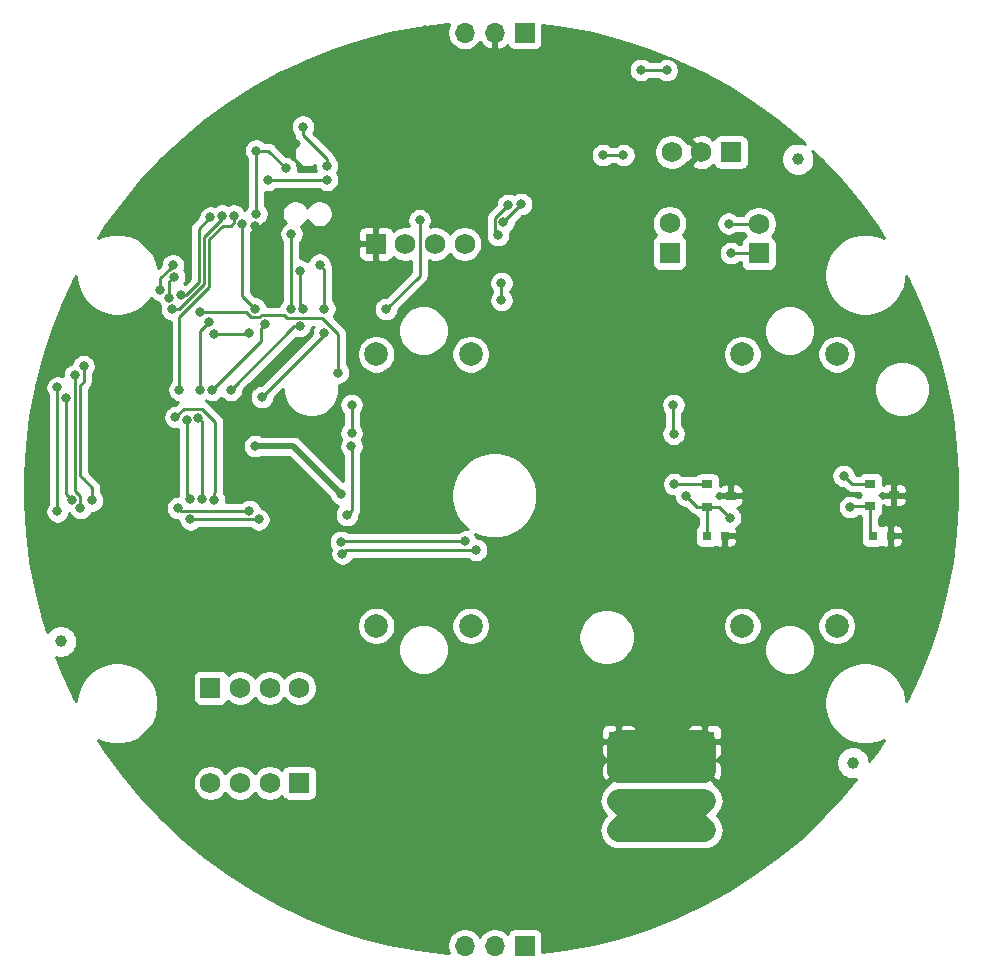
<source format=gbr>
G04 #@! TF.GenerationSoftware,KiCad,Pcbnew,(5.1.5)-3*
G04 #@! TF.CreationDate,2020-06-25T10:39:46+02:00*
G04 #@! TF.ProjectId,StepperClockK02,53746570-7065-4724-936c-6f636b4b3032,v1.0*
G04 #@! TF.SameCoordinates,Original*
G04 #@! TF.FileFunction,Copper,L2,Bot*
G04 #@! TF.FilePolarity,Positive*
%FSLAX46Y46*%
G04 Gerber Fmt 4.6, Leading zero omitted, Abs format (unit mm)*
G04 Created by KiCad (PCBNEW (5.1.5)-3) date 2020-06-25 10:39:46*
%MOMM*%
%LPD*%
G04 APERTURE LIST*
%ADD10R,1.750000X1.750000*%
%ADD11C,1.750000*%
%ADD12R,1.700000X1.700000*%
%ADD13O,1.700000X1.700000*%
%ADD14R,0.900000X0.800000*%
%ADD15C,2.000000*%
%ADD16C,1.000000*%
%ADD17R,0.800000X0.750000*%
%ADD18C,0.800000*%
%ADD19C,2.000000*%
%ADD20C,0.250000*%
%ADD21C,0.500000*%
%ADD22C,0.254000*%
G04 APERTURE END LIST*
D10*
X120825800Y-114370740D03*
D11*
X118325800Y-114370740D03*
X115825800Y-114370740D03*
D10*
X84265800Y-167770740D03*
D11*
X81765800Y-167770740D03*
X79265800Y-167770740D03*
X76765800Y-167770740D03*
D10*
X90775800Y-122130740D03*
D11*
X93275800Y-122130740D03*
X95775800Y-122130740D03*
X98275800Y-122130740D03*
D10*
X76765800Y-159720740D03*
D11*
X79265800Y-159720740D03*
X81765800Y-159720740D03*
X84265800Y-159720740D03*
D12*
X103377800Y-181550740D03*
D13*
X100837800Y-181550740D03*
X98297800Y-181550740D03*
D10*
X115635800Y-122890740D03*
D11*
X115635800Y-120390740D03*
D10*
X111345800Y-164270740D03*
D11*
X111345800Y-166770740D03*
X111345800Y-169270740D03*
X111345800Y-171770740D03*
D10*
X123185800Y-122930740D03*
D11*
X123185800Y-120430740D03*
D10*
X118575800Y-164270740D03*
D11*
X118575800Y-166770740D03*
X118575800Y-169270740D03*
X118575800Y-171770740D03*
D12*
X103375800Y-104260740D03*
D13*
X100835800Y-104260740D03*
X98295800Y-104260740D03*
D14*
X118815800Y-144400740D03*
X118815800Y-142500740D03*
X120815800Y-143450740D03*
X132635800Y-144360740D03*
X132635800Y-142460740D03*
X134635800Y-143410740D03*
D15*
X129795800Y-154480740D03*
X129795800Y-131480740D03*
X121795800Y-154480740D03*
X121795800Y-131480740D03*
X98795800Y-154480740D03*
X98795800Y-131480740D03*
X90795800Y-154480740D03*
X90795800Y-131480740D03*
D16*
X126505800Y-114950740D03*
X131165800Y-166070740D03*
X64095800Y-155790740D03*
D17*
X120305800Y-146860740D03*
X118805800Y-146860740D03*
X134345800Y-146860740D03*
X132845800Y-146860740D03*
D18*
X101985800Y-130350740D03*
X113725800Y-164270740D03*
X115775800Y-164270740D03*
X113634977Y-166299917D03*
X115955800Y-166250740D03*
X136055800Y-155610740D03*
X138435800Y-142660740D03*
X135465800Y-129450740D03*
X94935800Y-104060740D03*
X130525800Y-147290740D03*
X129855800Y-137090740D03*
X123205800Y-135110740D03*
X115745800Y-129540740D03*
X105905800Y-174330740D03*
X85905800Y-172970740D03*
X66125800Y-157070740D03*
X86155800Y-138730740D03*
X64705800Y-129160740D03*
X108005800Y-142000740D03*
X130515800Y-118480740D03*
X68775800Y-120330740D03*
X94825800Y-164380740D03*
X70205800Y-145690740D03*
X77645800Y-173380740D03*
X82645800Y-176480740D03*
X88715800Y-179330740D03*
X95205800Y-180940740D03*
X107055800Y-181000740D03*
X113365800Y-179160740D03*
X119735800Y-175940740D03*
X125395800Y-172010740D03*
X129385800Y-168200740D03*
X137545800Y-151770740D03*
X138735800Y-146290740D03*
X137605800Y-136510740D03*
X124145800Y-112410740D03*
X85565800Y-107170740D03*
X62345800Y-141580740D03*
X108905800Y-132240740D03*
X92885800Y-140270740D03*
X104315800Y-155460740D03*
X116825800Y-155760740D03*
X123375800Y-147060740D03*
X120875800Y-139440740D03*
X123665800Y-143070740D03*
X102775800Y-164330740D03*
X80625800Y-153850740D03*
X70315800Y-167070740D03*
X113195800Y-159920740D03*
X124145800Y-152060740D03*
X97825800Y-134680740D03*
X114615800Y-147900740D03*
X103225800Y-110940740D03*
X80517800Y-120590740D03*
X108935800Y-167990740D03*
X106265800Y-162050740D03*
X109045800Y-170640740D03*
X120605800Y-173230740D03*
X119665800Y-162430740D03*
X109115800Y-160050740D03*
X120835800Y-160150740D03*
X116075800Y-159980740D03*
X108905800Y-176100740D03*
X114465800Y-176620740D03*
X103185800Y-167040740D03*
X67195800Y-136010740D03*
X62185800Y-135310740D03*
X102775800Y-115940740D03*
X63085800Y-151780740D03*
X95295800Y-176540740D03*
X91205800Y-169730740D03*
X90865800Y-160900740D03*
X78985800Y-162330740D03*
X85425800Y-162430740D03*
X85425800Y-149690740D03*
X106205800Y-117100740D03*
X85035800Y-120720740D03*
X78739800Y-110938740D03*
X82295800Y-108652740D03*
X89915800Y-105604740D03*
X88899800Y-127956740D03*
X71735800Y-120320740D03*
X111435800Y-118520740D03*
X125835800Y-122020740D03*
X88835800Y-118220740D03*
X75335800Y-113320740D03*
X85635800Y-154920740D03*
X113595800Y-169520740D03*
X113535800Y-171720740D03*
X116295800Y-169490740D03*
X116115800Y-171720740D03*
X109980800Y-114630740D03*
X111735800Y-114620740D03*
X78745236Y-119745740D03*
X74135800Y-134490750D03*
X73800380Y-136805253D03*
X77046202Y-143830837D03*
X76035800Y-143760781D03*
X75735800Y-136840740D03*
X76895800Y-134490750D03*
X80532525Y-127620740D03*
X79455376Y-120457464D03*
X81406003Y-128945739D03*
X63805800Y-144790740D03*
X63805800Y-134290740D03*
X73530800Y-127688087D03*
X77745233Y-119745740D03*
X65005800Y-143800740D03*
X64530800Y-135143343D03*
X74255800Y-126470740D03*
X76755800Y-119890740D03*
X86613800Y-115510740D03*
X84581800Y-112208740D03*
X86625800Y-116725740D03*
X81635800Y-116720740D03*
X77100800Y-129730720D03*
X83595800Y-127620740D03*
X83615800Y-121280740D03*
X80050800Y-129669729D03*
X91627646Y-127662586D03*
X94475800Y-120130740D03*
X115955800Y-135770741D03*
X115985800Y-138220740D03*
X117015800Y-143440740D03*
X80652201Y-119599811D03*
X80635800Y-114234729D03*
X83135800Y-115720740D03*
X130935800Y-144420740D03*
X120735800Y-145320740D03*
X73659800Y-124945740D03*
X66755800Y-143860740D03*
X80055800Y-144740740D03*
X116035800Y-142470740D03*
X87805800Y-147360740D03*
X66021939Y-132495120D03*
X74025800Y-144500740D03*
X98355800Y-147320740D03*
X73286920Y-126718279D03*
X130375800Y-141770740D03*
X65296939Y-133261879D03*
X65755800Y-144502430D03*
X75070283Y-145465740D03*
X80845800Y-145465740D03*
X87930800Y-148352898D03*
X99265800Y-148045740D03*
X73590191Y-123948164D03*
X72520814Y-126075562D03*
X120835800Y-122920740D03*
X120635800Y-120420740D03*
X101945800Y-118855739D03*
X101100790Y-121400740D03*
X80545800Y-139260741D03*
X87845800Y-143350740D03*
X76600800Y-128785917D03*
X75859941Y-134501303D03*
X74763480Y-137074402D03*
X75035797Y-143760781D03*
X88323271Y-145105364D03*
X88696241Y-139260741D03*
X88715800Y-138170751D03*
X88715800Y-135770741D03*
X87565800Y-133030750D03*
X75885800Y-127940740D03*
X101405800Y-125445740D03*
X101405800Y-126895740D03*
X78495800Y-134490750D03*
X84320800Y-129107173D03*
X84595803Y-127620740D03*
X84320800Y-124395740D03*
X81125800Y-135120740D03*
X86395800Y-129669729D03*
X86415800Y-127620740D03*
X86001826Y-123895740D03*
X101569825Y-120305739D03*
X103075800Y-118780740D03*
X113204759Y-107410740D03*
X115395800Y-107430740D03*
D19*
X111345800Y-166770740D02*
X118575800Y-166770740D01*
X118575800Y-166770740D02*
X118575800Y-164270740D01*
X118575800Y-164270740D02*
X111345800Y-164270740D01*
X111345800Y-164270740D02*
X111345800Y-166770740D01*
X111605800Y-164270740D02*
X113634977Y-166299917D01*
X111345800Y-164270740D02*
X111605800Y-164270740D01*
X117935800Y-164270740D02*
X115955800Y-166250740D01*
X118575800Y-164270740D02*
X117935800Y-164270740D01*
X113845800Y-169270740D02*
X113595800Y-169520740D01*
X118575800Y-169270740D02*
X113845800Y-169270740D01*
X116075800Y-169270740D02*
X116295800Y-169490740D01*
X111345800Y-169270740D02*
X116075800Y-169270740D01*
X117700801Y-170145739D02*
X115820801Y-170145739D01*
X115820801Y-170145739D02*
X114195800Y-171770740D01*
X118575800Y-169270740D02*
X117700801Y-170145739D01*
X111345800Y-171770740D02*
X113335800Y-171770740D01*
X114650799Y-170145739D02*
X116130800Y-171625740D01*
X111345800Y-169270740D02*
X112220799Y-170145739D01*
X114195800Y-171770740D02*
X116275800Y-171770740D01*
X112220799Y-170145739D02*
X114650799Y-170145739D01*
X116275800Y-171770740D02*
X118575800Y-171770740D01*
X113595800Y-169520740D02*
X111345800Y-171770740D01*
X113335800Y-171770740D02*
X114195800Y-171770740D01*
X116295800Y-169490740D02*
X118575800Y-171770740D01*
X116130800Y-171625740D02*
X116275800Y-171770740D01*
D20*
X109990800Y-114620740D02*
X109980800Y-114630740D01*
X111735800Y-114620740D02*
X109990800Y-114620740D01*
X76083801Y-136115739D02*
X77185800Y-137217738D01*
X73800380Y-136805253D02*
X74489894Y-136115739D01*
X74489894Y-136115739D02*
X76083801Y-136115739D01*
X77046202Y-143265152D02*
X77185800Y-143125554D01*
X77185800Y-143125554D02*
X77185800Y-137217738D01*
X77046202Y-143830837D02*
X77046202Y-143265152D01*
X74145212Y-128290740D02*
X74145212Y-134481338D01*
X76675820Y-125760132D02*
X74145212Y-128290740D01*
X78745236Y-120311425D02*
X78465921Y-120590740D01*
X77842210Y-120590740D02*
X76675820Y-121757130D01*
X74145212Y-134481338D02*
X74135800Y-134490750D01*
X78745236Y-119745740D02*
X78745236Y-120311425D01*
X78465921Y-120590740D02*
X77842210Y-120590740D01*
X76675820Y-121757130D02*
X76675820Y-125760132D01*
X76035800Y-143760781D02*
X76035800Y-137140740D01*
X76035800Y-137140740D02*
X75735800Y-136840740D01*
X81006004Y-130380546D02*
X77295799Y-134090751D01*
X81006004Y-129345738D02*
X81006004Y-130380546D01*
X77295799Y-134090751D02*
X76895800Y-134490750D01*
X81406003Y-128945739D02*
X81006004Y-129345738D01*
X79455376Y-126543591D02*
X79455376Y-120457464D01*
X80532525Y-127620740D02*
X79455376Y-126543591D01*
X63805800Y-144790740D02*
X63805800Y-134290740D01*
X74111455Y-127688087D02*
X73530800Y-127688087D01*
X76225810Y-125573732D02*
X74111455Y-127688087D01*
X77745233Y-119745740D02*
X77745233Y-120051307D01*
X76225810Y-121570730D02*
X76225810Y-125573732D01*
X77745233Y-120051307D02*
X76225810Y-121570730D01*
X65005800Y-143800740D02*
X64530800Y-143325740D01*
X64530800Y-143325740D02*
X64530800Y-135143343D01*
X74692392Y-126470740D02*
X74255800Y-126470740D01*
X75775800Y-125387332D02*
X74692392Y-126470740D01*
X76755800Y-119890740D02*
X75775800Y-120870740D01*
X75775800Y-120870740D02*
X75775800Y-125387332D01*
X84581800Y-112902694D02*
X84581800Y-112208740D01*
X86613800Y-115510740D02*
X86613800Y-114934694D01*
X86613800Y-114934694D02*
X84581800Y-112902694D01*
X83540800Y-116725740D02*
X86625800Y-116725740D01*
X83540800Y-116725740D02*
X83002800Y-116725740D01*
X83002800Y-116725740D02*
X81640800Y-116725740D01*
X81640800Y-116725740D02*
X81635800Y-116720740D01*
X83595800Y-123255720D02*
X83585800Y-123245720D01*
X83595800Y-127620740D02*
X83595800Y-123255720D01*
X83595800Y-121866425D02*
X83595800Y-123255720D01*
X83615800Y-121846425D02*
X83595800Y-121866425D01*
X83615800Y-121280740D02*
X83615800Y-121846425D01*
X77100800Y-129730720D02*
X79989809Y-129730720D01*
X79989809Y-129730720D02*
X80050800Y-129669729D01*
X91627646Y-127662586D02*
X94475801Y-124814431D01*
X94475801Y-120130741D02*
X94475800Y-120130740D01*
X94475801Y-124814431D02*
X94475801Y-120130741D01*
X132635800Y-146650740D02*
X132845800Y-146860740D01*
X132635800Y-144360740D02*
X132635800Y-146650740D01*
X118815800Y-144400740D02*
X118815800Y-146850740D01*
X132595800Y-144400740D02*
X132635800Y-144360740D01*
X115955800Y-135770741D02*
X115955800Y-138190740D01*
X115955800Y-138190740D02*
X115985800Y-138220740D01*
X117975800Y-144400740D02*
X118815800Y-144400740D01*
X117015800Y-143440740D02*
X117975800Y-144400740D01*
X80652201Y-119599811D02*
X80652201Y-114251130D01*
X80652201Y-114251130D02*
X80635800Y-114234729D01*
X81649789Y-114234729D02*
X80635800Y-114234729D01*
X83135800Y-115720740D02*
X81649789Y-114234729D01*
X132635800Y-144360740D02*
X130995800Y-144360740D01*
X130995800Y-144360740D02*
X130935800Y-144420740D01*
X119815800Y-144400740D02*
X118815800Y-144400740D01*
X120735800Y-145320740D02*
X119815800Y-144400740D01*
X98355800Y-147320740D02*
X87845800Y-147320740D01*
X118815800Y-142500740D02*
X116065800Y-142500740D01*
X66021939Y-142060781D02*
X66755800Y-142794642D01*
X65746949Y-141785791D02*
X66021939Y-142060781D01*
X65746949Y-134090740D02*
X65746949Y-141785791D01*
X116065800Y-142500740D02*
X116035800Y-142470740D01*
X66021939Y-133815750D02*
X65746949Y-134090740D01*
X74265800Y-144740740D02*
X74025800Y-144500740D01*
X87845800Y-147320740D02*
X87805800Y-147360740D01*
X66021939Y-132495120D02*
X66021939Y-133815750D01*
X66755800Y-142794642D02*
X66755800Y-143860740D01*
X80055800Y-144740740D02*
X74265800Y-144740740D01*
X73286920Y-125318620D02*
X73659800Y-124945740D01*
X73286920Y-126718279D02*
X73286920Y-125318620D01*
X131065800Y-142460740D02*
X132635800Y-142460740D01*
X130375800Y-141770740D02*
X131065800Y-142460740D01*
X65755800Y-143477738D02*
X65755800Y-144502430D01*
X65296939Y-133261879D02*
X65296939Y-143018877D01*
X65296939Y-143018877D02*
X65755800Y-143477738D01*
X75070283Y-145465740D02*
X80845800Y-145465740D01*
X87930800Y-148352898D02*
X87930800Y-148275740D01*
X88237958Y-148045740D02*
X87930800Y-148352898D01*
X99265800Y-148045740D02*
X88237958Y-148045740D01*
X72520814Y-125509877D02*
X72520814Y-126075562D01*
X73311799Y-124220739D02*
X72520814Y-125011724D01*
X72520814Y-125011724D02*
X72520814Y-125509877D01*
X73590191Y-123948164D02*
X73590191Y-123962349D01*
X73331801Y-124220739D02*
X73311799Y-124220739D01*
X73590191Y-123962349D02*
X73331801Y-124220739D01*
X123185800Y-122930740D02*
X120845800Y-122930740D01*
X120845800Y-122930740D02*
X120835800Y-122920740D01*
X123185800Y-120430740D02*
X120645800Y-120430740D01*
X120645800Y-120430740D02*
X120635800Y-120420740D01*
X100844824Y-121144774D02*
X101100790Y-121400740D01*
X101945800Y-118855739D02*
X100844824Y-119956715D01*
X100844824Y-119956715D02*
X100844824Y-121144774D01*
D21*
X83755801Y-139260741D02*
X87845800Y-143350740D01*
X80545800Y-139260741D02*
X83755801Y-139260741D01*
D20*
X76600800Y-128785917D02*
X75859941Y-129526776D01*
X75859941Y-129526776D02*
X75859941Y-134501303D01*
X74763480Y-137074402D02*
X74763480Y-143488464D01*
X74763480Y-143488464D02*
X75035797Y-143760781D01*
X88723270Y-139287770D02*
X88696241Y-139260741D01*
X88323271Y-145105364D02*
X88723270Y-144705365D01*
X88723270Y-144705365D02*
X88723270Y-139287770D01*
X88715800Y-138170751D02*
X88715800Y-135770741D01*
X87565800Y-129766727D02*
X86181246Y-128382173D01*
X87565800Y-133030750D02*
X87565800Y-129766727D01*
X83022798Y-128120740D02*
X83284231Y-128382173D01*
X80910799Y-128345741D02*
X81135800Y-128120740D01*
X80184524Y-128345741D02*
X80910799Y-128345741D01*
X81135800Y-128120740D02*
X83022798Y-128120740D01*
X79779523Y-127940740D02*
X80184524Y-128345741D01*
X83284231Y-128382173D02*
X86181246Y-128382173D01*
X75885800Y-127940740D02*
X79779523Y-127940740D01*
X101405800Y-125445740D02*
X101405800Y-126895740D01*
X78495800Y-134490750D02*
X83879377Y-129107173D01*
X83879377Y-129107173D02*
X84320800Y-129107173D01*
X84320800Y-127345737D02*
X84595803Y-127620740D01*
X84320800Y-124395740D02*
X84320800Y-127345737D01*
X81125800Y-135120740D02*
X86395800Y-129850740D01*
X86395800Y-129850740D02*
X86395800Y-129669729D01*
X86415800Y-127620740D02*
X86415800Y-124309714D01*
X86415800Y-124309714D02*
X86001826Y-123895740D01*
X101569825Y-120305739D02*
X101569825Y-120286715D01*
X101569825Y-120286715D02*
X103075800Y-118780740D01*
X113204759Y-107410740D02*
X115375800Y-107410740D01*
X115375800Y-107410740D02*
X115395800Y-107430740D01*
D22*
G36*
X96979810Y-103557329D02*
G01*
X96867868Y-103827582D01*
X96810800Y-104114480D01*
X96810800Y-104407000D01*
X96867868Y-104693898D01*
X96979810Y-104964151D01*
X97142325Y-105207372D01*
X97349168Y-105414215D01*
X97592389Y-105576730D01*
X97862642Y-105688672D01*
X98149540Y-105745740D01*
X98442060Y-105745740D01*
X98728958Y-105688672D01*
X98999211Y-105576730D01*
X99242432Y-105414215D01*
X99449275Y-105207372D01*
X99570995Y-105025206D01*
X99640622Y-105142095D01*
X99835531Y-105358328D01*
X100068880Y-105532381D01*
X100331701Y-105657565D01*
X100478910Y-105702216D01*
X100708800Y-105580895D01*
X100708800Y-104387740D01*
X100688800Y-104387740D01*
X100688800Y-104133740D01*
X100708800Y-104133740D01*
X100708800Y-104113740D01*
X100962800Y-104113740D01*
X100962800Y-104133740D01*
X100982800Y-104133740D01*
X100982800Y-104387740D01*
X100962800Y-104387740D01*
X100962800Y-105580895D01*
X101192690Y-105702216D01*
X101339899Y-105657565D01*
X101602720Y-105532381D01*
X101836069Y-105358328D01*
X101911834Y-105274274D01*
X101936298Y-105354920D01*
X101995263Y-105465234D01*
X102074615Y-105561925D01*
X102171306Y-105641277D01*
X102281620Y-105700242D01*
X102401318Y-105736552D01*
X102525800Y-105748812D01*
X104225800Y-105748812D01*
X104350282Y-105736552D01*
X104469980Y-105700242D01*
X104580294Y-105641277D01*
X104676985Y-105561925D01*
X104756337Y-105465234D01*
X104815302Y-105354920D01*
X104851612Y-105235222D01*
X104863872Y-105110740D01*
X104863872Y-103624541D01*
X106703397Y-103856927D01*
X109140277Y-104321787D01*
X111543159Y-104938742D01*
X113902560Y-105705358D01*
X116209170Y-106618610D01*
X118453885Y-107674892D01*
X120627846Y-108870037D01*
X122722473Y-110199328D01*
X124729500Y-111657519D01*
X126641006Y-113238854D01*
X127128363Y-113696513D01*
X126913290Y-113607426D01*
X126643392Y-113553740D01*
X126368208Y-113553740D01*
X126098310Y-113607426D01*
X125844073Y-113712735D01*
X125615265Y-113865620D01*
X125420680Y-114060205D01*
X125267795Y-114289013D01*
X125162486Y-114543250D01*
X125108800Y-114813148D01*
X125108800Y-115088332D01*
X125162486Y-115358230D01*
X125267795Y-115612467D01*
X125420680Y-115841275D01*
X125615265Y-116035860D01*
X125844073Y-116188745D01*
X126098310Y-116294054D01*
X126368208Y-116347740D01*
X126643392Y-116347740D01*
X126913290Y-116294054D01*
X127167527Y-116188745D01*
X127396335Y-116035860D01*
X127590920Y-115841275D01*
X127743805Y-115612467D01*
X127849114Y-115358230D01*
X127902800Y-115088332D01*
X127902800Y-114813148D01*
X127849114Y-114543250D01*
X127743805Y-114289013D01*
X127717687Y-114249925D01*
X128449447Y-114937093D01*
X130147686Y-116745534D01*
X131729021Y-118657040D01*
X133187212Y-120664067D01*
X133822573Y-121665235D01*
X133200004Y-121407359D01*
X132528255Y-121273740D01*
X131843345Y-121273740D01*
X131171596Y-121407359D01*
X130538823Y-121669462D01*
X129969342Y-122049978D01*
X129485038Y-122534282D01*
X129104522Y-123103763D01*
X128842419Y-123736536D01*
X128708800Y-124408285D01*
X128708800Y-125093195D01*
X128842419Y-125764944D01*
X129104522Y-126397717D01*
X129485038Y-126967198D01*
X129969342Y-127451502D01*
X130538823Y-127832018D01*
X131171596Y-128094121D01*
X131843345Y-128227740D01*
X132528255Y-128227740D01*
X133200004Y-128094121D01*
X133832777Y-127832018D01*
X134402258Y-127451502D01*
X134886562Y-126967198D01*
X135267078Y-126397717D01*
X135529181Y-125764944D01*
X135662800Y-125093195D01*
X135662800Y-124843801D01*
X135711648Y-124932655D01*
X136767930Y-127177370D01*
X137681182Y-129483980D01*
X138447798Y-131843381D01*
X139064753Y-134246263D01*
X139529613Y-136683143D01*
X139840542Y-139144403D01*
X139996314Y-141620329D01*
X139996314Y-144101151D01*
X139840542Y-146577077D01*
X139529613Y-149038337D01*
X139064753Y-151475217D01*
X138447798Y-153878099D01*
X137681182Y-156237500D01*
X136767930Y-158544110D01*
X135711648Y-160788825D01*
X135662800Y-160877679D01*
X135662800Y-160688285D01*
X135529181Y-160016536D01*
X135267078Y-159383763D01*
X134886562Y-158814282D01*
X134402258Y-158329978D01*
X133832777Y-157949462D01*
X133200004Y-157687359D01*
X132528255Y-157553740D01*
X131843345Y-157553740D01*
X131171596Y-157687359D01*
X130538823Y-157949462D01*
X129969342Y-158329978D01*
X129485038Y-158814282D01*
X129104522Y-159383763D01*
X128842419Y-160016536D01*
X128708800Y-160688285D01*
X128708800Y-161373195D01*
X128842419Y-162044944D01*
X129104522Y-162677717D01*
X129485038Y-163247198D01*
X129969342Y-163731502D01*
X130538823Y-164112018D01*
X131171596Y-164374121D01*
X131843345Y-164507740D01*
X132528255Y-164507740D01*
X133200004Y-164374121D01*
X133770917Y-164137641D01*
X133187212Y-165057413D01*
X132560254Y-165920347D01*
X132509114Y-165663250D01*
X132403805Y-165409013D01*
X132250920Y-165180205D01*
X132056335Y-164985620D01*
X131827527Y-164832735D01*
X131573290Y-164727426D01*
X131303392Y-164673740D01*
X131028208Y-164673740D01*
X130758310Y-164727426D01*
X130504073Y-164832735D01*
X130275265Y-164985620D01*
X130080680Y-165180205D01*
X129927795Y-165409013D01*
X129822486Y-165663250D01*
X129768800Y-165933148D01*
X129768800Y-166208332D01*
X129822486Y-166478230D01*
X129927795Y-166732467D01*
X130080680Y-166961275D01*
X130275265Y-167155860D01*
X130504073Y-167308745D01*
X130758310Y-167414054D01*
X131028208Y-167467740D01*
X131303392Y-167467740D01*
X131413501Y-167445838D01*
X130147686Y-168975946D01*
X128449447Y-170784387D01*
X126641006Y-172482626D01*
X124729500Y-174063961D01*
X122722473Y-175522152D01*
X120627846Y-176851443D01*
X118453885Y-178046588D01*
X116209170Y-179102870D01*
X113902560Y-180016122D01*
X111543159Y-180782738D01*
X109140277Y-181399693D01*
X106703397Y-181864553D01*
X104865872Y-182096686D01*
X104865872Y-180700740D01*
X104853612Y-180576258D01*
X104817302Y-180456560D01*
X104758337Y-180346246D01*
X104678985Y-180249555D01*
X104582294Y-180170203D01*
X104471980Y-180111238D01*
X104352282Y-180074928D01*
X104227800Y-180062668D01*
X102527800Y-180062668D01*
X102403318Y-180074928D01*
X102283620Y-180111238D01*
X102173306Y-180170203D01*
X102076615Y-180249555D01*
X101997263Y-180346246D01*
X101938298Y-180456560D01*
X101916287Y-180529120D01*
X101784432Y-180397265D01*
X101541211Y-180234750D01*
X101270958Y-180122808D01*
X100984060Y-180065740D01*
X100691540Y-180065740D01*
X100404642Y-180122808D01*
X100134389Y-180234750D01*
X99891168Y-180397265D01*
X99684325Y-180604108D01*
X99567800Y-180778500D01*
X99451275Y-180604108D01*
X99244432Y-180397265D01*
X99001211Y-180234750D01*
X98730958Y-180122808D01*
X98444060Y-180065740D01*
X98151540Y-180065740D01*
X97864642Y-180122808D01*
X97594389Y-180234750D01*
X97351168Y-180397265D01*
X97144325Y-180604108D01*
X96981810Y-180847329D01*
X96869868Y-181117582D01*
X96812800Y-181404480D01*
X96812800Y-181697000D01*
X96869868Y-181983898D01*
X96952964Y-182184510D01*
X96809463Y-182175482D01*
X94348203Y-181864553D01*
X91911323Y-181399693D01*
X89508441Y-180782738D01*
X87149040Y-180016122D01*
X84842430Y-179102870D01*
X82597715Y-178046588D01*
X80423754Y-176851443D01*
X78329127Y-175522152D01*
X76322100Y-174063961D01*
X74410594Y-172482626D01*
X72602153Y-170784387D01*
X70903914Y-168975946D01*
X69783848Y-167622018D01*
X75255800Y-167622018D01*
X75255800Y-167919462D01*
X75313829Y-168211191D01*
X75427656Y-168485993D01*
X75592907Y-168733309D01*
X75803231Y-168943633D01*
X76050547Y-169108884D01*
X76325349Y-169222711D01*
X76617078Y-169280740D01*
X76914522Y-169280740D01*
X77206251Y-169222711D01*
X77481053Y-169108884D01*
X77728369Y-168943633D01*
X77938693Y-168733309D01*
X78015800Y-168617910D01*
X78092907Y-168733309D01*
X78303231Y-168943633D01*
X78550547Y-169108884D01*
X78825349Y-169222711D01*
X79117078Y-169280740D01*
X79414522Y-169280740D01*
X79706251Y-169222711D01*
X79981053Y-169108884D01*
X80228369Y-168943633D01*
X80438693Y-168733309D01*
X80515800Y-168617910D01*
X80592907Y-168733309D01*
X80803231Y-168943633D01*
X81050547Y-169108884D01*
X81325349Y-169222711D01*
X81617078Y-169280740D01*
X81914522Y-169280740D01*
X82206251Y-169222711D01*
X82481053Y-169108884D01*
X82728369Y-168943633D01*
X82796826Y-168875176D01*
X82801298Y-168889920D01*
X82860263Y-169000234D01*
X82939615Y-169096925D01*
X83036306Y-169176277D01*
X83146620Y-169235242D01*
X83266318Y-169271552D01*
X83390800Y-169283812D01*
X85140800Y-169283812D01*
X85265282Y-169271552D01*
X85267958Y-169270740D01*
X109702889Y-169270740D01*
X109734457Y-169591256D01*
X109827948Y-169899455D01*
X109979769Y-170183492D01*
X110184086Y-170432454D01*
X110246487Y-170483665D01*
X110283562Y-170520740D01*
X110246486Y-170557816D01*
X110184086Y-170609026D01*
X109979769Y-170857988D01*
X109827948Y-171142025D01*
X109734457Y-171450224D01*
X109702889Y-171770740D01*
X109734457Y-172091256D01*
X109827948Y-172399455D01*
X109979769Y-172683492D01*
X110184086Y-172932454D01*
X110433048Y-173136771D01*
X110717085Y-173288592D01*
X111025284Y-173382083D01*
X111265478Y-173405740D01*
X111265481Y-173405740D01*
X111345800Y-173413651D01*
X111426119Y-173405740D01*
X114115481Y-173405740D01*
X114195800Y-173413651D01*
X114276119Y-173405740D01*
X116195481Y-173405740D01*
X116275800Y-173413651D01*
X116356119Y-173405740D01*
X118495480Y-173405740D01*
X118575800Y-173413651D01*
X118656119Y-173405740D01*
X118656122Y-173405740D01*
X118896316Y-173382083D01*
X119204515Y-173288592D01*
X119488552Y-173136771D01*
X119737514Y-172932454D01*
X119941831Y-172683492D01*
X120093652Y-172399455D01*
X120187143Y-172091256D01*
X120218711Y-171770740D01*
X120187143Y-171450224D01*
X120093652Y-171142025D01*
X119941831Y-170857988D01*
X119737514Y-170609026D01*
X119675118Y-170557820D01*
X119638038Y-170520740D01*
X119675113Y-170483665D01*
X119737514Y-170432454D01*
X119941831Y-170183492D01*
X120093652Y-169899455D01*
X120187143Y-169591256D01*
X120218711Y-169270740D01*
X120187143Y-168950224D01*
X120093652Y-168642025D01*
X119941831Y-168357988D01*
X119737514Y-168109026D01*
X119488552Y-167904709D01*
X119425173Y-167870832D01*
X119442435Y-167816980D01*
X118575800Y-166950345D01*
X118561658Y-166964488D01*
X118382053Y-166784883D01*
X118396195Y-166770740D01*
X118382053Y-166756598D01*
X118561658Y-166576993D01*
X118575800Y-166591135D01*
X118589943Y-166576993D01*
X118769548Y-166756598D01*
X118755405Y-166770740D01*
X119622040Y-167637375D01*
X119873668Y-167556715D01*
X120002067Y-167288411D01*
X120075655Y-167000214D01*
X120091604Y-166703197D01*
X120049301Y-166408777D01*
X119950372Y-166128266D01*
X119873668Y-165984765D01*
X119622042Y-165904106D01*
X119738067Y-165788081D01*
X119687498Y-165737512D01*
X119694980Y-165735242D01*
X119805294Y-165676277D01*
X119901985Y-165596925D01*
X119981337Y-165500234D01*
X120040302Y-165389920D01*
X120076612Y-165270222D01*
X120088872Y-165145740D01*
X120085800Y-164556490D01*
X119927050Y-164397740D01*
X118702800Y-164397740D01*
X118702800Y-164417740D01*
X118448800Y-164417740D01*
X118448800Y-164397740D01*
X117224550Y-164397740D01*
X117065800Y-164556490D01*
X117062728Y-165145740D01*
X117074988Y-165270222D01*
X117111298Y-165389920D01*
X117170263Y-165500234D01*
X117249615Y-165596925D01*
X117346306Y-165676277D01*
X117456620Y-165735242D01*
X117464102Y-165737512D01*
X117413533Y-165788081D01*
X117529558Y-165904106D01*
X117277932Y-165984765D01*
X117149533Y-166253069D01*
X117075945Y-166541266D01*
X117059996Y-166838283D01*
X117102299Y-167132703D01*
X117201228Y-167413214D01*
X117277932Y-167556715D01*
X117524459Y-167635740D01*
X116156119Y-167635740D01*
X116075800Y-167627829D01*
X115995481Y-167635740D01*
X113926119Y-167635740D01*
X113845799Y-167627829D01*
X113765480Y-167635740D01*
X112397141Y-167635740D01*
X112643668Y-167556715D01*
X112772067Y-167288411D01*
X112845655Y-167000214D01*
X112861604Y-166703197D01*
X112819301Y-166408777D01*
X112720372Y-166128266D01*
X112643668Y-165984765D01*
X112392042Y-165904106D01*
X112508067Y-165788081D01*
X112457498Y-165737512D01*
X112464980Y-165735242D01*
X112575294Y-165676277D01*
X112671985Y-165596925D01*
X112751337Y-165500234D01*
X112810302Y-165389920D01*
X112846612Y-165270222D01*
X112858872Y-165145740D01*
X112855800Y-164556490D01*
X112697050Y-164397740D01*
X111472800Y-164397740D01*
X111472800Y-164417740D01*
X111218800Y-164417740D01*
X111218800Y-164397740D01*
X109994550Y-164397740D01*
X109835800Y-164556490D01*
X109832728Y-165145740D01*
X109844988Y-165270222D01*
X109881298Y-165389920D01*
X109940263Y-165500234D01*
X110019615Y-165596925D01*
X110116306Y-165676277D01*
X110226620Y-165735242D01*
X110234102Y-165737512D01*
X110183533Y-165788081D01*
X110299558Y-165904106D01*
X110047932Y-165984765D01*
X109919533Y-166253069D01*
X109845945Y-166541266D01*
X109829996Y-166838283D01*
X109872299Y-167132703D01*
X109971228Y-167413214D01*
X110047932Y-167556715D01*
X110299560Y-167637375D01*
X111166195Y-166770740D01*
X111152053Y-166756598D01*
X111331658Y-166576993D01*
X111345800Y-166591135D01*
X111359943Y-166576993D01*
X111539548Y-166756598D01*
X111525405Y-166770740D01*
X111539548Y-166784883D01*
X111359943Y-166964488D01*
X111345800Y-166950345D01*
X110479165Y-167816980D01*
X110496427Y-167870832D01*
X110433048Y-167904709D01*
X110184086Y-168109026D01*
X109979769Y-168357988D01*
X109827948Y-168642025D01*
X109734457Y-168950224D01*
X109702889Y-169270740D01*
X85267958Y-169270740D01*
X85384980Y-169235242D01*
X85495294Y-169176277D01*
X85591985Y-169096925D01*
X85671337Y-169000234D01*
X85730302Y-168889920D01*
X85766612Y-168770222D01*
X85778872Y-168645740D01*
X85778872Y-166895740D01*
X85766612Y-166771258D01*
X85730302Y-166651560D01*
X85671337Y-166541246D01*
X85591985Y-166444555D01*
X85495294Y-166365203D01*
X85384980Y-166306238D01*
X85265282Y-166269928D01*
X85140800Y-166257668D01*
X83390800Y-166257668D01*
X83266318Y-166269928D01*
X83146620Y-166306238D01*
X83036306Y-166365203D01*
X82939615Y-166444555D01*
X82860263Y-166541246D01*
X82801298Y-166651560D01*
X82796826Y-166666304D01*
X82728369Y-166597847D01*
X82481053Y-166432596D01*
X82206251Y-166318769D01*
X81914522Y-166260740D01*
X81617078Y-166260740D01*
X81325349Y-166318769D01*
X81050547Y-166432596D01*
X80803231Y-166597847D01*
X80592907Y-166808171D01*
X80515800Y-166923570D01*
X80438693Y-166808171D01*
X80228369Y-166597847D01*
X79981053Y-166432596D01*
X79706251Y-166318769D01*
X79414522Y-166260740D01*
X79117078Y-166260740D01*
X78825349Y-166318769D01*
X78550547Y-166432596D01*
X78303231Y-166597847D01*
X78092907Y-166808171D01*
X78015800Y-166923570D01*
X77938693Y-166808171D01*
X77728369Y-166597847D01*
X77481053Y-166432596D01*
X77206251Y-166318769D01*
X76914522Y-166260740D01*
X76617078Y-166260740D01*
X76325349Y-166318769D01*
X76050547Y-166432596D01*
X75803231Y-166597847D01*
X75592907Y-166808171D01*
X75427656Y-167055487D01*
X75313829Y-167330289D01*
X75255800Y-167622018D01*
X69783848Y-167622018D01*
X69322579Y-167064440D01*
X67864388Y-165057413D01*
X67280683Y-164137641D01*
X67851596Y-164374121D01*
X68523345Y-164507740D01*
X69208255Y-164507740D01*
X69880004Y-164374121D01*
X70512777Y-164112018D01*
X71082258Y-163731502D01*
X71418020Y-163395740D01*
X109832728Y-163395740D01*
X109835800Y-163984990D01*
X109994550Y-164143740D01*
X111218800Y-164143740D01*
X111218800Y-162919490D01*
X111472800Y-162919490D01*
X111472800Y-164143740D01*
X112697050Y-164143740D01*
X112855800Y-163984990D01*
X112858872Y-163395740D01*
X117062728Y-163395740D01*
X117065800Y-163984990D01*
X117224550Y-164143740D01*
X118448800Y-164143740D01*
X118448800Y-162919490D01*
X118702800Y-162919490D01*
X118702800Y-164143740D01*
X119927050Y-164143740D01*
X120085800Y-163984990D01*
X120088872Y-163395740D01*
X120076612Y-163271258D01*
X120040302Y-163151560D01*
X119981337Y-163041246D01*
X119901985Y-162944555D01*
X119805294Y-162865203D01*
X119694980Y-162806238D01*
X119575282Y-162769928D01*
X119450800Y-162757668D01*
X118861550Y-162760740D01*
X118702800Y-162919490D01*
X118448800Y-162919490D01*
X118290050Y-162760740D01*
X117700800Y-162757668D01*
X117576318Y-162769928D01*
X117456620Y-162806238D01*
X117346306Y-162865203D01*
X117249615Y-162944555D01*
X117170263Y-163041246D01*
X117111298Y-163151560D01*
X117074988Y-163271258D01*
X117062728Y-163395740D01*
X112858872Y-163395740D01*
X112846612Y-163271258D01*
X112810302Y-163151560D01*
X112751337Y-163041246D01*
X112671985Y-162944555D01*
X112575294Y-162865203D01*
X112464980Y-162806238D01*
X112345282Y-162769928D01*
X112220800Y-162757668D01*
X111631550Y-162760740D01*
X111472800Y-162919490D01*
X111218800Y-162919490D01*
X111060050Y-162760740D01*
X110470800Y-162757668D01*
X110346318Y-162769928D01*
X110226620Y-162806238D01*
X110116306Y-162865203D01*
X110019615Y-162944555D01*
X109940263Y-163041246D01*
X109881298Y-163151560D01*
X109844988Y-163271258D01*
X109832728Y-163395740D01*
X71418020Y-163395740D01*
X71566562Y-163247198D01*
X71947078Y-162677717D01*
X72209181Y-162044944D01*
X72342800Y-161373195D01*
X72342800Y-160688285D01*
X72209181Y-160016536D01*
X71947078Y-159383763D01*
X71587582Y-158845740D01*
X75252728Y-158845740D01*
X75252728Y-160595740D01*
X75264988Y-160720222D01*
X75301298Y-160839920D01*
X75360263Y-160950234D01*
X75439615Y-161046925D01*
X75536306Y-161126277D01*
X75646620Y-161185242D01*
X75766318Y-161221552D01*
X75890800Y-161233812D01*
X77640800Y-161233812D01*
X77765282Y-161221552D01*
X77884980Y-161185242D01*
X77995294Y-161126277D01*
X78091985Y-161046925D01*
X78171337Y-160950234D01*
X78230302Y-160839920D01*
X78234774Y-160825176D01*
X78303231Y-160893633D01*
X78550547Y-161058884D01*
X78825349Y-161172711D01*
X79117078Y-161230740D01*
X79414522Y-161230740D01*
X79706251Y-161172711D01*
X79981053Y-161058884D01*
X80228369Y-160893633D01*
X80438693Y-160683309D01*
X80515800Y-160567910D01*
X80592907Y-160683309D01*
X80803231Y-160893633D01*
X81050547Y-161058884D01*
X81325349Y-161172711D01*
X81617078Y-161230740D01*
X81914522Y-161230740D01*
X82206251Y-161172711D01*
X82481053Y-161058884D01*
X82728369Y-160893633D01*
X82938693Y-160683309D01*
X83015800Y-160567910D01*
X83092907Y-160683309D01*
X83303231Y-160893633D01*
X83550547Y-161058884D01*
X83825349Y-161172711D01*
X84117078Y-161230740D01*
X84414522Y-161230740D01*
X84706251Y-161172711D01*
X84981053Y-161058884D01*
X85228369Y-160893633D01*
X85438693Y-160683309D01*
X85603944Y-160435993D01*
X85717771Y-160161191D01*
X85775800Y-159869462D01*
X85775800Y-159572018D01*
X85717771Y-159280289D01*
X85603944Y-159005487D01*
X85438693Y-158758171D01*
X85228369Y-158547847D01*
X84981053Y-158382596D01*
X84706251Y-158268769D01*
X84414522Y-158210740D01*
X84117078Y-158210740D01*
X83825349Y-158268769D01*
X83550547Y-158382596D01*
X83303231Y-158547847D01*
X83092907Y-158758171D01*
X83015800Y-158873570D01*
X82938693Y-158758171D01*
X82728369Y-158547847D01*
X82481053Y-158382596D01*
X82206251Y-158268769D01*
X81914522Y-158210740D01*
X81617078Y-158210740D01*
X81325349Y-158268769D01*
X81050547Y-158382596D01*
X80803231Y-158547847D01*
X80592907Y-158758171D01*
X80515800Y-158873570D01*
X80438693Y-158758171D01*
X80228369Y-158547847D01*
X79981053Y-158382596D01*
X79706251Y-158268769D01*
X79414522Y-158210740D01*
X79117078Y-158210740D01*
X78825349Y-158268769D01*
X78550547Y-158382596D01*
X78303231Y-158547847D01*
X78234774Y-158616304D01*
X78230302Y-158601560D01*
X78171337Y-158491246D01*
X78091985Y-158394555D01*
X77995294Y-158315203D01*
X77884980Y-158256238D01*
X77765282Y-158219928D01*
X77640800Y-158207668D01*
X75890800Y-158207668D01*
X75766318Y-158219928D01*
X75646620Y-158256238D01*
X75536306Y-158315203D01*
X75439615Y-158394555D01*
X75360263Y-158491246D01*
X75301298Y-158601560D01*
X75264988Y-158721258D01*
X75252728Y-158845740D01*
X71587582Y-158845740D01*
X71566562Y-158814282D01*
X71082258Y-158329978D01*
X70512777Y-157949462D01*
X69880004Y-157687359D01*
X69208255Y-157553740D01*
X68523345Y-157553740D01*
X67851596Y-157687359D01*
X67218823Y-157949462D01*
X66649342Y-158329978D01*
X66165038Y-158814282D01*
X65784522Y-159383763D01*
X65522419Y-160016536D01*
X65388800Y-160688285D01*
X65388800Y-160877679D01*
X65339952Y-160788825D01*
X64283670Y-158544110D01*
X63728559Y-157142060D01*
X63958208Y-157187740D01*
X64233392Y-157187740D01*
X64503290Y-157134054D01*
X64757527Y-157028745D01*
X64986335Y-156875860D01*
X65180920Y-156681275D01*
X65333805Y-156452467D01*
X65409194Y-156270461D01*
X92660800Y-156270461D01*
X92660800Y-156691019D01*
X92742847Y-157103496D01*
X92903788Y-157492042D01*
X93137437Y-157841723D01*
X93434817Y-158139103D01*
X93784498Y-158372752D01*
X94173044Y-158533693D01*
X94585521Y-158615740D01*
X95006079Y-158615740D01*
X95418556Y-158533693D01*
X95807102Y-158372752D01*
X96156783Y-158139103D01*
X96454163Y-157841723D01*
X96687812Y-157492042D01*
X96848753Y-157103496D01*
X96930800Y-156691019D01*
X96930800Y-156270461D01*
X96848753Y-155857984D01*
X96687812Y-155469438D01*
X96454163Y-155119757D01*
X96156783Y-154822377D01*
X95807102Y-154588728D01*
X95418556Y-154427787D01*
X95006079Y-154345740D01*
X94585521Y-154345740D01*
X94173044Y-154427787D01*
X93784498Y-154588728D01*
X93434817Y-154822377D01*
X93137437Y-155119757D01*
X92903788Y-155469438D01*
X92742847Y-155857984D01*
X92660800Y-156270461D01*
X65409194Y-156270461D01*
X65439114Y-156198230D01*
X65492800Y-155928332D01*
X65492800Y-155653148D01*
X65439114Y-155383250D01*
X65333805Y-155129013D01*
X65180920Y-154900205D01*
X64986335Y-154705620D01*
X64757527Y-154552735D01*
X64503290Y-154447426D01*
X64233392Y-154393740D01*
X63958208Y-154393740D01*
X63688310Y-154447426D01*
X63434073Y-154552735D01*
X63205265Y-154705620D01*
X63010680Y-154900205D01*
X62960369Y-154975500D01*
X62747290Y-154319707D01*
X89160800Y-154319707D01*
X89160800Y-154641773D01*
X89223632Y-154957652D01*
X89346882Y-155255203D01*
X89525813Y-155522992D01*
X89753548Y-155750727D01*
X90021337Y-155929658D01*
X90318888Y-156052908D01*
X90634767Y-156115740D01*
X90956833Y-156115740D01*
X91272712Y-156052908D01*
X91570263Y-155929658D01*
X91838052Y-155750727D01*
X92065787Y-155522992D01*
X92244718Y-155255203D01*
X92367968Y-154957652D01*
X92430800Y-154641773D01*
X92430800Y-154319707D01*
X97160800Y-154319707D01*
X97160800Y-154641773D01*
X97223632Y-154957652D01*
X97346882Y-155255203D01*
X97525813Y-155522992D01*
X97753548Y-155750727D01*
X98021337Y-155929658D01*
X98318888Y-156052908D01*
X98634767Y-156115740D01*
X98956833Y-156115740D01*
X99272712Y-156052908D01*
X99570263Y-155929658D01*
X99838052Y-155750727D01*
X100065787Y-155522992D01*
X100244718Y-155255203D01*
X100273450Y-155185838D01*
X107920800Y-155185838D01*
X107920800Y-155655642D01*
X108012454Y-156116419D01*
X108192240Y-156550461D01*
X108453250Y-156941089D01*
X108785451Y-157273290D01*
X109176079Y-157534300D01*
X109610121Y-157714086D01*
X110070898Y-157805740D01*
X110540702Y-157805740D01*
X111001479Y-157714086D01*
X111435521Y-157534300D01*
X111826149Y-157273290D01*
X112158350Y-156941089D01*
X112419360Y-156550461D01*
X112535339Y-156270461D01*
X123660800Y-156270461D01*
X123660800Y-156691019D01*
X123742847Y-157103496D01*
X123903788Y-157492042D01*
X124137437Y-157841723D01*
X124434817Y-158139103D01*
X124784498Y-158372752D01*
X125173044Y-158533693D01*
X125585521Y-158615740D01*
X126006079Y-158615740D01*
X126418556Y-158533693D01*
X126807102Y-158372752D01*
X127156783Y-158139103D01*
X127454163Y-157841723D01*
X127687812Y-157492042D01*
X127848753Y-157103496D01*
X127930800Y-156691019D01*
X127930800Y-156270461D01*
X127848753Y-155857984D01*
X127687812Y-155469438D01*
X127454163Y-155119757D01*
X127156783Y-154822377D01*
X126807102Y-154588728D01*
X126418556Y-154427787D01*
X126006079Y-154345740D01*
X125585521Y-154345740D01*
X125173044Y-154427787D01*
X124784498Y-154588728D01*
X124434817Y-154822377D01*
X124137437Y-155119757D01*
X123903788Y-155469438D01*
X123742847Y-155857984D01*
X123660800Y-156270461D01*
X112535339Y-156270461D01*
X112599146Y-156116419D01*
X112690800Y-155655642D01*
X112690800Y-155185838D01*
X112599146Y-154725061D01*
X112431243Y-154319707D01*
X120160800Y-154319707D01*
X120160800Y-154641773D01*
X120223632Y-154957652D01*
X120346882Y-155255203D01*
X120525813Y-155522992D01*
X120753548Y-155750727D01*
X121021337Y-155929658D01*
X121318888Y-156052908D01*
X121634767Y-156115740D01*
X121956833Y-156115740D01*
X122272712Y-156052908D01*
X122570263Y-155929658D01*
X122838052Y-155750727D01*
X123065787Y-155522992D01*
X123244718Y-155255203D01*
X123367968Y-154957652D01*
X123430800Y-154641773D01*
X123430800Y-154319707D01*
X128160800Y-154319707D01*
X128160800Y-154641773D01*
X128223632Y-154957652D01*
X128346882Y-155255203D01*
X128525813Y-155522992D01*
X128753548Y-155750727D01*
X129021337Y-155929658D01*
X129318888Y-156052908D01*
X129634767Y-156115740D01*
X129956833Y-156115740D01*
X130272712Y-156052908D01*
X130570263Y-155929658D01*
X130838052Y-155750727D01*
X131065787Y-155522992D01*
X131244718Y-155255203D01*
X131367968Y-154957652D01*
X131430800Y-154641773D01*
X131430800Y-154319707D01*
X131367968Y-154003828D01*
X131244718Y-153706277D01*
X131065787Y-153438488D01*
X130838052Y-153210753D01*
X130570263Y-153031822D01*
X130272712Y-152908572D01*
X129956833Y-152845740D01*
X129634767Y-152845740D01*
X129318888Y-152908572D01*
X129021337Y-153031822D01*
X128753548Y-153210753D01*
X128525813Y-153438488D01*
X128346882Y-153706277D01*
X128223632Y-154003828D01*
X128160800Y-154319707D01*
X123430800Y-154319707D01*
X123367968Y-154003828D01*
X123244718Y-153706277D01*
X123065787Y-153438488D01*
X122838052Y-153210753D01*
X122570263Y-153031822D01*
X122272712Y-152908572D01*
X121956833Y-152845740D01*
X121634767Y-152845740D01*
X121318888Y-152908572D01*
X121021337Y-153031822D01*
X120753548Y-153210753D01*
X120525813Y-153438488D01*
X120346882Y-153706277D01*
X120223632Y-154003828D01*
X120160800Y-154319707D01*
X112431243Y-154319707D01*
X112419360Y-154291019D01*
X112158350Y-153900391D01*
X111826149Y-153568190D01*
X111435521Y-153307180D01*
X111001479Y-153127394D01*
X110540702Y-153035740D01*
X110070898Y-153035740D01*
X109610121Y-153127394D01*
X109176079Y-153307180D01*
X108785451Y-153568190D01*
X108453250Y-153900391D01*
X108192240Y-154291019D01*
X108012454Y-154725061D01*
X107920800Y-155185838D01*
X100273450Y-155185838D01*
X100367968Y-154957652D01*
X100430800Y-154641773D01*
X100430800Y-154319707D01*
X100367968Y-154003828D01*
X100244718Y-153706277D01*
X100065787Y-153438488D01*
X99838052Y-153210753D01*
X99570263Y-153031822D01*
X99272712Y-152908572D01*
X98956833Y-152845740D01*
X98634767Y-152845740D01*
X98318888Y-152908572D01*
X98021337Y-153031822D01*
X97753548Y-153210753D01*
X97525813Y-153438488D01*
X97346882Y-153706277D01*
X97223632Y-154003828D01*
X97160800Y-154319707D01*
X92430800Y-154319707D01*
X92367968Y-154003828D01*
X92244718Y-153706277D01*
X92065787Y-153438488D01*
X91838052Y-153210753D01*
X91570263Y-153031822D01*
X91272712Y-152908572D01*
X90956833Y-152845740D01*
X90634767Y-152845740D01*
X90318888Y-152908572D01*
X90021337Y-153031822D01*
X89753548Y-153210753D01*
X89525813Y-153438488D01*
X89346882Y-153706277D01*
X89223632Y-154003828D01*
X89160800Y-154319707D01*
X62747290Y-154319707D01*
X62603802Y-153878099D01*
X61986847Y-151475217D01*
X61521987Y-149038337D01*
X61297180Y-147258801D01*
X86770800Y-147258801D01*
X86770800Y-147462679D01*
X86810574Y-147662638D01*
X86888595Y-147850996D01*
X86968737Y-147970938D01*
X86935574Y-148051000D01*
X86895800Y-148250959D01*
X86895800Y-148454837D01*
X86935574Y-148654796D01*
X87013595Y-148843154D01*
X87126863Y-149012672D01*
X87271026Y-149156835D01*
X87440544Y-149270103D01*
X87628902Y-149348124D01*
X87828861Y-149387898D01*
X88032739Y-149387898D01*
X88232698Y-149348124D01*
X88421056Y-149270103D01*
X88590574Y-149156835D01*
X88734737Y-149012672D01*
X88848005Y-148843154D01*
X88863502Y-148805740D01*
X98562089Y-148805740D01*
X98606026Y-148849677D01*
X98775544Y-148962945D01*
X98963902Y-149040966D01*
X99163861Y-149080740D01*
X99367739Y-149080740D01*
X99567698Y-149040966D01*
X99756056Y-148962945D01*
X99925574Y-148849677D01*
X100069737Y-148705514D01*
X100183005Y-148535996D01*
X100261026Y-148347638D01*
X100300800Y-148147679D01*
X100300800Y-147943801D01*
X100261026Y-147743842D01*
X100183005Y-147555484D01*
X100069737Y-147385966D01*
X99925574Y-147241803D01*
X99756056Y-147128535D01*
X99567698Y-147050514D01*
X99367739Y-147010740D01*
X99347670Y-147010740D01*
X99273005Y-146830484D01*
X99175064Y-146683905D01*
X99735510Y-146916049D01*
X100437784Y-147055740D01*
X101153816Y-147055740D01*
X101856090Y-146916049D01*
X102517618Y-146642035D01*
X103112977Y-146244229D01*
X103619289Y-145737917D01*
X104017095Y-145142558D01*
X104291109Y-144481030D01*
X104430800Y-143778756D01*
X104430800Y-143062724D01*
X104292771Y-142368801D01*
X115000800Y-142368801D01*
X115000800Y-142572679D01*
X115040574Y-142772638D01*
X115118595Y-142960996D01*
X115231863Y-143130514D01*
X115376026Y-143274677D01*
X115545544Y-143387945D01*
X115733902Y-143465966D01*
X115933861Y-143505740D01*
X115980800Y-143505740D01*
X115980800Y-143542679D01*
X116020574Y-143742638D01*
X116098595Y-143930996D01*
X116211863Y-144100514D01*
X116356026Y-144244677D01*
X116525544Y-144357945D01*
X116713902Y-144435966D01*
X116913861Y-144475740D01*
X116975998Y-144475740D01*
X117412000Y-144911742D01*
X117435799Y-144940741D01*
X117464797Y-144964539D01*
X117551523Y-145035714D01*
X117639962Y-145082986D01*
X117683553Y-145106286D01*
X117826814Y-145149743D01*
X117832634Y-145150316D01*
X117835263Y-145155234D01*
X117914615Y-145251925D01*
X118011306Y-145331277D01*
X118055800Y-145355060D01*
X118055801Y-145952801D01*
X118051306Y-145955203D01*
X117954615Y-146034555D01*
X117875263Y-146131246D01*
X117816298Y-146241560D01*
X117779988Y-146361258D01*
X117767728Y-146485740D01*
X117767728Y-147235740D01*
X117779988Y-147360222D01*
X117816298Y-147479920D01*
X117875263Y-147590234D01*
X117954615Y-147686925D01*
X118051306Y-147766277D01*
X118161620Y-147825242D01*
X118281318Y-147861552D01*
X118405800Y-147873812D01*
X119205800Y-147873812D01*
X119330282Y-147861552D01*
X119449980Y-147825242D01*
X119555800Y-147768679D01*
X119661620Y-147825242D01*
X119781318Y-147861552D01*
X119905800Y-147873812D01*
X120020050Y-147870740D01*
X120178800Y-147711990D01*
X120178800Y-146987740D01*
X120432800Y-146987740D01*
X120432800Y-147711990D01*
X120591550Y-147870740D01*
X120705800Y-147873812D01*
X120830282Y-147861552D01*
X120949980Y-147825242D01*
X121060294Y-147766277D01*
X121156985Y-147686925D01*
X121236337Y-147590234D01*
X121295302Y-147479920D01*
X121331612Y-147360222D01*
X121343872Y-147235740D01*
X121340800Y-147146490D01*
X121182050Y-146987740D01*
X120432800Y-146987740D01*
X120178800Y-146987740D01*
X120158800Y-146987740D01*
X120158800Y-146733740D01*
X120178800Y-146733740D01*
X120178800Y-146713740D01*
X120432800Y-146713740D01*
X120432800Y-146733740D01*
X121182050Y-146733740D01*
X121340800Y-146574990D01*
X121343872Y-146485740D01*
X121331612Y-146361258D01*
X121295302Y-146241560D01*
X121275655Y-146204804D01*
X121395574Y-146124677D01*
X121539737Y-145980514D01*
X121653005Y-145810996D01*
X121731026Y-145622638D01*
X121770800Y-145422679D01*
X121770800Y-145218801D01*
X121731026Y-145018842D01*
X121653005Y-144830484D01*
X121539737Y-144660966D01*
X121395574Y-144516803D01*
X121342393Y-144481269D01*
X121390282Y-144476552D01*
X121509980Y-144440242D01*
X121620294Y-144381277D01*
X121716985Y-144301925D01*
X121796337Y-144205234D01*
X121855302Y-144094920D01*
X121891612Y-143975222D01*
X121903872Y-143850740D01*
X121900800Y-143736490D01*
X121742050Y-143577740D01*
X120942800Y-143577740D01*
X120942800Y-143597740D01*
X120688800Y-143597740D01*
X120688800Y-143577740D01*
X119889550Y-143577740D01*
X119828933Y-143638357D01*
X119815800Y-143637064D01*
X119790821Y-143639524D01*
X119716985Y-143549555D01*
X119620294Y-143470203D01*
X119583882Y-143450740D01*
X119620294Y-143431277D01*
X119716985Y-143351925D01*
X119796337Y-143255234D01*
X119804943Y-143239133D01*
X119889550Y-143323740D01*
X120688800Y-143323740D01*
X120688800Y-142574490D01*
X120942800Y-142574490D01*
X120942800Y-143323740D01*
X121742050Y-143323740D01*
X121900800Y-143164990D01*
X121903872Y-143050740D01*
X121891612Y-142926258D01*
X121855302Y-142806560D01*
X121796337Y-142696246D01*
X121716985Y-142599555D01*
X121620294Y-142520203D01*
X121509980Y-142461238D01*
X121390282Y-142424928D01*
X121265800Y-142412668D01*
X121101550Y-142415740D01*
X120942800Y-142574490D01*
X120688800Y-142574490D01*
X120530050Y-142415740D01*
X120365800Y-142412668D01*
X120241318Y-142424928D01*
X120121620Y-142461238D01*
X120011306Y-142520203D01*
X119914615Y-142599555D01*
X119903872Y-142612645D01*
X119903872Y-142100740D01*
X119891612Y-141976258D01*
X119855302Y-141856560D01*
X119796337Y-141746246D01*
X119732780Y-141668801D01*
X129340800Y-141668801D01*
X129340800Y-141872679D01*
X129380574Y-142072638D01*
X129458595Y-142260996D01*
X129571863Y-142430514D01*
X129716026Y-142574677D01*
X129885544Y-142687945D01*
X130073902Y-142765966D01*
X130273861Y-142805740D01*
X130335998Y-142805740D01*
X130502001Y-142971742D01*
X130525799Y-143000741D01*
X130641524Y-143095714D01*
X130773553Y-143166286D01*
X130916814Y-143209743D01*
X131028467Y-143220740D01*
X131028476Y-143220740D01*
X131065799Y-143224416D01*
X131103122Y-143220740D01*
X131659782Y-143220740D01*
X131734615Y-143311925D01*
X131831306Y-143391277D01*
X131867718Y-143410740D01*
X131831306Y-143430203D01*
X131734615Y-143509555D01*
X131659782Y-143600740D01*
X131571534Y-143600740D01*
X131426056Y-143503535D01*
X131237698Y-143425514D01*
X131037739Y-143385740D01*
X130833861Y-143385740D01*
X130633902Y-143425514D01*
X130445544Y-143503535D01*
X130276026Y-143616803D01*
X130131863Y-143760966D01*
X130018595Y-143930484D01*
X129940574Y-144118842D01*
X129900800Y-144318801D01*
X129900800Y-144522679D01*
X129940574Y-144722638D01*
X130018595Y-144910996D01*
X130131863Y-145080514D01*
X130276026Y-145224677D01*
X130445544Y-145337945D01*
X130633902Y-145415966D01*
X130833861Y-145455740D01*
X131037739Y-145455740D01*
X131237698Y-145415966D01*
X131426056Y-145337945D01*
X131595574Y-145224677D01*
X131677690Y-145142561D01*
X131734615Y-145211925D01*
X131831306Y-145291277D01*
X131875800Y-145315060D01*
X131875801Y-146205073D01*
X131856298Y-146241560D01*
X131819988Y-146361258D01*
X131807728Y-146485740D01*
X131807728Y-147235740D01*
X131819988Y-147360222D01*
X131856298Y-147479920D01*
X131915263Y-147590234D01*
X131994615Y-147686925D01*
X132091306Y-147766277D01*
X132201620Y-147825242D01*
X132321318Y-147861552D01*
X132445800Y-147873812D01*
X133245800Y-147873812D01*
X133370282Y-147861552D01*
X133489980Y-147825242D01*
X133595800Y-147768679D01*
X133701620Y-147825242D01*
X133821318Y-147861552D01*
X133945800Y-147873812D01*
X134060050Y-147870740D01*
X134218800Y-147711990D01*
X134218800Y-146987740D01*
X134472800Y-146987740D01*
X134472800Y-147711990D01*
X134631550Y-147870740D01*
X134745800Y-147873812D01*
X134870282Y-147861552D01*
X134989980Y-147825242D01*
X135100294Y-147766277D01*
X135196985Y-147686925D01*
X135276337Y-147590234D01*
X135335302Y-147479920D01*
X135371612Y-147360222D01*
X135383872Y-147235740D01*
X135380800Y-147146490D01*
X135222050Y-146987740D01*
X134472800Y-146987740D01*
X134218800Y-146987740D01*
X134198800Y-146987740D01*
X134198800Y-146733740D01*
X134218800Y-146733740D01*
X134218800Y-146009490D01*
X134472800Y-146009490D01*
X134472800Y-146733740D01*
X135222050Y-146733740D01*
X135380800Y-146574990D01*
X135383872Y-146485740D01*
X135371612Y-146361258D01*
X135335302Y-146241560D01*
X135276337Y-146131246D01*
X135196985Y-146034555D01*
X135100294Y-145955203D01*
X134989980Y-145896238D01*
X134870282Y-145859928D01*
X134745800Y-145847668D01*
X134631550Y-145850740D01*
X134472800Y-146009490D01*
X134218800Y-146009490D01*
X134060050Y-145850740D01*
X133945800Y-145847668D01*
X133821318Y-145859928D01*
X133701620Y-145896238D01*
X133595800Y-145952801D01*
X133489980Y-145896238D01*
X133395800Y-145867669D01*
X133395800Y-145315060D01*
X133440294Y-145291277D01*
X133536985Y-145211925D01*
X133616337Y-145115234D01*
X133675302Y-145004920D01*
X133711612Y-144885222D01*
X133723872Y-144760740D01*
X133723872Y-144248835D01*
X133734615Y-144261925D01*
X133831306Y-144341277D01*
X133941620Y-144400242D01*
X134061318Y-144436552D01*
X134185800Y-144448812D01*
X134350050Y-144445740D01*
X134508800Y-144286990D01*
X134508800Y-143537740D01*
X134762800Y-143537740D01*
X134762800Y-144286990D01*
X134921550Y-144445740D01*
X135085800Y-144448812D01*
X135210282Y-144436552D01*
X135329980Y-144400242D01*
X135440294Y-144341277D01*
X135536985Y-144261925D01*
X135616337Y-144165234D01*
X135675302Y-144054920D01*
X135711612Y-143935222D01*
X135723872Y-143810740D01*
X135720800Y-143696490D01*
X135562050Y-143537740D01*
X134762800Y-143537740D01*
X134508800Y-143537740D01*
X133709550Y-143537740D01*
X133624943Y-143622347D01*
X133616337Y-143606246D01*
X133536985Y-143509555D01*
X133440294Y-143430203D01*
X133403882Y-143410740D01*
X133440294Y-143391277D01*
X133536985Y-143311925D01*
X133616337Y-143215234D01*
X133624943Y-143199133D01*
X133709550Y-143283740D01*
X134508800Y-143283740D01*
X134508800Y-142534490D01*
X134762800Y-142534490D01*
X134762800Y-143283740D01*
X135562050Y-143283740D01*
X135720800Y-143124990D01*
X135723872Y-143010740D01*
X135711612Y-142886258D01*
X135675302Y-142766560D01*
X135616337Y-142656246D01*
X135536985Y-142559555D01*
X135440294Y-142480203D01*
X135329980Y-142421238D01*
X135210282Y-142384928D01*
X135085800Y-142372668D01*
X134921550Y-142375740D01*
X134762800Y-142534490D01*
X134508800Y-142534490D01*
X134350050Y-142375740D01*
X134185800Y-142372668D01*
X134061318Y-142384928D01*
X133941620Y-142421238D01*
X133831306Y-142480203D01*
X133734615Y-142559555D01*
X133723872Y-142572645D01*
X133723872Y-142060740D01*
X133711612Y-141936258D01*
X133675302Y-141816560D01*
X133616337Y-141706246D01*
X133536985Y-141609555D01*
X133440294Y-141530203D01*
X133329980Y-141471238D01*
X133210282Y-141434928D01*
X133085800Y-141422668D01*
X132185800Y-141422668D01*
X132061318Y-141434928D01*
X131941620Y-141471238D01*
X131831306Y-141530203D01*
X131734615Y-141609555D01*
X131659782Y-141700740D01*
X131410800Y-141700740D01*
X131410800Y-141668801D01*
X131371026Y-141468842D01*
X131293005Y-141280484D01*
X131179737Y-141110966D01*
X131035574Y-140966803D01*
X130866056Y-140853535D01*
X130677698Y-140775514D01*
X130477739Y-140735740D01*
X130273861Y-140735740D01*
X130073902Y-140775514D01*
X129885544Y-140853535D01*
X129716026Y-140966803D01*
X129571863Y-141110966D01*
X129458595Y-141280484D01*
X129380574Y-141468842D01*
X129340800Y-141668801D01*
X119732780Y-141668801D01*
X119716985Y-141649555D01*
X119620294Y-141570203D01*
X119509980Y-141511238D01*
X119390282Y-141474928D01*
X119265800Y-141462668D01*
X118365800Y-141462668D01*
X118241318Y-141474928D01*
X118121620Y-141511238D01*
X118011306Y-141570203D01*
X117914615Y-141649555D01*
X117839782Y-141740740D01*
X116769511Y-141740740D01*
X116695574Y-141666803D01*
X116526056Y-141553535D01*
X116337698Y-141475514D01*
X116137739Y-141435740D01*
X115933861Y-141435740D01*
X115733902Y-141475514D01*
X115545544Y-141553535D01*
X115376026Y-141666803D01*
X115231863Y-141810966D01*
X115118595Y-141980484D01*
X115040574Y-142168842D01*
X115000800Y-142368801D01*
X104292771Y-142368801D01*
X104291109Y-142360450D01*
X104017095Y-141698922D01*
X103619289Y-141103563D01*
X103112977Y-140597251D01*
X102517618Y-140199445D01*
X101856090Y-139925431D01*
X101153816Y-139785740D01*
X100437784Y-139785740D01*
X99735510Y-139925431D01*
X99073982Y-140199445D01*
X98478623Y-140597251D01*
X97972311Y-141103563D01*
X97574505Y-141698922D01*
X97300491Y-142360450D01*
X97160800Y-143062724D01*
X97160800Y-143778756D01*
X97300491Y-144481030D01*
X97574505Y-145142558D01*
X97972311Y-145737917D01*
X98478623Y-146244229D01*
X98575934Y-146309250D01*
X98457739Y-146285740D01*
X98253861Y-146285740D01*
X98053902Y-146325514D01*
X97865544Y-146403535D01*
X97696026Y-146516803D01*
X97652089Y-146560740D01*
X88469511Y-146560740D01*
X88465574Y-146556803D01*
X88296056Y-146443535D01*
X88107698Y-146365514D01*
X87907739Y-146325740D01*
X87703861Y-146325740D01*
X87503902Y-146365514D01*
X87315544Y-146443535D01*
X87146026Y-146556803D01*
X87001863Y-146700966D01*
X86888595Y-146870484D01*
X86810574Y-147058842D01*
X86770800Y-147258801D01*
X61297180Y-147258801D01*
X61211058Y-146577077D01*
X61055286Y-144101151D01*
X61055286Y-141620329D01*
X61211058Y-139144403D01*
X61521987Y-136683143D01*
X61986847Y-134246263D01*
X62001600Y-134188801D01*
X62770800Y-134188801D01*
X62770800Y-134392679D01*
X62810574Y-134592638D01*
X62888595Y-134780996D01*
X63001863Y-134950514D01*
X63045801Y-134994452D01*
X63045800Y-144087029D01*
X63001863Y-144130966D01*
X62888595Y-144300484D01*
X62810574Y-144488842D01*
X62770800Y-144688801D01*
X62770800Y-144892679D01*
X62810574Y-145092638D01*
X62888595Y-145280996D01*
X63001863Y-145450514D01*
X63146026Y-145594677D01*
X63315544Y-145707945D01*
X63503902Y-145785966D01*
X63703861Y-145825740D01*
X63907739Y-145825740D01*
X64107698Y-145785966D01*
X64296056Y-145707945D01*
X64465574Y-145594677D01*
X64609737Y-145450514D01*
X64723005Y-145280996D01*
X64801026Y-145092638D01*
X64826646Y-144963838D01*
X64838595Y-144992686D01*
X64951863Y-145162204D01*
X65096026Y-145306367D01*
X65265544Y-145419635D01*
X65453902Y-145497656D01*
X65653861Y-145537430D01*
X65857739Y-145537430D01*
X66057698Y-145497656D01*
X66246056Y-145419635D01*
X66415574Y-145306367D01*
X66559737Y-145162204D01*
X66673005Y-144992686D01*
X66713162Y-144895740D01*
X66857739Y-144895740D01*
X67057698Y-144855966D01*
X67246056Y-144777945D01*
X67415574Y-144664677D01*
X67559737Y-144520514D01*
X67673005Y-144350996D01*
X67751026Y-144162638D01*
X67790800Y-143962679D01*
X67790800Y-143758801D01*
X67751026Y-143558842D01*
X67673005Y-143370484D01*
X67559737Y-143200966D01*
X67515800Y-143157029D01*
X67515800Y-142831964D01*
X67519476Y-142794641D01*
X67515800Y-142757318D01*
X67515800Y-142757309D01*
X67504803Y-142645656D01*
X67461346Y-142502395D01*
X67390774Y-142370366D01*
X67295801Y-142254641D01*
X67266804Y-142230844D01*
X66532941Y-141496982D01*
X66506949Y-141470990D01*
X66506949Y-134405541D01*
X66532936Y-134379554D01*
X66561940Y-134355751D01*
X66656913Y-134240026D01*
X66727485Y-134107997D01*
X66770942Y-133964736D01*
X66781939Y-133853083D01*
X66785616Y-133815750D01*
X66781939Y-133778417D01*
X66781939Y-133198831D01*
X66825876Y-133154894D01*
X66939144Y-132985376D01*
X67017165Y-132797018D01*
X67056939Y-132597059D01*
X67056939Y-132393181D01*
X67017165Y-132193222D01*
X66939144Y-132004864D01*
X66825876Y-131835346D01*
X66681713Y-131691183D01*
X66512195Y-131577915D01*
X66323837Y-131499894D01*
X66123878Y-131460120D01*
X65920000Y-131460120D01*
X65720041Y-131499894D01*
X65531683Y-131577915D01*
X65362165Y-131691183D01*
X65218002Y-131835346D01*
X65104734Y-132004864D01*
X65026713Y-132193222D01*
X65012810Y-132263119D01*
X64995041Y-132266653D01*
X64806683Y-132344674D01*
X64637165Y-132457942D01*
X64493002Y-132602105D01*
X64379734Y-132771623D01*
X64301713Y-132959981D01*
X64261939Y-133159940D01*
X64261939Y-133359403D01*
X64107698Y-133295514D01*
X63907739Y-133255740D01*
X63703861Y-133255740D01*
X63503902Y-133295514D01*
X63315544Y-133373535D01*
X63146026Y-133486803D01*
X63001863Y-133630966D01*
X62888595Y-133800484D01*
X62810574Y-133988842D01*
X62770800Y-134188801D01*
X62001600Y-134188801D01*
X62603802Y-131843381D01*
X63370418Y-129483980D01*
X64283670Y-127177370D01*
X65339952Y-124932655D01*
X65388800Y-124843801D01*
X65388800Y-125093195D01*
X65522419Y-125764944D01*
X65784522Y-126397717D01*
X66165038Y-126967198D01*
X66649342Y-127451502D01*
X67218823Y-127832018D01*
X67851596Y-128094121D01*
X68523345Y-128227740D01*
X69208255Y-128227740D01*
X69880004Y-128094121D01*
X70512777Y-127832018D01*
X71082258Y-127451502D01*
X71566562Y-126967198D01*
X71719641Y-126738100D01*
X71861040Y-126879499D01*
X72030558Y-126992767D01*
X72218916Y-127070788D01*
X72321075Y-127091109D01*
X72369715Y-127208535D01*
X72482983Y-127378053D01*
X72528198Y-127423268D01*
X72495800Y-127586148D01*
X72495800Y-127790026D01*
X72535574Y-127989985D01*
X72613595Y-128178343D01*
X72726863Y-128347861D01*
X72871026Y-128492024D01*
X73040544Y-128605292D01*
X73228902Y-128683313D01*
X73385212Y-128714405D01*
X73385213Y-133777626D01*
X73331863Y-133830976D01*
X73218595Y-134000494D01*
X73140574Y-134188852D01*
X73100800Y-134388811D01*
X73100800Y-134592689D01*
X73140574Y-134792648D01*
X73218595Y-134981006D01*
X73331863Y-135150524D01*
X73476026Y-135294687D01*
X73645544Y-135407955D01*
X73833902Y-135485976D01*
X74015302Y-135522058D01*
X73997945Y-135536303D01*
X73949893Y-135575738D01*
X73926095Y-135604737D01*
X73760578Y-135770253D01*
X73698441Y-135770253D01*
X73498482Y-135810027D01*
X73310124Y-135888048D01*
X73140606Y-136001316D01*
X72996443Y-136145479D01*
X72883175Y-136314997D01*
X72805154Y-136503355D01*
X72765380Y-136703314D01*
X72765380Y-136907192D01*
X72805154Y-137107151D01*
X72883175Y-137295509D01*
X72996443Y-137465027D01*
X73140606Y-137609190D01*
X73310124Y-137722458D01*
X73498482Y-137800479D01*
X73698441Y-137840253D01*
X73902319Y-137840253D01*
X74003480Y-137820131D01*
X74003481Y-143451132D01*
X74002042Y-143465740D01*
X73923861Y-143465740D01*
X73723902Y-143505514D01*
X73535544Y-143583535D01*
X73366026Y-143696803D01*
X73221863Y-143840966D01*
X73108595Y-144010484D01*
X73030574Y-144198842D01*
X72990800Y-144398801D01*
X72990800Y-144602679D01*
X73030574Y-144802638D01*
X73108595Y-144990996D01*
X73221863Y-145160514D01*
X73366026Y-145304677D01*
X73535544Y-145417945D01*
X73723902Y-145495966D01*
X73923861Y-145535740D01*
X74035283Y-145535740D01*
X74035283Y-145567679D01*
X74075057Y-145767638D01*
X74153078Y-145955996D01*
X74266346Y-146125514D01*
X74410509Y-146269677D01*
X74580027Y-146382945D01*
X74768385Y-146460966D01*
X74968344Y-146500740D01*
X75172222Y-146500740D01*
X75372181Y-146460966D01*
X75560539Y-146382945D01*
X75730057Y-146269677D01*
X75773994Y-146225740D01*
X80142089Y-146225740D01*
X80186026Y-146269677D01*
X80355544Y-146382945D01*
X80543902Y-146460966D01*
X80743861Y-146500740D01*
X80947739Y-146500740D01*
X81147698Y-146460966D01*
X81336056Y-146382945D01*
X81505574Y-146269677D01*
X81649737Y-146125514D01*
X81763005Y-145955996D01*
X81841026Y-145767638D01*
X81880800Y-145567679D01*
X81880800Y-145363801D01*
X81841026Y-145163842D01*
X81763005Y-144975484D01*
X81649737Y-144805966D01*
X81505574Y-144661803D01*
X81336056Y-144548535D01*
X81147698Y-144470514D01*
X81053603Y-144451797D01*
X81051026Y-144438842D01*
X80973005Y-144250484D01*
X80859737Y-144080966D01*
X80715574Y-143936803D01*
X80546056Y-143823535D01*
X80357698Y-143745514D01*
X80157739Y-143705740D01*
X79953861Y-143705740D01*
X79753902Y-143745514D01*
X79565544Y-143823535D01*
X79396026Y-143936803D01*
X79352089Y-143980740D01*
X78071661Y-143980740D01*
X78081202Y-143932776D01*
X78081202Y-143728898D01*
X78041428Y-143528939D01*
X77963407Y-143340581D01*
X77929956Y-143290518D01*
X77934803Y-143274540D01*
X77945800Y-143162887D01*
X77945800Y-143162877D01*
X77949476Y-143125555D01*
X77945800Y-143088232D01*
X77945800Y-139158802D01*
X79510800Y-139158802D01*
X79510800Y-139362680D01*
X79550574Y-139562639D01*
X79628595Y-139750997D01*
X79741863Y-139920515D01*
X79886026Y-140064678D01*
X80055544Y-140177946D01*
X80243902Y-140255967D01*
X80443861Y-140295741D01*
X80647739Y-140295741D01*
X80847698Y-140255967D01*
X81036056Y-140177946D01*
X81084254Y-140145741D01*
X83389223Y-140145741D01*
X86839265Y-143595784D01*
X86850574Y-143652638D01*
X86928595Y-143840996D01*
X87041863Y-144010514D01*
X87186026Y-144154677D01*
X87355544Y-144267945D01*
X87543902Y-144345966D01*
X87606505Y-144358419D01*
X87519334Y-144445590D01*
X87406066Y-144615108D01*
X87328045Y-144803466D01*
X87288271Y-145003425D01*
X87288271Y-145207303D01*
X87328045Y-145407262D01*
X87406066Y-145595620D01*
X87519334Y-145765138D01*
X87663497Y-145909301D01*
X87833015Y-146022569D01*
X88021373Y-146100590D01*
X88221332Y-146140364D01*
X88425210Y-146140364D01*
X88625169Y-146100590D01*
X88813527Y-146022569D01*
X88983045Y-145909301D01*
X89127208Y-145765138D01*
X89240476Y-145595620D01*
X89318497Y-145407262D01*
X89358271Y-145207303D01*
X89358271Y-145129590D01*
X89428816Y-144997612D01*
X89472273Y-144854351D01*
X89483270Y-144742698D01*
X89483270Y-144742688D01*
X89486946Y-144705366D01*
X89483270Y-144668043D01*
X89483270Y-139937423D01*
X89500178Y-139920515D01*
X89613446Y-139750997D01*
X89691467Y-139562639D01*
X89731241Y-139362680D01*
X89731241Y-139158802D01*
X89691467Y-138958843D01*
X89613446Y-138770485D01*
X89586650Y-138730382D01*
X89633005Y-138661007D01*
X89711026Y-138472649D01*
X89750800Y-138272690D01*
X89750800Y-138068812D01*
X89711026Y-137868853D01*
X89633005Y-137680495D01*
X89519737Y-137510977D01*
X89475800Y-137467040D01*
X89475800Y-136474452D01*
X89519737Y-136430515D01*
X89633005Y-136260997D01*
X89711026Y-136072639D01*
X89750800Y-135872680D01*
X89750800Y-135668802D01*
X114920800Y-135668802D01*
X114920800Y-135872680D01*
X114960574Y-136072639D01*
X115038595Y-136260997D01*
X115151863Y-136430515D01*
X115195800Y-136474452D01*
X115195801Y-137547028D01*
X115181863Y-137560966D01*
X115068595Y-137730484D01*
X114990574Y-137918842D01*
X114950800Y-138118801D01*
X114950800Y-138322679D01*
X114990574Y-138522638D01*
X115068595Y-138710996D01*
X115181863Y-138880514D01*
X115326026Y-139024677D01*
X115495544Y-139137945D01*
X115683902Y-139215966D01*
X115883861Y-139255740D01*
X116087739Y-139255740D01*
X116287698Y-139215966D01*
X116476056Y-139137945D01*
X116645574Y-139024677D01*
X116789737Y-138880514D01*
X116903005Y-138710996D01*
X116981026Y-138522638D01*
X117020800Y-138322679D01*
X117020800Y-138118801D01*
X116981026Y-137918842D01*
X116903005Y-137730484D01*
X116789737Y-137560966D01*
X116715800Y-137487029D01*
X116715800Y-136474452D01*
X116759737Y-136430515D01*
X116873005Y-136260997D01*
X116951026Y-136072639D01*
X116990800Y-135872680D01*
X116990800Y-135668802D01*
X116951026Y-135468843D01*
X116873005Y-135280485D01*
X116759737Y-135110967D01*
X116615574Y-134966804D01*
X116446056Y-134853536D01*
X116257698Y-134775515D01*
X116057739Y-134735741D01*
X115853861Y-134735741D01*
X115653902Y-134775515D01*
X115465544Y-134853536D01*
X115296026Y-134966804D01*
X115151863Y-135110967D01*
X115038595Y-135280485D01*
X114960574Y-135468843D01*
X114920800Y-135668802D01*
X89750800Y-135668802D01*
X89711026Y-135468843D01*
X89633005Y-135280485D01*
X89519737Y-135110967D01*
X89375574Y-134966804D01*
X89206056Y-134853536D01*
X89017698Y-134775515D01*
X88817739Y-134735741D01*
X88613861Y-134735741D01*
X88413902Y-134775515D01*
X88225544Y-134853536D01*
X88056026Y-134966804D01*
X87911863Y-135110967D01*
X87798595Y-135280485D01*
X87720574Y-135468843D01*
X87680800Y-135668802D01*
X87680800Y-135872680D01*
X87720574Y-136072639D01*
X87798595Y-136260997D01*
X87911863Y-136430515D01*
X87955801Y-136474453D01*
X87955800Y-137467040D01*
X87911863Y-137510977D01*
X87798595Y-137680495D01*
X87720574Y-137868853D01*
X87680800Y-138068812D01*
X87680800Y-138272690D01*
X87720574Y-138472649D01*
X87798595Y-138661007D01*
X87825391Y-138701110D01*
X87779036Y-138770485D01*
X87701015Y-138958843D01*
X87661241Y-139158802D01*
X87661241Y-139362680D01*
X87701015Y-139562639D01*
X87779036Y-139750997D01*
X87892304Y-139920515D01*
X87963271Y-139991482D01*
X87963270Y-142216632D01*
X84412335Y-138665697D01*
X84384618Y-138631924D01*
X84249860Y-138521330D01*
X84096114Y-138439152D01*
X83929291Y-138388546D01*
X83799278Y-138375741D01*
X83799270Y-138375741D01*
X83755801Y-138371460D01*
X83712332Y-138375741D01*
X81084254Y-138375741D01*
X81036056Y-138343536D01*
X80847698Y-138265515D01*
X80647739Y-138225741D01*
X80443861Y-138225741D01*
X80243902Y-138265515D01*
X80055544Y-138343536D01*
X79886026Y-138456804D01*
X79741863Y-138600967D01*
X79628595Y-138770485D01*
X79550574Y-138958843D01*
X79510800Y-139158802D01*
X77945800Y-139158802D01*
X77945800Y-137255061D01*
X77949476Y-137217738D01*
X77945800Y-137180415D01*
X77945800Y-137180405D01*
X77934803Y-137068752D01*
X77891346Y-136925491D01*
X77835646Y-136821285D01*
X77820774Y-136793461D01*
X77749599Y-136706735D01*
X77725801Y-136677737D01*
X77696803Y-136653939D01*
X76647605Y-135604741D01*
X76623802Y-135575738D01*
X76508077Y-135480765D01*
X76376048Y-135410193D01*
X76366827Y-135407396D01*
X76385767Y-135394741D01*
X76405544Y-135407955D01*
X76593902Y-135485976D01*
X76793861Y-135525750D01*
X76997739Y-135525750D01*
X77197698Y-135485976D01*
X77386056Y-135407955D01*
X77555574Y-135294687D01*
X77695800Y-135154461D01*
X77836026Y-135294687D01*
X78005544Y-135407955D01*
X78193902Y-135485976D01*
X78393861Y-135525750D01*
X78597739Y-135525750D01*
X78797698Y-135485976D01*
X78986056Y-135407955D01*
X79155574Y-135294687D01*
X79299737Y-135150524D01*
X79413005Y-134981006D01*
X79491026Y-134792648D01*
X79530800Y-134592689D01*
X79530800Y-134530551D01*
X83976512Y-130084840D01*
X84018902Y-130102399D01*
X84218861Y-130142173D01*
X84422739Y-130142173D01*
X84622698Y-130102399D01*
X84811056Y-130024378D01*
X84980574Y-129911110D01*
X85124737Y-129766947D01*
X85238005Y-129597429D01*
X85316026Y-129409071D01*
X85355800Y-129209112D01*
X85355800Y-129142173D01*
X85503518Y-129142173D01*
X85478595Y-129179473D01*
X85400574Y-129367831D01*
X85360800Y-129567790D01*
X85360800Y-129771668D01*
X85367315Y-129804422D01*
X81085999Y-134085740D01*
X81023861Y-134085740D01*
X80823902Y-134125514D01*
X80635544Y-134203535D01*
X80466026Y-134316803D01*
X80321863Y-134460966D01*
X80208595Y-134630484D01*
X80130574Y-134818842D01*
X80090800Y-135018801D01*
X80090800Y-135222679D01*
X80130574Y-135422638D01*
X80208595Y-135610996D01*
X80321863Y-135780514D01*
X80466026Y-135924677D01*
X80635544Y-136037945D01*
X80823902Y-136115966D01*
X81023861Y-136155740D01*
X81227739Y-136155740D01*
X81427698Y-136115966D01*
X81616056Y-136037945D01*
X81785574Y-135924677D01*
X81929737Y-135780514D01*
X82043005Y-135610996D01*
X82121026Y-135422638D01*
X82160800Y-135222679D01*
X82160800Y-135160541D01*
X82920800Y-134400541D01*
X82920800Y-134655642D01*
X83012454Y-135116419D01*
X83192240Y-135550461D01*
X83453250Y-135941089D01*
X83785451Y-136273290D01*
X84176079Y-136534300D01*
X84610121Y-136714086D01*
X85070898Y-136805740D01*
X85540702Y-136805740D01*
X86001479Y-136714086D01*
X86435521Y-136534300D01*
X86826149Y-136273290D01*
X87158350Y-135941089D01*
X87419360Y-135550461D01*
X87599146Y-135116419D01*
X87690800Y-134655642D01*
X87690800Y-134185838D01*
X132920800Y-134185838D01*
X132920800Y-134655642D01*
X133012454Y-135116419D01*
X133192240Y-135550461D01*
X133453250Y-135941089D01*
X133785451Y-136273290D01*
X134176079Y-136534300D01*
X134610121Y-136714086D01*
X135070898Y-136805740D01*
X135540702Y-136805740D01*
X136001479Y-136714086D01*
X136435521Y-136534300D01*
X136826149Y-136273290D01*
X137158350Y-135941089D01*
X137419360Y-135550461D01*
X137599146Y-135116419D01*
X137690800Y-134655642D01*
X137690800Y-134185838D01*
X137599146Y-133725061D01*
X137419360Y-133291019D01*
X137158350Y-132900391D01*
X136826149Y-132568190D01*
X136435521Y-132307180D01*
X136001479Y-132127394D01*
X135540702Y-132035740D01*
X135070898Y-132035740D01*
X134610121Y-132127394D01*
X134176079Y-132307180D01*
X133785451Y-132568190D01*
X133453250Y-132900391D01*
X133192240Y-133291019D01*
X133012454Y-133725061D01*
X132920800Y-134185838D01*
X87690800Y-134185838D01*
X87666913Y-134065750D01*
X87667739Y-134065750D01*
X87867698Y-134025976D01*
X88056056Y-133947955D01*
X88225574Y-133834687D01*
X88369737Y-133690524D01*
X88483005Y-133521006D01*
X88561026Y-133332648D01*
X88600800Y-133132689D01*
X88600800Y-132928811D01*
X88561026Y-132728852D01*
X88483005Y-132540494D01*
X88369737Y-132370976D01*
X88325800Y-132327039D01*
X88325800Y-131319707D01*
X89160800Y-131319707D01*
X89160800Y-131641773D01*
X89223632Y-131957652D01*
X89346882Y-132255203D01*
X89525813Y-132522992D01*
X89753548Y-132750727D01*
X90021337Y-132929658D01*
X90318888Y-133052908D01*
X90634767Y-133115740D01*
X90956833Y-133115740D01*
X91272712Y-133052908D01*
X91570263Y-132929658D01*
X91838052Y-132750727D01*
X92065787Y-132522992D01*
X92244718Y-132255203D01*
X92367968Y-131957652D01*
X92430800Y-131641773D01*
X92430800Y-131319707D01*
X92367968Y-131003828D01*
X92244718Y-130706277D01*
X92065787Y-130438488D01*
X91838052Y-130210753D01*
X91570263Y-130031822D01*
X91272712Y-129908572D01*
X90956833Y-129845740D01*
X90634767Y-129845740D01*
X90318888Y-129908572D01*
X90021337Y-130031822D01*
X89753548Y-130210753D01*
X89525813Y-130438488D01*
X89346882Y-130706277D01*
X89223632Y-131003828D01*
X89160800Y-131319707D01*
X88325800Y-131319707D01*
X88325800Y-129804049D01*
X88329476Y-129766726D01*
X88325800Y-129729403D01*
X88325800Y-129729394D01*
X88314803Y-129617741D01*
X88271346Y-129474480D01*
X88219664Y-129377791D01*
X88200774Y-129342450D01*
X88141694Y-129270461D01*
X92660800Y-129270461D01*
X92660800Y-129691019D01*
X92742847Y-130103496D01*
X92903788Y-130492042D01*
X93137437Y-130841723D01*
X93434817Y-131139103D01*
X93784498Y-131372752D01*
X94173044Y-131533693D01*
X94585521Y-131615740D01*
X95006079Y-131615740D01*
X95418556Y-131533693D01*
X95807102Y-131372752D01*
X95886489Y-131319707D01*
X97160800Y-131319707D01*
X97160800Y-131641773D01*
X97223632Y-131957652D01*
X97346882Y-132255203D01*
X97525813Y-132522992D01*
X97753548Y-132750727D01*
X98021337Y-132929658D01*
X98318888Y-133052908D01*
X98634767Y-133115740D01*
X98956833Y-133115740D01*
X99272712Y-133052908D01*
X99570263Y-132929658D01*
X99838052Y-132750727D01*
X100065787Y-132522992D01*
X100244718Y-132255203D01*
X100367968Y-131957652D01*
X100430800Y-131641773D01*
X100430800Y-131319707D01*
X120160800Y-131319707D01*
X120160800Y-131641773D01*
X120223632Y-131957652D01*
X120346882Y-132255203D01*
X120525813Y-132522992D01*
X120753548Y-132750727D01*
X121021337Y-132929658D01*
X121318888Y-133052908D01*
X121634767Y-133115740D01*
X121956833Y-133115740D01*
X122272712Y-133052908D01*
X122570263Y-132929658D01*
X122838052Y-132750727D01*
X123065787Y-132522992D01*
X123244718Y-132255203D01*
X123367968Y-131957652D01*
X123430800Y-131641773D01*
X123430800Y-131319707D01*
X123367968Y-131003828D01*
X123244718Y-130706277D01*
X123065787Y-130438488D01*
X122838052Y-130210753D01*
X122570263Y-130031822D01*
X122272712Y-129908572D01*
X121956833Y-129845740D01*
X121634767Y-129845740D01*
X121318888Y-129908572D01*
X121021337Y-130031822D01*
X120753548Y-130210753D01*
X120525813Y-130438488D01*
X120346882Y-130706277D01*
X120223632Y-131003828D01*
X120160800Y-131319707D01*
X100430800Y-131319707D01*
X100367968Y-131003828D01*
X100244718Y-130706277D01*
X100065787Y-130438488D01*
X99838052Y-130210753D01*
X99570263Y-130031822D01*
X99272712Y-129908572D01*
X98956833Y-129845740D01*
X98634767Y-129845740D01*
X98318888Y-129908572D01*
X98021337Y-130031822D01*
X97753548Y-130210753D01*
X97525813Y-130438488D01*
X97346882Y-130706277D01*
X97223632Y-131003828D01*
X97160800Y-131319707D01*
X95886489Y-131319707D01*
X96156783Y-131139103D01*
X96454163Y-130841723D01*
X96687812Y-130492042D01*
X96848753Y-130103496D01*
X96930800Y-129691019D01*
X96930800Y-129270461D01*
X123660800Y-129270461D01*
X123660800Y-129691019D01*
X123742847Y-130103496D01*
X123903788Y-130492042D01*
X124137437Y-130841723D01*
X124434817Y-131139103D01*
X124784498Y-131372752D01*
X125173044Y-131533693D01*
X125585521Y-131615740D01*
X126006079Y-131615740D01*
X126418556Y-131533693D01*
X126807102Y-131372752D01*
X126886489Y-131319707D01*
X128160800Y-131319707D01*
X128160800Y-131641773D01*
X128223632Y-131957652D01*
X128346882Y-132255203D01*
X128525813Y-132522992D01*
X128753548Y-132750727D01*
X129021337Y-132929658D01*
X129318888Y-133052908D01*
X129634767Y-133115740D01*
X129956833Y-133115740D01*
X130272712Y-133052908D01*
X130570263Y-132929658D01*
X130838052Y-132750727D01*
X131065787Y-132522992D01*
X131244718Y-132255203D01*
X131367968Y-131957652D01*
X131430800Y-131641773D01*
X131430800Y-131319707D01*
X131367968Y-131003828D01*
X131244718Y-130706277D01*
X131065787Y-130438488D01*
X130838052Y-130210753D01*
X130570263Y-130031822D01*
X130272712Y-129908572D01*
X129956833Y-129845740D01*
X129634767Y-129845740D01*
X129318888Y-129908572D01*
X129021337Y-130031822D01*
X128753548Y-130210753D01*
X128525813Y-130438488D01*
X128346882Y-130706277D01*
X128223632Y-131003828D01*
X128160800Y-131319707D01*
X126886489Y-131319707D01*
X127156783Y-131139103D01*
X127454163Y-130841723D01*
X127687812Y-130492042D01*
X127848753Y-130103496D01*
X127930800Y-129691019D01*
X127930800Y-129270461D01*
X127848753Y-128857984D01*
X127687812Y-128469438D01*
X127454163Y-128119757D01*
X127156783Y-127822377D01*
X126807102Y-127588728D01*
X126418556Y-127427787D01*
X126006079Y-127345740D01*
X125585521Y-127345740D01*
X125173044Y-127427787D01*
X124784498Y-127588728D01*
X124434817Y-127822377D01*
X124137437Y-128119757D01*
X123903788Y-128469438D01*
X123742847Y-128857984D01*
X123660800Y-129270461D01*
X96930800Y-129270461D01*
X96848753Y-128857984D01*
X96687812Y-128469438D01*
X96454163Y-128119757D01*
X96156783Y-127822377D01*
X95807102Y-127588728D01*
X95418556Y-127427787D01*
X95006079Y-127345740D01*
X94585521Y-127345740D01*
X94173044Y-127427787D01*
X93784498Y-127588728D01*
X93434817Y-127822377D01*
X93137437Y-128119757D01*
X92903788Y-128469438D01*
X92742847Y-128857984D01*
X92660800Y-129270461D01*
X88141694Y-129270461D01*
X88129599Y-129255724D01*
X88105801Y-129226726D01*
X88076803Y-129202928D01*
X87187063Y-128313188D01*
X87219737Y-128280514D01*
X87333005Y-128110996D01*
X87411026Y-127922638D01*
X87450800Y-127722679D01*
X87450800Y-127560647D01*
X90592646Y-127560647D01*
X90592646Y-127764525D01*
X90632420Y-127964484D01*
X90710441Y-128152842D01*
X90823709Y-128322360D01*
X90967872Y-128466523D01*
X91137390Y-128579791D01*
X91325748Y-128657812D01*
X91525707Y-128697586D01*
X91729585Y-128697586D01*
X91929544Y-128657812D01*
X92117902Y-128579791D01*
X92287420Y-128466523D01*
X92431583Y-128322360D01*
X92544851Y-128152842D01*
X92622872Y-127964484D01*
X92662646Y-127764525D01*
X92662646Y-127702387D01*
X94986810Y-125378225D01*
X95015802Y-125354432D01*
X95024526Y-125343801D01*
X100370800Y-125343801D01*
X100370800Y-125547679D01*
X100410574Y-125747638D01*
X100488595Y-125935996D01*
X100601863Y-126105514D01*
X100645800Y-126149451D01*
X100645801Y-126192028D01*
X100601863Y-126235966D01*
X100488595Y-126405484D01*
X100410574Y-126593842D01*
X100370800Y-126793801D01*
X100370800Y-126997679D01*
X100410574Y-127197638D01*
X100488595Y-127385996D01*
X100601863Y-127555514D01*
X100746026Y-127699677D01*
X100915544Y-127812945D01*
X101103902Y-127890966D01*
X101303861Y-127930740D01*
X101507739Y-127930740D01*
X101707698Y-127890966D01*
X101896056Y-127812945D01*
X102065574Y-127699677D01*
X102209737Y-127555514D01*
X102323005Y-127385996D01*
X102401026Y-127197638D01*
X102440800Y-126997679D01*
X102440800Y-126793801D01*
X102401026Y-126593842D01*
X102323005Y-126405484D01*
X102209737Y-126235966D01*
X102165800Y-126192029D01*
X102165800Y-126149451D01*
X102209737Y-126105514D01*
X102323005Y-125935996D01*
X102401026Y-125747638D01*
X102440800Y-125547679D01*
X102440800Y-125343801D01*
X102401026Y-125143842D01*
X102323005Y-124955484D01*
X102209737Y-124785966D01*
X102065574Y-124641803D01*
X101896056Y-124528535D01*
X101707698Y-124450514D01*
X101507739Y-124410740D01*
X101303861Y-124410740D01*
X101103902Y-124450514D01*
X100915544Y-124528535D01*
X100746026Y-124641803D01*
X100601863Y-124785966D01*
X100488595Y-124955484D01*
X100410574Y-125143842D01*
X100370800Y-125343801D01*
X95024526Y-125343801D01*
X95039596Y-125325439D01*
X95039600Y-125325435D01*
X95097612Y-125254746D01*
X95110775Y-125238707D01*
X95181347Y-125106678D01*
X95224804Y-124963417D01*
X95235801Y-124851764D01*
X95235801Y-124851755D01*
X95239477Y-124814432D01*
X95235801Y-124777109D01*
X95235801Y-123541477D01*
X95335349Y-123582711D01*
X95627078Y-123640740D01*
X95924522Y-123640740D01*
X96216251Y-123582711D01*
X96491053Y-123468884D01*
X96738369Y-123303633D01*
X96948693Y-123093309D01*
X97025800Y-122977910D01*
X97102907Y-123093309D01*
X97313231Y-123303633D01*
X97560547Y-123468884D01*
X97835349Y-123582711D01*
X98127078Y-123640740D01*
X98424522Y-123640740D01*
X98716251Y-123582711D01*
X98991053Y-123468884D01*
X99238369Y-123303633D01*
X99448693Y-123093309D01*
X99613944Y-122845993D01*
X99727771Y-122571191D01*
X99785800Y-122279462D01*
X99785800Y-121982018D01*
X99727771Y-121690289D01*
X99613944Y-121415487D01*
X99535978Y-121298801D01*
X100065790Y-121298801D01*
X100065790Y-121502679D01*
X100105564Y-121702638D01*
X100183585Y-121890996D01*
X100296853Y-122060514D01*
X100441016Y-122204677D01*
X100610534Y-122317945D01*
X100798892Y-122395966D01*
X100998851Y-122435740D01*
X101202729Y-122435740D01*
X101402688Y-122395966D01*
X101591046Y-122317945D01*
X101760564Y-122204677D01*
X101904727Y-122060514D01*
X101934643Y-122015740D01*
X114122728Y-122015740D01*
X114122728Y-123765740D01*
X114134988Y-123890222D01*
X114171298Y-124009920D01*
X114230263Y-124120234D01*
X114309615Y-124216925D01*
X114406306Y-124296277D01*
X114516620Y-124355242D01*
X114636318Y-124391552D01*
X114760800Y-124403812D01*
X116510800Y-124403812D01*
X116635282Y-124391552D01*
X116754980Y-124355242D01*
X116865294Y-124296277D01*
X116961985Y-124216925D01*
X117041337Y-124120234D01*
X117100302Y-124009920D01*
X117136612Y-123890222D01*
X117148872Y-123765740D01*
X117148872Y-122015740D01*
X117136612Y-121891258D01*
X117100302Y-121771560D01*
X117041337Y-121661246D01*
X116961985Y-121564555D01*
X116865294Y-121485203D01*
X116754980Y-121426238D01*
X116740236Y-121421766D01*
X116808693Y-121353309D01*
X116973944Y-121105993D01*
X117087771Y-120831191D01*
X117145800Y-120539462D01*
X117145800Y-120318801D01*
X119600800Y-120318801D01*
X119600800Y-120522679D01*
X119640574Y-120722638D01*
X119718595Y-120910996D01*
X119831863Y-121080514D01*
X119976026Y-121224677D01*
X120145544Y-121337945D01*
X120333902Y-121415966D01*
X120533861Y-121455740D01*
X120737739Y-121455740D01*
X120937698Y-121415966D01*
X121126056Y-121337945D01*
X121295574Y-121224677D01*
X121329511Y-121190740D01*
X121877555Y-121190740D01*
X122012907Y-121393309D01*
X122081364Y-121461766D01*
X122066620Y-121466238D01*
X121956306Y-121525203D01*
X121859615Y-121604555D01*
X121780263Y-121701246D01*
X121721298Y-121811560D01*
X121684988Y-121931258D01*
X121672728Y-122055740D01*
X121672728Y-122170740D01*
X121549511Y-122170740D01*
X121495574Y-122116803D01*
X121326056Y-122003535D01*
X121137698Y-121925514D01*
X120937739Y-121885740D01*
X120733861Y-121885740D01*
X120533902Y-121925514D01*
X120345544Y-122003535D01*
X120176026Y-122116803D01*
X120031863Y-122260966D01*
X119918595Y-122430484D01*
X119840574Y-122618842D01*
X119800800Y-122818801D01*
X119800800Y-123022679D01*
X119840574Y-123222638D01*
X119918595Y-123410996D01*
X120031863Y-123580514D01*
X120176026Y-123724677D01*
X120345544Y-123837945D01*
X120533902Y-123915966D01*
X120733861Y-123955740D01*
X120937739Y-123955740D01*
X121137698Y-123915966D01*
X121326056Y-123837945D01*
X121495574Y-123724677D01*
X121529511Y-123690740D01*
X121672728Y-123690740D01*
X121672728Y-123805740D01*
X121684988Y-123930222D01*
X121721298Y-124049920D01*
X121780263Y-124160234D01*
X121859615Y-124256925D01*
X121956306Y-124336277D01*
X122066620Y-124395242D01*
X122186318Y-124431552D01*
X122310800Y-124443812D01*
X124060800Y-124443812D01*
X124185282Y-124431552D01*
X124304980Y-124395242D01*
X124415294Y-124336277D01*
X124511985Y-124256925D01*
X124591337Y-124160234D01*
X124650302Y-124049920D01*
X124686612Y-123930222D01*
X124698872Y-123805740D01*
X124698872Y-122055740D01*
X124686612Y-121931258D01*
X124650302Y-121811560D01*
X124591337Y-121701246D01*
X124511985Y-121604555D01*
X124415294Y-121525203D01*
X124304980Y-121466238D01*
X124290236Y-121461766D01*
X124358693Y-121393309D01*
X124523944Y-121145993D01*
X124637771Y-120871191D01*
X124695800Y-120579462D01*
X124695800Y-120282018D01*
X124637771Y-119990289D01*
X124523944Y-119715487D01*
X124358693Y-119468171D01*
X124148369Y-119257847D01*
X123901053Y-119092596D01*
X123626251Y-118978769D01*
X123334522Y-118920740D01*
X123037078Y-118920740D01*
X122745349Y-118978769D01*
X122470547Y-119092596D01*
X122223231Y-119257847D01*
X122012907Y-119468171D01*
X121877555Y-119670740D01*
X121349511Y-119670740D01*
X121295574Y-119616803D01*
X121126056Y-119503535D01*
X120937698Y-119425514D01*
X120737739Y-119385740D01*
X120533861Y-119385740D01*
X120333902Y-119425514D01*
X120145544Y-119503535D01*
X119976026Y-119616803D01*
X119831863Y-119760966D01*
X119718595Y-119930484D01*
X119640574Y-120118842D01*
X119600800Y-120318801D01*
X117145800Y-120318801D01*
X117145800Y-120242018D01*
X117087771Y-119950289D01*
X116973944Y-119675487D01*
X116808693Y-119428171D01*
X116598369Y-119217847D01*
X116351053Y-119052596D01*
X116076251Y-118938769D01*
X115784522Y-118880740D01*
X115487078Y-118880740D01*
X115195349Y-118938769D01*
X114920547Y-119052596D01*
X114673231Y-119217847D01*
X114462907Y-119428171D01*
X114297656Y-119675487D01*
X114183829Y-119950289D01*
X114125800Y-120242018D01*
X114125800Y-120539462D01*
X114183829Y-120831191D01*
X114297656Y-121105993D01*
X114462907Y-121353309D01*
X114531364Y-121421766D01*
X114516620Y-121426238D01*
X114406306Y-121485203D01*
X114309615Y-121564555D01*
X114230263Y-121661246D01*
X114171298Y-121771560D01*
X114134988Y-121891258D01*
X114122728Y-122015740D01*
X101934643Y-122015740D01*
X102017995Y-121890996D01*
X102096016Y-121702638D01*
X102135790Y-121502679D01*
X102135790Y-121298801D01*
X102113590Y-121187191D01*
X102229599Y-121109676D01*
X102373762Y-120965513D01*
X102487030Y-120795995D01*
X102565051Y-120607637D01*
X102604825Y-120407678D01*
X102604825Y-120326516D01*
X103115602Y-119815740D01*
X103177739Y-119815740D01*
X103377698Y-119775966D01*
X103566056Y-119697945D01*
X103735574Y-119584677D01*
X103879737Y-119440514D01*
X103993005Y-119270996D01*
X104071026Y-119082638D01*
X104110800Y-118882679D01*
X104110800Y-118678801D01*
X104071026Y-118478842D01*
X103993005Y-118290484D01*
X103879737Y-118120966D01*
X103735574Y-117976803D01*
X103566056Y-117863535D01*
X103377698Y-117785514D01*
X103177739Y-117745740D01*
X102973861Y-117745740D01*
X102773902Y-117785514D01*
X102585544Y-117863535D01*
X102454678Y-117950977D01*
X102436056Y-117938534D01*
X102247698Y-117860513D01*
X102047739Y-117820739D01*
X101843861Y-117820739D01*
X101643902Y-117860513D01*
X101455544Y-117938534D01*
X101286026Y-118051802D01*
X101141863Y-118195965D01*
X101028595Y-118365483D01*
X100950574Y-118553841D01*
X100910800Y-118753800D01*
X100910800Y-118815937D01*
X100333826Y-119392911D01*
X100304823Y-119416714D01*
X100274640Y-119453493D01*
X100209850Y-119532439D01*
X100159289Y-119627031D01*
X100139278Y-119664469D01*
X100095821Y-119807730D01*
X100084824Y-119919383D01*
X100084824Y-119919393D01*
X100081148Y-119956715D01*
X100084824Y-119994038D01*
X100084825Y-121107442D01*
X100081148Y-121144774D01*
X100084825Y-121182107D01*
X100086208Y-121196151D01*
X100065790Y-121298801D01*
X99535978Y-121298801D01*
X99448693Y-121168171D01*
X99238369Y-120957847D01*
X98991053Y-120792596D01*
X98716251Y-120678769D01*
X98424522Y-120620740D01*
X98127078Y-120620740D01*
X97835349Y-120678769D01*
X97560547Y-120792596D01*
X97313231Y-120957847D01*
X97102907Y-121168171D01*
X97025800Y-121283570D01*
X96948693Y-121168171D01*
X96738369Y-120957847D01*
X96491053Y-120792596D01*
X96216251Y-120678769D01*
X95924522Y-120620740D01*
X95627078Y-120620740D01*
X95357323Y-120674398D01*
X95393005Y-120620996D01*
X95471026Y-120432638D01*
X95510800Y-120232679D01*
X95510800Y-120028801D01*
X95471026Y-119828842D01*
X95393005Y-119640484D01*
X95279737Y-119470966D01*
X95135574Y-119326803D01*
X94966056Y-119213535D01*
X94777698Y-119135514D01*
X94577739Y-119095740D01*
X94373861Y-119095740D01*
X94173902Y-119135514D01*
X93985544Y-119213535D01*
X93816026Y-119326803D01*
X93671863Y-119470966D01*
X93558595Y-119640484D01*
X93480574Y-119828842D01*
X93440800Y-120028801D01*
X93440800Y-120232679D01*
X93480574Y-120432638D01*
X93558595Y-120620996D01*
X93578949Y-120651458D01*
X93424522Y-120620740D01*
X93127078Y-120620740D01*
X92835349Y-120678769D01*
X92560547Y-120792596D01*
X92313231Y-120957847D01*
X92244774Y-121026304D01*
X92240302Y-121011560D01*
X92181337Y-120901246D01*
X92101985Y-120804555D01*
X92005294Y-120725203D01*
X91894980Y-120666238D01*
X91775282Y-120629928D01*
X91650800Y-120617668D01*
X91061550Y-120620740D01*
X90902800Y-120779490D01*
X90902800Y-122003740D01*
X90922800Y-122003740D01*
X90922800Y-122257740D01*
X90902800Y-122257740D01*
X90902800Y-123481990D01*
X91061550Y-123640740D01*
X91650800Y-123643812D01*
X91775282Y-123631552D01*
X91894980Y-123595242D01*
X92005294Y-123536277D01*
X92101985Y-123456925D01*
X92181337Y-123360234D01*
X92240302Y-123249920D01*
X92244774Y-123235176D01*
X92313231Y-123303633D01*
X92560547Y-123468884D01*
X92835349Y-123582711D01*
X93127078Y-123640740D01*
X93424522Y-123640740D01*
X93715801Y-123582800D01*
X93715801Y-124499628D01*
X91587845Y-126627586D01*
X91525707Y-126627586D01*
X91325748Y-126667360D01*
X91137390Y-126745381D01*
X90967872Y-126858649D01*
X90823709Y-127002812D01*
X90710441Y-127172330D01*
X90632420Y-127360688D01*
X90592646Y-127560647D01*
X87450800Y-127560647D01*
X87450800Y-127518801D01*
X87411026Y-127318842D01*
X87333005Y-127130484D01*
X87219737Y-126960966D01*
X87175800Y-126917029D01*
X87175800Y-124347039D01*
X87179476Y-124309714D01*
X87175800Y-124272389D01*
X87175800Y-124272381D01*
X87164803Y-124160728D01*
X87121346Y-124017467D01*
X87050774Y-123885438D01*
X87036826Y-123868442D01*
X87036826Y-123793801D01*
X86997052Y-123593842D01*
X86919031Y-123405484D01*
X86805763Y-123235966D01*
X86661600Y-123091803D01*
X86532798Y-123005740D01*
X89262728Y-123005740D01*
X89274988Y-123130222D01*
X89311298Y-123249920D01*
X89370263Y-123360234D01*
X89449615Y-123456925D01*
X89546306Y-123536277D01*
X89656620Y-123595242D01*
X89776318Y-123631552D01*
X89900800Y-123643812D01*
X90490050Y-123640740D01*
X90648800Y-123481990D01*
X90648800Y-122257740D01*
X89424550Y-122257740D01*
X89265800Y-122416490D01*
X89262728Y-123005740D01*
X86532798Y-123005740D01*
X86492082Y-122978535D01*
X86303724Y-122900514D01*
X86103765Y-122860740D01*
X85899887Y-122860740D01*
X85699928Y-122900514D01*
X85511570Y-122978535D01*
X85342052Y-123091803D01*
X85197889Y-123235966D01*
X85084621Y-123405484D01*
X85006600Y-123593842D01*
X85002620Y-123613849D01*
X84980574Y-123591803D01*
X84811056Y-123478535D01*
X84622698Y-123400514D01*
X84422739Y-123360740D01*
X84355800Y-123360740D01*
X84355800Y-123293042D01*
X84359476Y-123255719D01*
X84355800Y-123218397D01*
X84355800Y-122025090D01*
X84364787Y-121995464D01*
X84419737Y-121940514D01*
X84533005Y-121770996D01*
X84611026Y-121582638D01*
X84650800Y-121382679D01*
X84650800Y-121255740D01*
X89262728Y-121255740D01*
X89265800Y-121844990D01*
X89424550Y-122003740D01*
X90648800Y-122003740D01*
X90648800Y-120779490D01*
X90490050Y-120620740D01*
X89900800Y-120617668D01*
X89776318Y-120629928D01*
X89656620Y-120666238D01*
X89546306Y-120725203D01*
X89449615Y-120804555D01*
X89370263Y-120901246D01*
X89311298Y-121011560D01*
X89274988Y-121131258D01*
X89262728Y-121255740D01*
X84650800Y-121255740D01*
X84650800Y-121178801D01*
X84611026Y-120978842D01*
X84533005Y-120790484D01*
X84419737Y-120620966D01*
X84411639Y-120612868D01*
X84485198Y-120582399D01*
X84670324Y-120458701D01*
X84827761Y-120301264D01*
X84951459Y-120116138D01*
X84965800Y-120081516D01*
X84980141Y-120116138D01*
X85103839Y-120301264D01*
X85261276Y-120458701D01*
X85446402Y-120582399D01*
X85652104Y-120667603D01*
X85870475Y-120711040D01*
X86093125Y-120711040D01*
X86311496Y-120667603D01*
X86517198Y-120582399D01*
X86702324Y-120458701D01*
X86859761Y-120301264D01*
X86983459Y-120116138D01*
X87068663Y-119910436D01*
X87112100Y-119692065D01*
X87112100Y-119469415D01*
X87068663Y-119251044D01*
X86983459Y-119045342D01*
X86859761Y-118860216D01*
X86702324Y-118702779D01*
X86517198Y-118579081D01*
X86311496Y-118493877D01*
X86093125Y-118450440D01*
X85870475Y-118450440D01*
X85652104Y-118493877D01*
X85446402Y-118579081D01*
X85261276Y-118702779D01*
X85103839Y-118860216D01*
X84980141Y-119045342D01*
X84965800Y-119079964D01*
X84951459Y-119045342D01*
X84827761Y-118860216D01*
X84670324Y-118702779D01*
X84485198Y-118579081D01*
X84279496Y-118493877D01*
X84061125Y-118450440D01*
X83838475Y-118450440D01*
X83620104Y-118493877D01*
X83414402Y-118579081D01*
X83229276Y-118702779D01*
X83071839Y-118860216D01*
X82948141Y-119045342D01*
X82862937Y-119251044D01*
X82819500Y-119469415D01*
X82819500Y-119692065D01*
X82862937Y-119910436D01*
X82948141Y-120116138D01*
X83071839Y-120301264D01*
X83131601Y-120361026D01*
X83125544Y-120363535D01*
X82956026Y-120476803D01*
X82811863Y-120620966D01*
X82698595Y-120790484D01*
X82620574Y-120978842D01*
X82580800Y-121178801D01*
X82580800Y-121382679D01*
X82620574Y-121582638D01*
X82698595Y-121770996D01*
X82811863Y-121940514D01*
X82835800Y-121964451D01*
X82835801Y-123106859D01*
X82822124Y-123245720D01*
X82835801Y-123384582D01*
X82835800Y-126917029D01*
X82791863Y-126960966D01*
X82678595Y-127130484D01*
X82600574Y-127318842D01*
X82592240Y-127360740D01*
X81536085Y-127360740D01*
X81527751Y-127318842D01*
X81449730Y-127130484D01*
X81336462Y-126960966D01*
X81192299Y-126816803D01*
X81022781Y-126703535D01*
X80834423Y-126625514D01*
X80634464Y-126585740D01*
X80572327Y-126585740D01*
X80215376Y-126228790D01*
X80215376Y-121161175D01*
X80259313Y-121117238D01*
X80372581Y-120947720D01*
X80450602Y-120759362D01*
X80478227Y-120620482D01*
X80550262Y-120634811D01*
X80754140Y-120634811D01*
X80954099Y-120595037D01*
X81142457Y-120517016D01*
X81311975Y-120403748D01*
X81456138Y-120259585D01*
X81569406Y-120090067D01*
X81647427Y-119901709D01*
X81687201Y-119701750D01*
X81687201Y-119497872D01*
X81647427Y-119297913D01*
X81569406Y-119109555D01*
X81456138Y-118940037D01*
X81412201Y-118896100D01*
X81412201Y-117731541D01*
X81533861Y-117755740D01*
X81737739Y-117755740D01*
X81937698Y-117715966D01*
X82126056Y-117637945D01*
X82295574Y-117524677D01*
X82334511Y-117485740D01*
X85922089Y-117485740D01*
X85966026Y-117529677D01*
X86135544Y-117642945D01*
X86323902Y-117720966D01*
X86523861Y-117760740D01*
X86727739Y-117760740D01*
X86927698Y-117720966D01*
X87116056Y-117642945D01*
X87285574Y-117529677D01*
X87429737Y-117385514D01*
X87543005Y-117215996D01*
X87621026Y-117027638D01*
X87660800Y-116827679D01*
X87660800Y-116623801D01*
X87621026Y-116423842D01*
X87543005Y-116235484D01*
X87458665Y-116109260D01*
X87531005Y-116000996D01*
X87609026Y-115812638D01*
X87648800Y-115612679D01*
X87648800Y-115408801D01*
X87609026Y-115208842D01*
X87531005Y-115020484D01*
X87417737Y-114850966D01*
X87363931Y-114797160D01*
X87362803Y-114785708D01*
X87319346Y-114642447D01*
X87266391Y-114543376D01*
X87258601Y-114528801D01*
X108945800Y-114528801D01*
X108945800Y-114732679D01*
X108985574Y-114932638D01*
X109063595Y-115120996D01*
X109176863Y-115290514D01*
X109321026Y-115434677D01*
X109490544Y-115547945D01*
X109678902Y-115625966D01*
X109878861Y-115665740D01*
X110082739Y-115665740D01*
X110282698Y-115625966D01*
X110471056Y-115547945D01*
X110640574Y-115434677D01*
X110694511Y-115380740D01*
X111032089Y-115380740D01*
X111076026Y-115424677D01*
X111245544Y-115537945D01*
X111433902Y-115615966D01*
X111633861Y-115655740D01*
X111837739Y-115655740D01*
X112037698Y-115615966D01*
X112226056Y-115537945D01*
X112395574Y-115424677D01*
X112539737Y-115280514D01*
X112653005Y-115110996D01*
X112731026Y-114922638D01*
X112770800Y-114722679D01*
X112770800Y-114518801D01*
X112731026Y-114318842D01*
X112690920Y-114222018D01*
X114315800Y-114222018D01*
X114315800Y-114519462D01*
X114373829Y-114811191D01*
X114487656Y-115085993D01*
X114652907Y-115333309D01*
X114863231Y-115543633D01*
X115110547Y-115708884D01*
X115385349Y-115822711D01*
X115677078Y-115880740D01*
X115974522Y-115880740D01*
X116266251Y-115822711D01*
X116541053Y-115708884D01*
X116788369Y-115543633D01*
X116998693Y-115333309D01*
X117101032Y-115180147D01*
X117279560Y-115237375D01*
X118146195Y-114370740D01*
X117279560Y-113504105D01*
X117101032Y-113561333D01*
X116998693Y-113408171D01*
X116915022Y-113324500D01*
X117459165Y-113324500D01*
X118325800Y-114191135D01*
X118339943Y-114176993D01*
X118519548Y-114356598D01*
X118505405Y-114370740D01*
X118519548Y-114384883D01*
X118339943Y-114564488D01*
X118325800Y-114550345D01*
X117459165Y-115416980D01*
X117539825Y-115668608D01*
X117808129Y-115797007D01*
X118096326Y-115870595D01*
X118393343Y-115886544D01*
X118687763Y-115844241D01*
X118968274Y-115745312D01*
X119111775Y-115668608D01*
X119192434Y-115416982D01*
X119308459Y-115533007D01*
X119359028Y-115482438D01*
X119361298Y-115489920D01*
X119420263Y-115600234D01*
X119499615Y-115696925D01*
X119596306Y-115776277D01*
X119706620Y-115835242D01*
X119826318Y-115871552D01*
X119950800Y-115883812D01*
X121700800Y-115883812D01*
X121825282Y-115871552D01*
X121944980Y-115835242D01*
X122055294Y-115776277D01*
X122151985Y-115696925D01*
X122231337Y-115600234D01*
X122290302Y-115489920D01*
X122326612Y-115370222D01*
X122338872Y-115245740D01*
X122338872Y-113495740D01*
X122326612Y-113371258D01*
X122290302Y-113251560D01*
X122231337Y-113141246D01*
X122151985Y-113044555D01*
X122055294Y-112965203D01*
X121944980Y-112906238D01*
X121825282Y-112869928D01*
X121700800Y-112857668D01*
X119950800Y-112857668D01*
X119826318Y-112869928D01*
X119706620Y-112906238D01*
X119596306Y-112965203D01*
X119499615Y-113044555D01*
X119420263Y-113141246D01*
X119361298Y-113251560D01*
X119359028Y-113259042D01*
X119308459Y-113208473D01*
X119192434Y-113324498D01*
X119111775Y-113072872D01*
X118843471Y-112944473D01*
X118555274Y-112870885D01*
X118258257Y-112854936D01*
X117963837Y-112897239D01*
X117683326Y-112996168D01*
X117539825Y-113072872D01*
X117459165Y-113324500D01*
X116915022Y-113324500D01*
X116788369Y-113197847D01*
X116541053Y-113032596D01*
X116266251Y-112918769D01*
X115974522Y-112860740D01*
X115677078Y-112860740D01*
X115385349Y-112918769D01*
X115110547Y-113032596D01*
X114863231Y-113197847D01*
X114652907Y-113408171D01*
X114487656Y-113655487D01*
X114373829Y-113930289D01*
X114315800Y-114222018D01*
X112690920Y-114222018D01*
X112653005Y-114130484D01*
X112539737Y-113960966D01*
X112395574Y-113816803D01*
X112226056Y-113703535D01*
X112037698Y-113625514D01*
X111837739Y-113585740D01*
X111633861Y-113585740D01*
X111433902Y-113625514D01*
X111245544Y-113703535D01*
X111076026Y-113816803D01*
X111032089Y-113860740D01*
X110674511Y-113860740D01*
X110640574Y-113826803D01*
X110471056Y-113713535D01*
X110282698Y-113635514D01*
X110082739Y-113595740D01*
X109878861Y-113595740D01*
X109678902Y-113635514D01*
X109490544Y-113713535D01*
X109321026Y-113826803D01*
X109176863Y-113970966D01*
X109063595Y-114140484D01*
X108985574Y-114328842D01*
X108945800Y-114528801D01*
X87258601Y-114528801D01*
X87248774Y-114510417D01*
X87177599Y-114423691D01*
X87153801Y-114394693D01*
X87124803Y-114370895D01*
X85480539Y-112726632D01*
X85499005Y-112698996D01*
X85577026Y-112510638D01*
X85616800Y-112310679D01*
X85616800Y-112106801D01*
X85577026Y-111906842D01*
X85499005Y-111718484D01*
X85385737Y-111548966D01*
X85241574Y-111404803D01*
X85072056Y-111291535D01*
X84883698Y-111213514D01*
X84683739Y-111173740D01*
X84479861Y-111173740D01*
X84279902Y-111213514D01*
X84091544Y-111291535D01*
X83922026Y-111404803D01*
X83777863Y-111548966D01*
X83664595Y-111718484D01*
X83586574Y-111906842D01*
X83546800Y-112106801D01*
X83546800Y-112310679D01*
X83586574Y-112510638D01*
X83664595Y-112698996D01*
X83777863Y-112868514D01*
X83818788Y-112909439D01*
X83821800Y-112940016D01*
X83821800Y-112940026D01*
X83832797Y-113051679D01*
X83876254Y-113194940D01*
X83946826Y-113326970D01*
X83982501Y-113370440D01*
X84041799Y-113442695D01*
X84070803Y-113466498D01*
X84236180Y-113631875D01*
X84087839Y-113780216D01*
X83964141Y-113965342D01*
X83878937Y-114171044D01*
X83835500Y-114389415D01*
X83835500Y-114612065D01*
X83878937Y-114830436D01*
X83964141Y-115036138D01*
X84087839Y-115221264D01*
X84245276Y-115378701D01*
X84430402Y-115502399D01*
X84636104Y-115587603D01*
X84854475Y-115631040D01*
X85077125Y-115631040D01*
X85295496Y-115587603D01*
X85501198Y-115502399D01*
X85578800Y-115450547D01*
X85578800Y-115612679D01*
X85618574Y-115812638D01*
X85681991Y-115965740D01*
X84142344Y-115965740D01*
X84170800Y-115822679D01*
X84170800Y-115618801D01*
X84131026Y-115418842D01*
X84053005Y-115230484D01*
X83939737Y-115060966D01*
X83795574Y-114916803D01*
X83626056Y-114803535D01*
X83437698Y-114725514D01*
X83237739Y-114685740D01*
X83175602Y-114685740D01*
X82213593Y-113723732D01*
X82189790Y-113694728D01*
X82074065Y-113599755D01*
X81942036Y-113529183D01*
X81798775Y-113485726D01*
X81687122Y-113474729D01*
X81687111Y-113474729D01*
X81649789Y-113471053D01*
X81612467Y-113474729D01*
X81339511Y-113474729D01*
X81295574Y-113430792D01*
X81126056Y-113317524D01*
X80937698Y-113239503D01*
X80737739Y-113199729D01*
X80533861Y-113199729D01*
X80333902Y-113239503D01*
X80145544Y-113317524D01*
X79976026Y-113430792D01*
X79831863Y-113574955D01*
X79718595Y-113744473D01*
X79640574Y-113932831D01*
X79600800Y-114132790D01*
X79600800Y-114336668D01*
X79640574Y-114536627D01*
X79718595Y-114724985D01*
X79831863Y-114894503D01*
X79892202Y-114954842D01*
X79892201Y-118896100D01*
X79848264Y-118940037D01*
X79734996Y-119109555D01*
X79668495Y-119270101D01*
X79662441Y-119255484D01*
X79549173Y-119085966D01*
X79405010Y-118941803D01*
X79235492Y-118828535D01*
X79047134Y-118750514D01*
X78847175Y-118710740D01*
X78643297Y-118710740D01*
X78443338Y-118750514D01*
X78254980Y-118828535D01*
X78245235Y-118835047D01*
X78235489Y-118828535D01*
X78047131Y-118750514D01*
X77847172Y-118710740D01*
X77643294Y-118710740D01*
X77443335Y-118750514D01*
X77254977Y-118828535D01*
X77117601Y-118920327D01*
X77057698Y-118895514D01*
X76857739Y-118855740D01*
X76653861Y-118855740D01*
X76453902Y-118895514D01*
X76265544Y-118973535D01*
X76096026Y-119086803D01*
X75951863Y-119230966D01*
X75838595Y-119400484D01*
X75760574Y-119588842D01*
X75720800Y-119788801D01*
X75720800Y-119850939D01*
X75264802Y-120306936D01*
X75235799Y-120330739D01*
X75207075Y-120365740D01*
X75140826Y-120446464D01*
X75078905Y-120562310D01*
X75070254Y-120578494D01*
X75026797Y-120721755D01*
X75015800Y-120833408D01*
X75015800Y-120833418D01*
X75012124Y-120870740D01*
X75015800Y-120908063D01*
X75015801Y-125072529D01*
X74596673Y-125491658D01*
X74557698Y-125475514D01*
X74551433Y-125474268D01*
X74577005Y-125435996D01*
X74655026Y-125247638D01*
X74694800Y-125047679D01*
X74694800Y-124843801D01*
X74655026Y-124643842D01*
X74577005Y-124455484D01*
X74529671Y-124384644D01*
X74585417Y-124250062D01*
X74625191Y-124050103D01*
X74625191Y-123846225D01*
X74585417Y-123646266D01*
X74507396Y-123457908D01*
X74394128Y-123288390D01*
X74249965Y-123144227D01*
X74080447Y-123030959D01*
X73892089Y-122952938D01*
X73692130Y-122913164D01*
X73488252Y-122913164D01*
X73288293Y-122952938D01*
X73099935Y-123030959D01*
X72930417Y-123144227D01*
X72786254Y-123288390D01*
X72672986Y-123457908D01*
X72594965Y-123646266D01*
X72555191Y-123846225D01*
X72555191Y-123902545D01*
X72294130Y-124163606D01*
X72209181Y-123736536D01*
X71947078Y-123103763D01*
X71566562Y-122534282D01*
X71082258Y-122049978D01*
X70512777Y-121669462D01*
X69880004Y-121407359D01*
X69208255Y-121273740D01*
X68523345Y-121273740D01*
X67851596Y-121407359D01*
X67229027Y-121665235D01*
X67864388Y-120664067D01*
X69322579Y-118657040D01*
X70903914Y-116745534D01*
X72602153Y-114937093D01*
X74410594Y-113238854D01*
X76322100Y-111657519D01*
X78329127Y-110199328D01*
X80423754Y-108870037D01*
X82597715Y-107674892D01*
X83375698Y-107308801D01*
X112169759Y-107308801D01*
X112169759Y-107512679D01*
X112209533Y-107712638D01*
X112287554Y-107900996D01*
X112400822Y-108070514D01*
X112544985Y-108214677D01*
X112714503Y-108327945D01*
X112902861Y-108405966D01*
X113102820Y-108445740D01*
X113306698Y-108445740D01*
X113506657Y-108405966D01*
X113695015Y-108327945D01*
X113864533Y-108214677D01*
X113908470Y-108170740D01*
X114672089Y-108170740D01*
X114736026Y-108234677D01*
X114905544Y-108347945D01*
X115093902Y-108425966D01*
X115293861Y-108465740D01*
X115497739Y-108465740D01*
X115697698Y-108425966D01*
X115886056Y-108347945D01*
X116055574Y-108234677D01*
X116199737Y-108090514D01*
X116313005Y-107920996D01*
X116391026Y-107732638D01*
X116430800Y-107532679D01*
X116430800Y-107328801D01*
X116391026Y-107128842D01*
X116313005Y-106940484D01*
X116199737Y-106770966D01*
X116055574Y-106626803D01*
X115886056Y-106513535D01*
X115697698Y-106435514D01*
X115497739Y-106395740D01*
X115293861Y-106395740D01*
X115093902Y-106435514D01*
X114905544Y-106513535D01*
X114736026Y-106626803D01*
X114712089Y-106650740D01*
X113908470Y-106650740D01*
X113864533Y-106606803D01*
X113695015Y-106493535D01*
X113506657Y-106415514D01*
X113306698Y-106375740D01*
X113102820Y-106375740D01*
X112902861Y-106415514D01*
X112714503Y-106493535D01*
X112544985Y-106606803D01*
X112400822Y-106750966D01*
X112287554Y-106920484D01*
X112209533Y-107108842D01*
X112169759Y-107308801D01*
X83375698Y-107308801D01*
X84842430Y-106618610D01*
X87149040Y-105705358D01*
X89508441Y-104938742D01*
X91911323Y-104321787D01*
X94348203Y-103856927D01*
X96809463Y-103545998D01*
X96995189Y-103534313D01*
X96979810Y-103557329D01*
G37*
X96979810Y-103557329D02*
X96867868Y-103827582D01*
X96810800Y-104114480D01*
X96810800Y-104407000D01*
X96867868Y-104693898D01*
X96979810Y-104964151D01*
X97142325Y-105207372D01*
X97349168Y-105414215D01*
X97592389Y-105576730D01*
X97862642Y-105688672D01*
X98149540Y-105745740D01*
X98442060Y-105745740D01*
X98728958Y-105688672D01*
X98999211Y-105576730D01*
X99242432Y-105414215D01*
X99449275Y-105207372D01*
X99570995Y-105025206D01*
X99640622Y-105142095D01*
X99835531Y-105358328D01*
X100068880Y-105532381D01*
X100331701Y-105657565D01*
X100478910Y-105702216D01*
X100708800Y-105580895D01*
X100708800Y-104387740D01*
X100688800Y-104387740D01*
X100688800Y-104133740D01*
X100708800Y-104133740D01*
X100708800Y-104113740D01*
X100962800Y-104113740D01*
X100962800Y-104133740D01*
X100982800Y-104133740D01*
X100982800Y-104387740D01*
X100962800Y-104387740D01*
X100962800Y-105580895D01*
X101192690Y-105702216D01*
X101339899Y-105657565D01*
X101602720Y-105532381D01*
X101836069Y-105358328D01*
X101911834Y-105274274D01*
X101936298Y-105354920D01*
X101995263Y-105465234D01*
X102074615Y-105561925D01*
X102171306Y-105641277D01*
X102281620Y-105700242D01*
X102401318Y-105736552D01*
X102525800Y-105748812D01*
X104225800Y-105748812D01*
X104350282Y-105736552D01*
X104469980Y-105700242D01*
X104580294Y-105641277D01*
X104676985Y-105561925D01*
X104756337Y-105465234D01*
X104815302Y-105354920D01*
X104851612Y-105235222D01*
X104863872Y-105110740D01*
X104863872Y-103624541D01*
X106703397Y-103856927D01*
X109140277Y-104321787D01*
X111543159Y-104938742D01*
X113902560Y-105705358D01*
X116209170Y-106618610D01*
X118453885Y-107674892D01*
X120627846Y-108870037D01*
X122722473Y-110199328D01*
X124729500Y-111657519D01*
X126641006Y-113238854D01*
X127128363Y-113696513D01*
X126913290Y-113607426D01*
X126643392Y-113553740D01*
X126368208Y-113553740D01*
X126098310Y-113607426D01*
X125844073Y-113712735D01*
X125615265Y-113865620D01*
X125420680Y-114060205D01*
X125267795Y-114289013D01*
X125162486Y-114543250D01*
X125108800Y-114813148D01*
X125108800Y-115088332D01*
X125162486Y-115358230D01*
X125267795Y-115612467D01*
X125420680Y-115841275D01*
X125615265Y-116035860D01*
X125844073Y-116188745D01*
X126098310Y-116294054D01*
X126368208Y-116347740D01*
X126643392Y-116347740D01*
X126913290Y-116294054D01*
X127167527Y-116188745D01*
X127396335Y-116035860D01*
X127590920Y-115841275D01*
X127743805Y-115612467D01*
X127849114Y-115358230D01*
X127902800Y-115088332D01*
X127902800Y-114813148D01*
X127849114Y-114543250D01*
X127743805Y-114289013D01*
X127717687Y-114249925D01*
X128449447Y-114937093D01*
X130147686Y-116745534D01*
X131729021Y-118657040D01*
X133187212Y-120664067D01*
X133822573Y-121665235D01*
X133200004Y-121407359D01*
X132528255Y-121273740D01*
X131843345Y-121273740D01*
X131171596Y-121407359D01*
X130538823Y-121669462D01*
X129969342Y-122049978D01*
X129485038Y-122534282D01*
X129104522Y-123103763D01*
X128842419Y-123736536D01*
X128708800Y-124408285D01*
X128708800Y-125093195D01*
X128842419Y-125764944D01*
X129104522Y-126397717D01*
X129485038Y-126967198D01*
X129969342Y-127451502D01*
X130538823Y-127832018D01*
X131171596Y-128094121D01*
X131843345Y-128227740D01*
X132528255Y-128227740D01*
X133200004Y-128094121D01*
X133832777Y-127832018D01*
X134402258Y-127451502D01*
X134886562Y-126967198D01*
X135267078Y-126397717D01*
X135529181Y-125764944D01*
X135662800Y-125093195D01*
X135662800Y-124843801D01*
X135711648Y-124932655D01*
X136767930Y-127177370D01*
X137681182Y-129483980D01*
X138447798Y-131843381D01*
X139064753Y-134246263D01*
X139529613Y-136683143D01*
X139840542Y-139144403D01*
X139996314Y-141620329D01*
X139996314Y-144101151D01*
X139840542Y-146577077D01*
X139529613Y-149038337D01*
X139064753Y-151475217D01*
X138447798Y-153878099D01*
X137681182Y-156237500D01*
X136767930Y-158544110D01*
X135711648Y-160788825D01*
X135662800Y-160877679D01*
X135662800Y-160688285D01*
X135529181Y-160016536D01*
X135267078Y-159383763D01*
X134886562Y-158814282D01*
X134402258Y-158329978D01*
X133832777Y-157949462D01*
X133200004Y-157687359D01*
X132528255Y-157553740D01*
X131843345Y-157553740D01*
X131171596Y-157687359D01*
X130538823Y-157949462D01*
X129969342Y-158329978D01*
X129485038Y-158814282D01*
X129104522Y-159383763D01*
X128842419Y-160016536D01*
X128708800Y-160688285D01*
X128708800Y-161373195D01*
X128842419Y-162044944D01*
X129104522Y-162677717D01*
X129485038Y-163247198D01*
X129969342Y-163731502D01*
X130538823Y-164112018D01*
X131171596Y-164374121D01*
X131843345Y-164507740D01*
X132528255Y-164507740D01*
X133200004Y-164374121D01*
X133770917Y-164137641D01*
X133187212Y-165057413D01*
X132560254Y-165920347D01*
X132509114Y-165663250D01*
X132403805Y-165409013D01*
X132250920Y-165180205D01*
X132056335Y-164985620D01*
X131827527Y-164832735D01*
X131573290Y-164727426D01*
X131303392Y-164673740D01*
X131028208Y-164673740D01*
X130758310Y-164727426D01*
X130504073Y-164832735D01*
X130275265Y-164985620D01*
X130080680Y-165180205D01*
X129927795Y-165409013D01*
X129822486Y-165663250D01*
X129768800Y-165933148D01*
X129768800Y-166208332D01*
X129822486Y-166478230D01*
X129927795Y-166732467D01*
X130080680Y-166961275D01*
X130275265Y-167155860D01*
X130504073Y-167308745D01*
X130758310Y-167414054D01*
X131028208Y-167467740D01*
X131303392Y-167467740D01*
X131413501Y-167445838D01*
X130147686Y-168975946D01*
X128449447Y-170784387D01*
X126641006Y-172482626D01*
X124729500Y-174063961D01*
X122722473Y-175522152D01*
X120627846Y-176851443D01*
X118453885Y-178046588D01*
X116209170Y-179102870D01*
X113902560Y-180016122D01*
X111543159Y-180782738D01*
X109140277Y-181399693D01*
X106703397Y-181864553D01*
X104865872Y-182096686D01*
X104865872Y-180700740D01*
X104853612Y-180576258D01*
X104817302Y-180456560D01*
X104758337Y-180346246D01*
X104678985Y-180249555D01*
X104582294Y-180170203D01*
X104471980Y-180111238D01*
X104352282Y-180074928D01*
X104227800Y-180062668D01*
X102527800Y-180062668D01*
X102403318Y-180074928D01*
X102283620Y-180111238D01*
X102173306Y-180170203D01*
X102076615Y-180249555D01*
X101997263Y-180346246D01*
X101938298Y-180456560D01*
X101916287Y-180529120D01*
X101784432Y-180397265D01*
X101541211Y-180234750D01*
X101270958Y-180122808D01*
X100984060Y-180065740D01*
X100691540Y-180065740D01*
X100404642Y-180122808D01*
X100134389Y-180234750D01*
X99891168Y-180397265D01*
X99684325Y-180604108D01*
X99567800Y-180778500D01*
X99451275Y-180604108D01*
X99244432Y-180397265D01*
X99001211Y-180234750D01*
X98730958Y-180122808D01*
X98444060Y-180065740D01*
X98151540Y-180065740D01*
X97864642Y-180122808D01*
X97594389Y-180234750D01*
X97351168Y-180397265D01*
X97144325Y-180604108D01*
X96981810Y-180847329D01*
X96869868Y-181117582D01*
X96812800Y-181404480D01*
X96812800Y-181697000D01*
X96869868Y-181983898D01*
X96952964Y-182184510D01*
X96809463Y-182175482D01*
X94348203Y-181864553D01*
X91911323Y-181399693D01*
X89508441Y-180782738D01*
X87149040Y-180016122D01*
X84842430Y-179102870D01*
X82597715Y-178046588D01*
X80423754Y-176851443D01*
X78329127Y-175522152D01*
X76322100Y-174063961D01*
X74410594Y-172482626D01*
X72602153Y-170784387D01*
X70903914Y-168975946D01*
X69783848Y-167622018D01*
X75255800Y-167622018D01*
X75255800Y-167919462D01*
X75313829Y-168211191D01*
X75427656Y-168485993D01*
X75592907Y-168733309D01*
X75803231Y-168943633D01*
X76050547Y-169108884D01*
X76325349Y-169222711D01*
X76617078Y-169280740D01*
X76914522Y-169280740D01*
X77206251Y-169222711D01*
X77481053Y-169108884D01*
X77728369Y-168943633D01*
X77938693Y-168733309D01*
X78015800Y-168617910D01*
X78092907Y-168733309D01*
X78303231Y-168943633D01*
X78550547Y-169108884D01*
X78825349Y-169222711D01*
X79117078Y-169280740D01*
X79414522Y-169280740D01*
X79706251Y-169222711D01*
X79981053Y-169108884D01*
X80228369Y-168943633D01*
X80438693Y-168733309D01*
X80515800Y-168617910D01*
X80592907Y-168733309D01*
X80803231Y-168943633D01*
X81050547Y-169108884D01*
X81325349Y-169222711D01*
X81617078Y-169280740D01*
X81914522Y-169280740D01*
X82206251Y-169222711D01*
X82481053Y-169108884D01*
X82728369Y-168943633D01*
X82796826Y-168875176D01*
X82801298Y-168889920D01*
X82860263Y-169000234D01*
X82939615Y-169096925D01*
X83036306Y-169176277D01*
X83146620Y-169235242D01*
X83266318Y-169271552D01*
X83390800Y-169283812D01*
X85140800Y-169283812D01*
X85265282Y-169271552D01*
X85267958Y-169270740D01*
X109702889Y-169270740D01*
X109734457Y-169591256D01*
X109827948Y-169899455D01*
X109979769Y-170183492D01*
X110184086Y-170432454D01*
X110246487Y-170483665D01*
X110283562Y-170520740D01*
X110246486Y-170557816D01*
X110184086Y-170609026D01*
X109979769Y-170857988D01*
X109827948Y-171142025D01*
X109734457Y-171450224D01*
X109702889Y-171770740D01*
X109734457Y-172091256D01*
X109827948Y-172399455D01*
X109979769Y-172683492D01*
X110184086Y-172932454D01*
X110433048Y-173136771D01*
X110717085Y-173288592D01*
X111025284Y-173382083D01*
X111265478Y-173405740D01*
X111265481Y-173405740D01*
X111345800Y-173413651D01*
X111426119Y-173405740D01*
X114115481Y-173405740D01*
X114195800Y-173413651D01*
X114276119Y-173405740D01*
X116195481Y-173405740D01*
X116275800Y-173413651D01*
X116356119Y-173405740D01*
X118495480Y-173405740D01*
X118575800Y-173413651D01*
X118656119Y-173405740D01*
X118656122Y-173405740D01*
X118896316Y-173382083D01*
X119204515Y-173288592D01*
X119488552Y-173136771D01*
X119737514Y-172932454D01*
X119941831Y-172683492D01*
X120093652Y-172399455D01*
X120187143Y-172091256D01*
X120218711Y-171770740D01*
X120187143Y-171450224D01*
X120093652Y-171142025D01*
X119941831Y-170857988D01*
X119737514Y-170609026D01*
X119675118Y-170557820D01*
X119638038Y-170520740D01*
X119675113Y-170483665D01*
X119737514Y-170432454D01*
X119941831Y-170183492D01*
X120093652Y-169899455D01*
X120187143Y-169591256D01*
X120218711Y-169270740D01*
X120187143Y-168950224D01*
X120093652Y-168642025D01*
X119941831Y-168357988D01*
X119737514Y-168109026D01*
X119488552Y-167904709D01*
X119425173Y-167870832D01*
X119442435Y-167816980D01*
X118575800Y-166950345D01*
X118561658Y-166964488D01*
X118382053Y-166784883D01*
X118396195Y-166770740D01*
X118382053Y-166756598D01*
X118561658Y-166576993D01*
X118575800Y-166591135D01*
X118589943Y-166576993D01*
X118769548Y-166756598D01*
X118755405Y-166770740D01*
X119622040Y-167637375D01*
X119873668Y-167556715D01*
X120002067Y-167288411D01*
X120075655Y-167000214D01*
X120091604Y-166703197D01*
X120049301Y-166408777D01*
X119950372Y-166128266D01*
X119873668Y-165984765D01*
X119622042Y-165904106D01*
X119738067Y-165788081D01*
X119687498Y-165737512D01*
X119694980Y-165735242D01*
X119805294Y-165676277D01*
X119901985Y-165596925D01*
X119981337Y-165500234D01*
X120040302Y-165389920D01*
X120076612Y-165270222D01*
X120088872Y-165145740D01*
X120085800Y-164556490D01*
X119927050Y-164397740D01*
X118702800Y-164397740D01*
X118702800Y-164417740D01*
X118448800Y-164417740D01*
X118448800Y-164397740D01*
X117224550Y-164397740D01*
X117065800Y-164556490D01*
X117062728Y-165145740D01*
X117074988Y-165270222D01*
X117111298Y-165389920D01*
X117170263Y-165500234D01*
X117249615Y-165596925D01*
X117346306Y-165676277D01*
X117456620Y-165735242D01*
X117464102Y-165737512D01*
X117413533Y-165788081D01*
X117529558Y-165904106D01*
X117277932Y-165984765D01*
X117149533Y-166253069D01*
X117075945Y-166541266D01*
X117059996Y-166838283D01*
X117102299Y-167132703D01*
X117201228Y-167413214D01*
X117277932Y-167556715D01*
X117524459Y-167635740D01*
X116156119Y-167635740D01*
X116075800Y-167627829D01*
X115995481Y-167635740D01*
X113926119Y-167635740D01*
X113845799Y-167627829D01*
X113765480Y-167635740D01*
X112397141Y-167635740D01*
X112643668Y-167556715D01*
X112772067Y-167288411D01*
X112845655Y-167000214D01*
X112861604Y-166703197D01*
X112819301Y-166408777D01*
X112720372Y-166128266D01*
X112643668Y-165984765D01*
X112392042Y-165904106D01*
X112508067Y-165788081D01*
X112457498Y-165737512D01*
X112464980Y-165735242D01*
X112575294Y-165676277D01*
X112671985Y-165596925D01*
X112751337Y-165500234D01*
X112810302Y-165389920D01*
X112846612Y-165270222D01*
X112858872Y-165145740D01*
X112855800Y-164556490D01*
X112697050Y-164397740D01*
X111472800Y-164397740D01*
X111472800Y-164417740D01*
X111218800Y-164417740D01*
X111218800Y-164397740D01*
X109994550Y-164397740D01*
X109835800Y-164556490D01*
X109832728Y-165145740D01*
X109844988Y-165270222D01*
X109881298Y-165389920D01*
X109940263Y-165500234D01*
X110019615Y-165596925D01*
X110116306Y-165676277D01*
X110226620Y-165735242D01*
X110234102Y-165737512D01*
X110183533Y-165788081D01*
X110299558Y-165904106D01*
X110047932Y-165984765D01*
X109919533Y-166253069D01*
X109845945Y-166541266D01*
X109829996Y-166838283D01*
X109872299Y-167132703D01*
X109971228Y-167413214D01*
X110047932Y-167556715D01*
X110299560Y-167637375D01*
X111166195Y-166770740D01*
X111152053Y-166756598D01*
X111331658Y-166576993D01*
X111345800Y-166591135D01*
X111359943Y-166576993D01*
X111539548Y-166756598D01*
X111525405Y-166770740D01*
X111539548Y-166784883D01*
X111359943Y-166964488D01*
X111345800Y-166950345D01*
X110479165Y-167816980D01*
X110496427Y-167870832D01*
X110433048Y-167904709D01*
X110184086Y-168109026D01*
X109979769Y-168357988D01*
X109827948Y-168642025D01*
X109734457Y-168950224D01*
X109702889Y-169270740D01*
X85267958Y-169270740D01*
X85384980Y-169235242D01*
X85495294Y-169176277D01*
X85591985Y-169096925D01*
X85671337Y-169000234D01*
X85730302Y-168889920D01*
X85766612Y-168770222D01*
X85778872Y-168645740D01*
X85778872Y-166895740D01*
X85766612Y-166771258D01*
X85730302Y-166651560D01*
X85671337Y-166541246D01*
X85591985Y-166444555D01*
X85495294Y-166365203D01*
X85384980Y-166306238D01*
X85265282Y-166269928D01*
X85140800Y-166257668D01*
X83390800Y-166257668D01*
X83266318Y-166269928D01*
X83146620Y-166306238D01*
X83036306Y-166365203D01*
X82939615Y-166444555D01*
X82860263Y-166541246D01*
X82801298Y-166651560D01*
X82796826Y-166666304D01*
X82728369Y-166597847D01*
X82481053Y-166432596D01*
X82206251Y-166318769D01*
X81914522Y-166260740D01*
X81617078Y-166260740D01*
X81325349Y-166318769D01*
X81050547Y-166432596D01*
X80803231Y-166597847D01*
X80592907Y-166808171D01*
X80515800Y-166923570D01*
X80438693Y-166808171D01*
X80228369Y-166597847D01*
X79981053Y-166432596D01*
X79706251Y-166318769D01*
X79414522Y-166260740D01*
X79117078Y-166260740D01*
X78825349Y-166318769D01*
X78550547Y-166432596D01*
X78303231Y-166597847D01*
X78092907Y-166808171D01*
X78015800Y-166923570D01*
X77938693Y-166808171D01*
X77728369Y-166597847D01*
X77481053Y-166432596D01*
X77206251Y-166318769D01*
X76914522Y-166260740D01*
X76617078Y-166260740D01*
X76325349Y-166318769D01*
X76050547Y-166432596D01*
X75803231Y-166597847D01*
X75592907Y-166808171D01*
X75427656Y-167055487D01*
X75313829Y-167330289D01*
X75255800Y-167622018D01*
X69783848Y-167622018D01*
X69322579Y-167064440D01*
X67864388Y-165057413D01*
X67280683Y-164137641D01*
X67851596Y-164374121D01*
X68523345Y-164507740D01*
X69208255Y-164507740D01*
X69880004Y-164374121D01*
X70512777Y-164112018D01*
X71082258Y-163731502D01*
X71418020Y-163395740D01*
X109832728Y-163395740D01*
X109835800Y-163984990D01*
X109994550Y-164143740D01*
X111218800Y-164143740D01*
X111218800Y-162919490D01*
X111472800Y-162919490D01*
X111472800Y-164143740D01*
X112697050Y-164143740D01*
X112855800Y-163984990D01*
X112858872Y-163395740D01*
X117062728Y-163395740D01*
X117065800Y-163984990D01*
X117224550Y-164143740D01*
X118448800Y-164143740D01*
X118448800Y-162919490D01*
X118702800Y-162919490D01*
X118702800Y-164143740D01*
X119927050Y-164143740D01*
X120085800Y-163984990D01*
X120088872Y-163395740D01*
X120076612Y-163271258D01*
X120040302Y-163151560D01*
X119981337Y-163041246D01*
X119901985Y-162944555D01*
X119805294Y-162865203D01*
X119694980Y-162806238D01*
X119575282Y-162769928D01*
X119450800Y-162757668D01*
X118861550Y-162760740D01*
X118702800Y-162919490D01*
X118448800Y-162919490D01*
X118290050Y-162760740D01*
X117700800Y-162757668D01*
X117576318Y-162769928D01*
X117456620Y-162806238D01*
X117346306Y-162865203D01*
X117249615Y-162944555D01*
X117170263Y-163041246D01*
X117111298Y-163151560D01*
X117074988Y-163271258D01*
X117062728Y-163395740D01*
X112858872Y-163395740D01*
X112846612Y-163271258D01*
X112810302Y-163151560D01*
X112751337Y-163041246D01*
X112671985Y-162944555D01*
X112575294Y-162865203D01*
X112464980Y-162806238D01*
X112345282Y-162769928D01*
X112220800Y-162757668D01*
X111631550Y-162760740D01*
X111472800Y-162919490D01*
X111218800Y-162919490D01*
X111060050Y-162760740D01*
X110470800Y-162757668D01*
X110346318Y-162769928D01*
X110226620Y-162806238D01*
X110116306Y-162865203D01*
X110019615Y-162944555D01*
X109940263Y-163041246D01*
X109881298Y-163151560D01*
X109844988Y-163271258D01*
X109832728Y-163395740D01*
X71418020Y-163395740D01*
X71566562Y-163247198D01*
X71947078Y-162677717D01*
X72209181Y-162044944D01*
X72342800Y-161373195D01*
X72342800Y-160688285D01*
X72209181Y-160016536D01*
X71947078Y-159383763D01*
X71587582Y-158845740D01*
X75252728Y-158845740D01*
X75252728Y-160595740D01*
X75264988Y-160720222D01*
X75301298Y-160839920D01*
X75360263Y-160950234D01*
X75439615Y-161046925D01*
X75536306Y-161126277D01*
X75646620Y-161185242D01*
X75766318Y-161221552D01*
X75890800Y-161233812D01*
X77640800Y-161233812D01*
X77765282Y-161221552D01*
X77884980Y-161185242D01*
X77995294Y-161126277D01*
X78091985Y-161046925D01*
X78171337Y-160950234D01*
X78230302Y-160839920D01*
X78234774Y-160825176D01*
X78303231Y-160893633D01*
X78550547Y-161058884D01*
X78825349Y-161172711D01*
X79117078Y-161230740D01*
X79414522Y-161230740D01*
X79706251Y-161172711D01*
X79981053Y-161058884D01*
X80228369Y-160893633D01*
X80438693Y-160683309D01*
X80515800Y-160567910D01*
X80592907Y-160683309D01*
X80803231Y-160893633D01*
X81050547Y-161058884D01*
X81325349Y-161172711D01*
X81617078Y-161230740D01*
X81914522Y-161230740D01*
X82206251Y-161172711D01*
X82481053Y-161058884D01*
X82728369Y-160893633D01*
X82938693Y-160683309D01*
X83015800Y-160567910D01*
X83092907Y-160683309D01*
X83303231Y-160893633D01*
X83550547Y-161058884D01*
X83825349Y-161172711D01*
X84117078Y-161230740D01*
X84414522Y-161230740D01*
X84706251Y-161172711D01*
X84981053Y-161058884D01*
X85228369Y-160893633D01*
X85438693Y-160683309D01*
X85603944Y-160435993D01*
X85717771Y-160161191D01*
X85775800Y-159869462D01*
X85775800Y-159572018D01*
X85717771Y-159280289D01*
X85603944Y-159005487D01*
X85438693Y-158758171D01*
X85228369Y-158547847D01*
X84981053Y-158382596D01*
X84706251Y-158268769D01*
X84414522Y-158210740D01*
X84117078Y-158210740D01*
X83825349Y-158268769D01*
X83550547Y-158382596D01*
X83303231Y-158547847D01*
X83092907Y-158758171D01*
X83015800Y-158873570D01*
X82938693Y-158758171D01*
X82728369Y-158547847D01*
X82481053Y-158382596D01*
X82206251Y-158268769D01*
X81914522Y-158210740D01*
X81617078Y-158210740D01*
X81325349Y-158268769D01*
X81050547Y-158382596D01*
X80803231Y-158547847D01*
X80592907Y-158758171D01*
X80515800Y-158873570D01*
X80438693Y-158758171D01*
X80228369Y-158547847D01*
X79981053Y-158382596D01*
X79706251Y-158268769D01*
X79414522Y-158210740D01*
X79117078Y-158210740D01*
X78825349Y-158268769D01*
X78550547Y-158382596D01*
X78303231Y-158547847D01*
X78234774Y-158616304D01*
X78230302Y-158601560D01*
X78171337Y-158491246D01*
X78091985Y-158394555D01*
X77995294Y-158315203D01*
X77884980Y-158256238D01*
X77765282Y-158219928D01*
X77640800Y-158207668D01*
X75890800Y-158207668D01*
X75766318Y-158219928D01*
X75646620Y-158256238D01*
X75536306Y-158315203D01*
X75439615Y-158394555D01*
X75360263Y-158491246D01*
X75301298Y-158601560D01*
X75264988Y-158721258D01*
X75252728Y-158845740D01*
X71587582Y-158845740D01*
X71566562Y-158814282D01*
X71082258Y-158329978D01*
X70512777Y-157949462D01*
X69880004Y-157687359D01*
X69208255Y-157553740D01*
X68523345Y-157553740D01*
X67851596Y-157687359D01*
X67218823Y-157949462D01*
X66649342Y-158329978D01*
X66165038Y-158814282D01*
X65784522Y-159383763D01*
X65522419Y-160016536D01*
X65388800Y-160688285D01*
X65388800Y-160877679D01*
X65339952Y-160788825D01*
X64283670Y-158544110D01*
X63728559Y-157142060D01*
X63958208Y-157187740D01*
X64233392Y-157187740D01*
X64503290Y-157134054D01*
X64757527Y-157028745D01*
X64986335Y-156875860D01*
X65180920Y-156681275D01*
X65333805Y-156452467D01*
X65409194Y-156270461D01*
X92660800Y-156270461D01*
X92660800Y-156691019D01*
X92742847Y-157103496D01*
X92903788Y-157492042D01*
X93137437Y-157841723D01*
X93434817Y-158139103D01*
X93784498Y-158372752D01*
X94173044Y-158533693D01*
X94585521Y-158615740D01*
X95006079Y-158615740D01*
X95418556Y-158533693D01*
X95807102Y-158372752D01*
X96156783Y-158139103D01*
X96454163Y-157841723D01*
X96687812Y-157492042D01*
X96848753Y-157103496D01*
X96930800Y-156691019D01*
X96930800Y-156270461D01*
X96848753Y-155857984D01*
X96687812Y-155469438D01*
X96454163Y-155119757D01*
X96156783Y-154822377D01*
X95807102Y-154588728D01*
X95418556Y-154427787D01*
X95006079Y-154345740D01*
X94585521Y-154345740D01*
X94173044Y-154427787D01*
X93784498Y-154588728D01*
X93434817Y-154822377D01*
X93137437Y-155119757D01*
X92903788Y-155469438D01*
X92742847Y-155857984D01*
X92660800Y-156270461D01*
X65409194Y-156270461D01*
X65439114Y-156198230D01*
X65492800Y-155928332D01*
X65492800Y-155653148D01*
X65439114Y-155383250D01*
X65333805Y-155129013D01*
X65180920Y-154900205D01*
X64986335Y-154705620D01*
X64757527Y-154552735D01*
X64503290Y-154447426D01*
X64233392Y-154393740D01*
X63958208Y-154393740D01*
X63688310Y-154447426D01*
X63434073Y-154552735D01*
X63205265Y-154705620D01*
X63010680Y-154900205D01*
X62960369Y-154975500D01*
X62747290Y-154319707D01*
X89160800Y-154319707D01*
X89160800Y-154641773D01*
X89223632Y-154957652D01*
X89346882Y-155255203D01*
X89525813Y-155522992D01*
X89753548Y-155750727D01*
X90021337Y-155929658D01*
X90318888Y-156052908D01*
X90634767Y-156115740D01*
X90956833Y-156115740D01*
X91272712Y-156052908D01*
X91570263Y-155929658D01*
X91838052Y-155750727D01*
X92065787Y-155522992D01*
X92244718Y-155255203D01*
X92367968Y-154957652D01*
X92430800Y-154641773D01*
X92430800Y-154319707D01*
X97160800Y-154319707D01*
X97160800Y-154641773D01*
X97223632Y-154957652D01*
X97346882Y-155255203D01*
X97525813Y-155522992D01*
X97753548Y-155750727D01*
X98021337Y-155929658D01*
X98318888Y-156052908D01*
X98634767Y-156115740D01*
X98956833Y-156115740D01*
X99272712Y-156052908D01*
X99570263Y-155929658D01*
X99838052Y-155750727D01*
X100065787Y-155522992D01*
X100244718Y-155255203D01*
X100273450Y-155185838D01*
X107920800Y-155185838D01*
X107920800Y-155655642D01*
X108012454Y-156116419D01*
X108192240Y-156550461D01*
X108453250Y-156941089D01*
X108785451Y-157273290D01*
X109176079Y-157534300D01*
X109610121Y-157714086D01*
X110070898Y-157805740D01*
X110540702Y-157805740D01*
X111001479Y-157714086D01*
X111435521Y-157534300D01*
X111826149Y-157273290D01*
X112158350Y-156941089D01*
X112419360Y-156550461D01*
X112535339Y-156270461D01*
X123660800Y-156270461D01*
X123660800Y-156691019D01*
X123742847Y-157103496D01*
X123903788Y-157492042D01*
X124137437Y-157841723D01*
X124434817Y-158139103D01*
X124784498Y-158372752D01*
X125173044Y-158533693D01*
X125585521Y-158615740D01*
X126006079Y-158615740D01*
X126418556Y-158533693D01*
X126807102Y-158372752D01*
X127156783Y-158139103D01*
X127454163Y-157841723D01*
X127687812Y-157492042D01*
X127848753Y-157103496D01*
X127930800Y-156691019D01*
X127930800Y-156270461D01*
X127848753Y-155857984D01*
X127687812Y-155469438D01*
X127454163Y-155119757D01*
X127156783Y-154822377D01*
X126807102Y-154588728D01*
X126418556Y-154427787D01*
X126006079Y-154345740D01*
X125585521Y-154345740D01*
X125173044Y-154427787D01*
X124784498Y-154588728D01*
X124434817Y-154822377D01*
X124137437Y-155119757D01*
X123903788Y-155469438D01*
X123742847Y-155857984D01*
X123660800Y-156270461D01*
X112535339Y-156270461D01*
X112599146Y-156116419D01*
X112690800Y-155655642D01*
X112690800Y-155185838D01*
X112599146Y-154725061D01*
X112431243Y-154319707D01*
X120160800Y-154319707D01*
X120160800Y-154641773D01*
X120223632Y-154957652D01*
X120346882Y-155255203D01*
X120525813Y-155522992D01*
X120753548Y-155750727D01*
X121021337Y-155929658D01*
X121318888Y-156052908D01*
X121634767Y-156115740D01*
X121956833Y-156115740D01*
X122272712Y-156052908D01*
X122570263Y-155929658D01*
X122838052Y-155750727D01*
X123065787Y-155522992D01*
X123244718Y-155255203D01*
X123367968Y-154957652D01*
X123430800Y-154641773D01*
X123430800Y-154319707D01*
X128160800Y-154319707D01*
X128160800Y-154641773D01*
X128223632Y-154957652D01*
X128346882Y-155255203D01*
X128525813Y-155522992D01*
X128753548Y-155750727D01*
X129021337Y-155929658D01*
X129318888Y-156052908D01*
X129634767Y-156115740D01*
X129956833Y-156115740D01*
X130272712Y-156052908D01*
X130570263Y-155929658D01*
X130838052Y-155750727D01*
X131065787Y-155522992D01*
X131244718Y-155255203D01*
X131367968Y-154957652D01*
X131430800Y-154641773D01*
X131430800Y-154319707D01*
X131367968Y-154003828D01*
X131244718Y-153706277D01*
X131065787Y-153438488D01*
X130838052Y-153210753D01*
X130570263Y-153031822D01*
X130272712Y-152908572D01*
X129956833Y-152845740D01*
X129634767Y-152845740D01*
X129318888Y-152908572D01*
X129021337Y-153031822D01*
X128753548Y-153210753D01*
X128525813Y-153438488D01*
X128346882Y-153706277D01*
X128223632Y-154003828D01*
X128160800Y-154319707D01*
X123430800Y-154319707D01*
X123367968Y-154003828D01*
X123244718Y-153706277D01*
X123065787Y-153438488D01*
X122838052Y-153210753D01*
X122570263Y-153031822D01*
X122272712Y-152908572D01*
X121956833Y-152845740D01*
X121634767Y-152845740D01*
X121318888Y-152908572D01*
X121021337Y-153031822D01*
X120753548Y-153210753D01*
X120525813Y-153438488D01*
X120346882Y-153706277D01*
X120223632Y-154003828D01*
X120160800Y-154319707D01*
X112431243Y-154319707D01*
X112419360Y-154291019D01*
X112158350Y-153900391D01*
X111826149Y-153568190D01*
X111435521Y-153307180D01*
X111001479Y-153127394D01*
X110540702Y-153035740D01*
X110070898Y-153035740D01*
X109610121Y-153127394D01*
X109176079Y-153307180D01*
X108785451Y-153568190D01*
X108453250Y-153900391D01*
X108192240Y-154291019D01*
X108012454Y-154725061D01*
X107920800Y-155185838D01*
X100273450Y-155185838D01*
X100367968Y-154957652D01*
X100430800Y-154641773D01*
X100430800Y-154319707D01*
X100367968Y-154003828D01*
X100244718Y-153706277D01*
X100065787Y-153438488D01*
X99838052Y-153210753D01*
X99570263Y-153031822D01*
X99272712Y-152908572D01*
X98956833Y-152845740D01*
X98634767Y-152845740D01*
X98318888Y-152908572D01*
X98021337Y-153031822D01*
X97753548Y-153210753D01*
X97525813Y-153438488D01*
X97346882Y-153706277D01*
X97223632Y-154003828D01*
X97160800Y-154319707D01*
X92430800Y-154319707D01*
X92367968Y-154003828D01*
X92244718Y-153706277D01*
X92065787Y-153438488D01*
X91838052Y-153210753D01*
X91570263Y-153031822D01*
X91272712Y-152908572D01*
X90956833Y-152845740D01*
X90634767Y-152845740D01*
X90318888Y-152908572D01*
X90021337Y-153031822D01*
X89753548Y-153210753D01*
X89525813Y-153438488D01*
X89346882Y-153706277D01*
X89223632Y-154003828D01*
X89160800Y-154319707D01*
X62747290Y-154319707D01*
X62603802Y-153878099D01*
X61986847Y-151475217D01*
X61521987Y-149038337D01*
X61297180Y-147258801D01*
X86770800Y-147258801D01*
X86770800Y-147462679D01*
X86810574Y-147662638D01*
X86888595Y-147850996D01*
X86968737Y-147970938D01*
X86935574Y-148051000D01*
X86895800Y-148250959D01*
X86895800Y-148454837D01*
X86935574Y-148654796D01*
X87013595Y-148843154D01*
X87126863Y-149012672D01*
X87271026Y-149156835D01*
X87440544Y-149270103D01*
X87628902Y-149348124D01*
X87828861Y-149387898D01*
X88032739Y-149387898D01*
X88232698Y-149348124D01*
X88421056Y-149270103D01*
X88590574Y-149156835D01*
X88734737Y-149012672D01*
X88848005Y-148843154D01*
X88863502Y-148805740D01*
X98562089Y-148805740D01*
X98606026Y-148849677D01*
X98775544Y-148962945D01*
X98963902Y-149040966D01*
X99163861Y-149080740D01*
X99367739Y-149080740D01*
X99567698Y-149040966D01*
X99756056Y-148962945D01*
X99925574Y-148849677D01*
X100069737Y-148705514D01*
X100183005Y-148535996D01*
X100261026Y-148347638D01*
X100300800Y-148147679D01*
X100300800Y-147943801D01*
X100261026Y-147743842D01*
X100183005Y-147555484D01*
X100069737Y-147385966D01*
X99925574Y-147241803D01*
X99756056Y-147128535D01*
X99567698Y-147050514D01*
X99367739Y-147010740D01*
X99347670Y-147010740D01*
X99273005Y-146830484D01*
X99175064Y-146683905D01*
X99735510Y-146916049D01*
X100437784Y-147055740D01*
X101153816Y-147055740D01*
X101856090Y-146916049D01*
X102517618Y-146642035D01*
X103112977Y-146244229D01*
X103619289Y-145737917D01*
X104017095Y-145142558D01*
X104291109Y-144481030D01*
X104430800Y-143778756D01*
X104430800Y-143062724D01*
X104292771Y-142368801D01*
X115000800Y-142368801D01*
X115000800Y-142572679D01*
X115040574Y-142772638D01*
X115118595Y-142960996D01*
X115231863Y-143130514D01*
X115376026Y-143274677D01*
X115545544Y-143387945D01*
X115733902Y-143465966D01*
X115933861Y-143505740D01*
X115980800Y-143505740D01*
X115980800Y-143542679D01*
X116020574Y-143742638D01*
X116098595Y-143930996D01*
X116211863Y-144100514D01*
X116356026Y-144244677D01*
X116525544Y-144357945D01*
X116713902Y-144435966D01*
X116913861Y-144475740D01*
X116975998Y-144475740D01*
X117412000Y-144911742D01*
X117435799Y-144940741D01*
X117464797Y-144964539D01*
X117551523Y-145035714D01*
X117639962Y-145082986D01*
X117683553Y-145106286D01*
X117826814Y-145149743D01*
X117832634Y-145150316D01*
X117835263Y-145155234D01*
X117914615Y-145251925D01*
X118011306Y-145331277D01*
X118055800Y-145355060D01*
X118055801Y-145952801D01*
X118051306Y-145955203D01*
X117954615Y-146034555D01*
X117875263Y-146131246D01*
X117816298Y-146241560D01*
X117779988Y-146361258D01*
X117767728Y-146485740D01*
X117767728Y-147235740D01*
X117779988Y-147360222D01*
X117816298Y-147479920D01*
X117875263Y-147590234D01*
X117954615Y-147686925D01*
X118051306Y-147766277D01*
X118161620Y-147825242D01*
X118281318Y-147861552D01*
X118405800Y-147873812D01*
X119205800Y-147873812D01*
X119330282Y-147861552D01*
X119449980Y-147825242D01*
X119555800Y-147768679D01*
X119661620Y-147825242D01*
X119781318Y-147861552D01*
X119905800Y-147873812D01*
X120020050Y-147870740D01*
X120178800Y-147711990D01*
X120178800Y-146987740D01*
X120432800Y-146987740D01*
X120432800Y-147711990D01*
X120591550Y-147870740D01*
X120705800Y-147873812D01*
X120830282Y-147861552D01*
X120949980Y-147825242D01*
X121060294Y-147766277D01*
X121156985Y-147686925D01*
X121236337Y-147590234D01*
X121295302Y-147479920D01*
X121331612Y-147360222D01*
X121343872Y-147235740D01*
X121340800Y-147146490D01*
X121182050Y-146987740D01*
X120432800Y-146987740D01*
X120178800Y-146987740D01*
X120158800Y-146987740D01*
X120158800Y-146733740D01*
X120178800Y-146733740D01*
X120178800Y-146713740D01*
X120432800Y-146713740D01*
X120432800Y-146733740D01*
X121182050Y-146733740D01*
X121340800Y-146574990D01*
X121343872Y-146485740D01*
X121331612Y-146361258D01*
X121295302Y-146241560D01*
X121275655Y-146204804D01*
X121395574Y-146124677D01*
X121539737Y-145980514D01*
X121653005Y-145810996D01*
X121731026Y-145622638D01*
X121770800Y-145422679D01*
X121770800Y-145218801D01*
X121731026Y-145018842D01*
X121653005Y-144830484D01*
X121539737Y-144660966D01*
X121395574Y-144516803D01*
X121342393Y-144481269D01*
X121390282Y-144476552D01*
X121509980Y-144440242D01*
X121620294Y-144381277D01*
X121716985Y-144301925D01*
X121796337Y-144205234D01*
X121855302Y-144094920D01*
X121891612Y-143975222D01*
X121903872Y-143850740D01*
X121900800Y-143736490D01*
X121742050Y-143577740D01*
X120942800Y-143577740D01*
X120942800Y-143597740D01*
X120688800Y-143597740D01*
X120688800Y-143577740D01*
X119889550Y-143577740D01*
X119828933Y-143638357D01*
X119815800Y-143637064D01*
X119790821Y-143639524D01*
X119716985Y-143549555D01*
X119620294Y-143470203D01*
X119583882Y-143450740D01*
X119620294Y-143431277D01*
X119716985Y-143351925D01*
X119796337Y-143255234D01*
X119804943Y-143239133D01*
X119889550Y-143323740D01*
X120688800Y-143323740D01*
X120688800Y-142574490D01*
X120942800Y-142574490D01*
X120942800Y-143323740D01*
X121742050Y-143323740D01*
X121900800Y-143164990D01*
X121903872Y-143050740D01*
X121891612Y-142926258D01*
X121855302Y-142806560D01*
X121796337Y-142696246D01*
X121716985Y-142599555D01*
X121620294Y-142520203D01*
X121509980Y-142461238D01*
X121390282Y-142424928D01*
X121265800Y-142412668D01*
X121101550Y-142415740D01*
X120942800Y-142574490D01*
X120688800Y-142574490D01*
X120530050Y-142415740D01*
X120365800Y-142412668D01*
X120241318Y-142424928D01*
X120121620Y-142461238D01*
X120011306Y-142520203D01*
X119914615Y-142599555D01*
X119903872Y-142612645D01*
X119903872Y-142100740D01*
X119891612Y-141976258D01*
X119855302Y-141856560D01*
X119796337Y-141746246D01*
X119732780Y-141668801D01*
X129340800Y-141668801D01*
X129340800Y-141872679D01*
X129380574Y-142072638D01*
X129458595Y-142260996D01*
X129571863Y-142430514D01*
X129716026Y-142574677D01*
X129885544Y-142687945D01*
X130073902Y-142765966D01*
X130273861Y-142805740D01*
X130335998Y-142805740D01*
X130502001Y-142971742D01*
X130525799Y-143000741D01*
X130641524Y-143095714D01*
X130773553Y-143166286D01*
X130916814Y-143209743D01*
X131028467Y-143220740D01*
X131028476Y-143220740D01*
X131065799Y-143224416D01*
X131103122Y-143220740D01*
X131659782Y-143220740D01*
X131734615Y-143311925D01*
X131831306Y-143391277D01*
X131867718Y-143410740D01*
X131831306Y-143430203D01*
X131734615Y-143509555D01*
X131659782Y-143600740D01*
X131571534Y-143600740D01*
X131426056Y-143503535D01*
X131237698Y-143425514D01*
X131037739Y-143385740D01*
X130833861Y-143385740D01*
X130633902Y-143425514D01*
X130445544Y-143503535D01*
X130276026Y-143616803D01*
X130131863Y-143760966D01*
X130018595Y-143930484D01*
X129940574Y-144118842D01*
X129900800Y-144318801D01*
X129900800Y-144522679D01*
X129940574Y-144722638D01*
X130018595Y-144910996D01*
X130131863Y-145080514D01*
X130276026Y-145224677D01*
X130445544Y-145337945D01*
X130633902Y-145415966D01*
X130833861Y-145455740D01*
X131037739Y-145455740D01*
X131237698Y-145415966D01*
X131426056Y-145337945D01*
X131595574Y-145224677D01*
X131677690Y-145142561D01*
X131734615Y-145211925D01*
X131831306Y-145291277D01*
X131875800Y-145315060D01*
X131875801Y-146205073D01*
X131856298Y-146241560D01*
X131819988Y-146361258D01*
X131807728Y-146485740D01*
X131807728Y-147235740D01*
X131819988Y-147360222D01*
X131856298Y-147479920D01*
X131915263Y-147590234D01*
X131994615Y-147686925D01*
X132091306Y-147766277D01*
X132201620Y-147825242D01*
X132321318Y-147861552D01*
X132445800Y-147873812D01*
X133245800Y-147873812D01*
X133370282Y-147861552D01*
X133489980Y-147825242D01*
X133595800Y-147768679D01*
X133701620Y-147825242D01*
X133821318Y-147861552D01*
X133945800Y-147873812D01*
X134060050Y-147870740D01*
X134218800Y-147711990D01*
X134218800Y-146987740D01*
X134472800Y-146987740D01*
X134472800Y-147711990D01*
X134631550Y-147870740D01*
X134745800Y-147873812D01*
X134870282Y-147861552D01*
X134989980Y-147825242D01*
X135100294Y-147766277D01*
X135196985Y-147686925D01*
X135276337Y-147590234D01*
X135335302Y-147479920D01*
X135371612Y-147360222D01*
X135383872Y-147235740D01*
X135380800Y-147146490D01*
X135222050Y-146987740D01*
X134472800Y-146987740D01*
X134218800Y-146987740D01*
X134198800Y-146987740D01*
X134198800Y-146733740D01*
X134218800Y-146733740D01*
X134218800Y-146009490D01*
X134472800Y-146009490D01*
X134472800Y-146733740D01*
X135222050Y-146733740D01*
X135380800Y-146574990D01*
X135383872Y-146485740D01*
X135371612Y-146361258D01*
X135335302Y-146241560D01*
X135276337Y-146131246D01*
X135196985Y-146034555D01*
X135100294Y-145955203D01*
X134989980Y-145896238D01*
X134870282Y-145859928D01*
X134745800Y-145847668D01*
X134631550Y-145850740D01*
X134472800Y-146009490D01*
X134218800Y-146009490D01*
X134060050Y-145850740D01*
X133945800Y-145847668D01*
X133821318Y-145859928D01*
X133701620Y-145896238D01*
X133595800Y-145952801D01*
X133489980Y-145896238D01*
X133395800Y-145867669D01*
X133395800Y-145315060D01*
X133440294Y-145291277D01*
X133536985Y-145211925D01*
X133616337Y-145115234D01*
X133675302Y-145004920D01*
X133711612Y-144885222D01*
X133723872Y-144760740D01*
X133723872Y-144248835D01*
X133734615Y-144261925D01*
X133831306Y-144341277D01*
X133941620Y-144400242D01*
X134061318Y-144436552D01*
X134185800Y-144448812D01*
X134350050Y-144445740D01*
X134508800Y-144286990D01*
X134508800Y-143537740D01*
X134762800Y-143537740D01*
X134762800Y-144286990D01*
X134921550Y-144445740D01*
X135085800Y-144448812D01*
X135210282Y-144436552D01*
X135329980Y-144400242D01*
X135440294Y-144341277D01*
X135536985Y-144261925D01*
X135616337Y-144165234D01*
X135675302Y-144054920D01*
X135711612Y-143935222D01*
X135723872Y-143810740D01*
X135720800Y-143696490D01*
X135562050Y-143537740D01*
X134762800Y-143537740D01*
X134508800Y-143537740D01*
X133709550Y-143537740D01*
X133624943Y-143622347D01*
X133616337Y-143606246D01*
X133536985Y-143509555D01*
X133440294Y-143430203D01*
X133403882Y-143410740D01*
X133440294Y-143391277D01*
X133536985Y-143311925D01*
X133616337Y-143215234D01*
X133624943Y-143199133D01*
X133709550Y-143283740D01*
X134508800Y-143283740D01*
X134508800Y-142534490D01*
X134762800Y-142534490D01*
X134762800Y-143283740D01*
X135562050Y-143283740D01*
X135720800Y-143124990D01*
X135723872Y-143010740D01*
X135711612Y-142886258D01*
X135675302Y-142766560D01*
X135616337Y-142656246D01*
X135536985Y-142559555D01*
X135440294Y-142480203D01*
X135329980Y-142421238D01*
X135210282Y-142384928D01*
X135085800Y-142372668D01*
X134921550Y-142375740D01*
X134762800Y-142534490D01*
X134508800Y-142534490D01*
X134350050Y-142375740D01*
X134185800Y-142372668D01*
X134061318Y-142384928D01*
X133941620Y-142421238D01*
X133831306Y-142480203D01*
X133734615Y-142559555D01*
X133723872Y-142572645D01*
X133723872Y-142060740D01*
X133711612Y-141936258D01*
X133675302Y-141816560D01*
X133616337Y-141706246D01*
X133536985Y-141609555D01*
X133440294Y-141530203D01*
X133329980Y-141471238D01*
X133210282Y-141434928D01*
X133085800Y-141422668D01*
X132185800Y-141422668D01*
X132061318Y-141434928D01*
X131941620Y-141471238D01*
X131831306Y-141530203D01*
X131734615Y-141609555D01*
X131659782Y-141700740D01*
X131410800Y-141700740D01*
X131410800Y-141668801D01*
X131371026Y-141468842D01*
X131293005Y-141280484D01*
X131179737Y-141110966D01*
X131035574Y-140966803D01*
X130866056Y-140853535D01*
X130677698Y-140775514D01*
X130477739Y-140735740D01*
X130273861Y-140735740D01*
X130073902Y-140775514D01*
X129885544Y-140853535D01*
X129716026Y-140966803D01*
X129571863Y-141110966D01*
X129458595Y-141280484D01*
X129380574Y-141468842D01*
X129340800Y-141668801D01*
X119732780Y-141668801D01*
X119716985Y-141649555D01*
X119620294Y-141570203D01*
X119509980Y-141511238D01*
X119390282Y-141474928D01*
X119265800Y-141462668D01*
X118365800Y-141462668D01*
X118241318Y-141474928D01*
X118121620Y-141511238D01*
X118011306Y-141570203D01*
X117914615Y-141649555D01*
X117839782Y-141740740D01*
X116769511Y-141740740D01*
X116695574Y-141666803D01*
X116526056Y-141553535D01*
X116337698Y-141475514D01*
X116137739Y-141435740D01*
X115933861Y-141435740D01*
X115733902Y-141475514D01*
X115545544Y-141553535D01*
X115376026Y-141666803D01*
X115231863Y-141810966D01*
X115118595Y-141980484D01*
X115040574Y-142168842D01*
X115000800Y-142368801D01*
X104292771Y-142368801D01*
X104291109Y-142360450D01*
X104017095Y-141698922D01*
X103619289Y-141103563D01*
X103112977Y-140597251D01*
X102517618Y-140199445D01*
X101856090Y-139925431D01*
X101153816Y-139785740D01*
X100437784Y-139785740D01*
X99735510Y-139925431D01*
X99073982Y-140199445D01*
X98478623Y-140597251D01*
X97972311Y-141103563D01*
X97574505Y-141698922D01*
X97300491Y-142360450D01*
X97160800Y-143062724D01*
X97160800Y-143778756D01*
X97300491Y-144481030D01*
X97574505Y-145142558D01*
X97972311Y-145737917D01*
X98478623Y-146244229D01*
X98575934Y-146309250D01*
X98457739Y-146285740D01*
X98253861Y-146285740D01*
X98053902Y-146325514D01*
X97865544Y-146403535D01*
X97696026Y-146516803D01*
X97652089Y-146560740D01*
X88469511Y-146560740D01*
X88465574Y-146556803D01*
X88296056Y-146443535D01*
X88107698Y-146365514D01*
X87907739Y-146325740D01*
X87703861Y-146325740D01*
X87503902Y-146365514D01*
X87315544Y-146443535D01*
X87146026Y-146556803D01*
X87001863Y-146700966D01*
X86888595Y-146870484D01*
X86810574Y-147058842D01*
X86770800Y-147258801D01*
X61297180Y-147258801D01*
X61211058Y-146577077D01*
X61055286Y-144101151D01*
X61055286Y-141620329D01*
X61211058Y-139144403D01*
X61521987Y-136683143D01*
X61986847Y-134246263D01*
X62001600Y-134188801D01*
X62770800Y-134188801D01*
X62770800Y-134392679D01*
X62810574Y-134592638D01*
X62888595Y-134780996D01*
X63001863Y-134950514D01*
X63045801Y-134994452D01*
X63045800Y-144087029D01*
X63001863Y-144130966D01*
X62888595Y-144300484D01*
X62810574Y-144488842D01*
X62770800Y-144688801D01*
X62770800Y-144892679D01*
X62810574Y-145092638D01*
X62888595Y-145280996D01*
X63001863Y-145450514D01*
X63146026Y-145594677D01*
X63315544Y-145707945D01*
X63503902Y-145785966D01*
X63703861Y-145825740D01*
X63907739Y-145825740D01*
X64107698Y-145785966D01*
X64296056Y-145707945D01*
X64465574Y-145594677D01*
X64609737Y-145450514D01*
X64723005Y-145280996D01*
X64801026Y-145092638D01*
X64826646Y-144963838D01*
X64838595Y-144992686D01*
X64951863Y-145162204D01*
X65096026Y-145306367D01*
X65265544Y-145419635D01*
X65453902Y-145497656D01*
X65653861Y-145537430D01*
X65857739Y-145537430D01*
X66057698Y-145497656D01*
X66246056Y-145419635D01*
X66415574Y-145306367D01*
X66559737Y-145162204D01*
X66673005Y-144992686D01*
X66713162Y-144895740D01*
X66857739Y-144895740D01*
X67057698Y-144855966D01*
X67246056Y-144777945D01*
X67415574Y-144664677D01*
X67559737Y-144520514D01*
X67673005Y-144350996D01*
X67751026Y-144162638D01*
X67790800Y-143962679D01*
X67790800Y-143758801D01*
X67751026Y-143558842D01*
X67673005Y-143370484D01*
X67559737Y-143200966D01*
X67515800Y-143157029D01*
X67515800Y-142831964D01*
X67519476Y-142794641D01*
X67515800Y-142757318D01*
X67515800Y-142757309D01*
X67504803Y-142645656D01*
X67461346Y-142502395D01*
X67390774Y-142370366D01*
X67295801Y-142254641D01*
X67266804Y-142230844D01*
X66532941Y-141496982D01*
X66506949Y-141470990D01*
X66506949Y-134405541D01*
X66532936Y-134379554D01*
X66561940Y-134355751D01*
X66656913Y-134240026D01*
X66727485Y-134107997D01*
X66770942Y-133964736D01*
X66781939Y-133853083D01*
X66785616Y-133815750D01*
X66781939Y-133778417D01*
X66781939Y-133198831D01*
X66825876Y-133154894D01*
X66939144Y-132985376D01*
X67017165Y-132797018D01*
X67056939Y-132597059D01*
X67056939Y-132393181D01*
X67017165Y-132193222D01*
X66939144Y-132004864D01*
X66825876Y-131835346D01*
X66681713Y-131691183D01*
X66512195Y-131577915D01*
X66323837Y-131499894D01*
X66123878Y-131460120D01*
X65920000Y-131460120D01*
X65720041Y-131499894D01*
X65531683Y-131577915D01*
X65362165Y-131691183D01*
X65218002Y-131835346D01*
X65104734Y-132004864D01*
X65026713Y-132193222D01*
X65012810Y-132263119D01*
X64995041Y-132266653D01*
X64806683Y-132344674D01*
X64637165Y-132457942D01*
X64493002Y-132602105D01*
X64379734Y-132771623D01*
X64301713Y-132959981D01*
X64261939Y-133159940D01*
X64261939Y-133359403D01*
X64107698Y-133295514D01*
X63907739Y-133255740D01*
X63703861Y-133255740D01*
X63503902Y-133295514D01*
X63315544Y-133373535D01*
X63146026Y-133486803D01*
X63001863Y-133630966D01*
X62888595Y-133800484D01*
X62810574Y-133988842D01*
X62770800Y-134188801D01*
X62001600Y-134188801D01*
X62603802Y-131843381D01*
X63370418Y-129483980D01*
X64283670Y-127177370D01*
X65339952Y-124932655D01*
X65388800Y-124843801D01*
X65388800Y-125093195D01*
X65522419Y-125764944D01*
X65784522Y-126397717D01*
X66165038Y-126967198D01*
X66649342Y-127451502D01*
X67218823Y-127832018D01*
X67851596Y-128094121D01*
X68523345Y-128227740D01*
X69208255Y-128227740D01*
X69880004Y-128094121D01*
X70512777Y-127832018D01*
X71082258Y-127451502D01*
X71566562Y-126967198D01*
X71719641Y-126738100D01*
X71861040Y-126879499D01*
X72030558Y-126992767D01*
X72218916Y-127070788D01*
X72321075Y-127091109D01*
X72369715Y-127208535D01*
X72482983Y-127378053D01*
X72528198Y-127423268D01*
X72495800Y-127586148D01*
X72495800Y-127790026D01*
X72535574Y-127989985D01*
X72613595Y-128178343D01*
X72726863Y-128347861D01*
X72871026Y-128492024D01*
X73040544Y-128605292D01*
X73228902Y-128683313D01*
X73385212Y-128714405D01*
X73385213Y-133777626D01*
X73331863Y-133830976D01*
X73218595Y-134000494D01*
X73140574Y-134188852D01*
X73100800Y-134388811D01*
X73100800Y-134592689D01*
X73140574Y-134792648D01*
X73218595Y-134981006D01*
X73331863Y-135150524D01*
X73476026Y-135294687D01*
X73645544Y-135407955D01*
X73833902Y-135485976D01*
X74015302Y-135522058D01*
X73997945Y-135536303D01*
X73949893Y-135575738D01*
X73926095Y-135604737D01*
X73760578Y-135770253D01*
X73698441Y-135770253D01*
X73498482Y-135810027D01*
X73310124Y-135888048D01*
X73140606Y-136001316D01*
X72996443Y-136145479D01*
X72883175Y-136314997D01*
X72805154Y-136503355D01*
X72765380Y-136703314D01*
X72765380Y-136907192D01*
X72805154Y-137107151D01*
X72883175Y-137295509D01*
X72996443Y-137465027D01*
X73140606Y-137609190D01*
X73310124Y-137722458D01*
X73498482Y-137800479D01*
X73698441Y-137840253D01*
X73902319Y-137840253D01*
X74003480Y-137820131D01*
X74003481Y-143451132D01*
X74002042Y-143465740D01*
X73923861Y-143465740D01*
X73723902Y-143505514D01*
X73535544Y-143583535D01*
X73366026Y-143696803D01*
X73221863Y-143840966D01*
X73108595Y-144010484D01*
X73030574Y-144198842D01*
X72990800Y-144398801D01*
X72990800Y-144602679D01*
X73030574Y-144802638D01*
X73108595Y-144990996D01*
X73221863Y-145160514D01*
X73366026Y-145304677D01*
X73535544Y-145417945D01*
X73723902Y-145495966D01*
X73923861Y-145535740D01*
X74035283Y-145535740D01*
X74035283Y-145567679D01*
X74075057Y-145767638D01*
X74153078Y-145955996D01*
X74266346Y-146125514D01*
X74410509Y-146269677D01*
X74580027Y-146382945D01*
X74768385Y-146460966D01*
X74968344Y-146500740D01*
X75172222Y-146500740D01*
X75372181Y-146460966D01*
X75560539Y-146382945D01*
X75730057Y-146269677D01*
X75773994Y-146225740D01*
X80142089Y-146225740D01*
X80186026Y-146269677D01*
X80355544Y-146382945D01*
X80543902Y-146460966D01*
X80743861Y-146500740D01*
X80947739Y-146500740D01*
X81147698Y-146460966D01*
X81336056Y-146382945D01*
X81505574Y-146269677D01*
X81649737Y-146125514D01*
X81763005Y-145955996D01*
X81841026Y-145767638D01*
X81880800Y-145567679D01*
X81880800Y-145363801D01*
X81841026Y-145163842D01*
X81763005Y-144975484D01*
X81649737Y-144805966D01*
X81505574Y-144661803D01*
X81336056Y-144548535D01*
X81147698Y-144470514D01*
X81053603Y-144451797D01*
X81051026Y-144438842D01*
X80973005Y-144250484D01*
X80859737Y-144080966D01*
X80715574Y-143936803D01*
X80546056Y-143823535D01*
X80357698Y-143745514D01*
X80157739Y-143705740D01*
X79953861Y-143705740D01*
X79753902Y-143745514D01*
X79565544Y-143823535D01*
X79396026Y-143936803D01*
X79352089Y-143980740D01*
X78071661Y-143980740D01*
X78081202Y-143932776D01*
X78081202Y-143728898D01*
X78041428Y-143528939D01*
X77963407Y-143340581D01*
X77929956Y-143290518D01*
X77934803Y-143274540D01*
X77945800Y-143162887D01*
X77945800Y-143162877D01*
X77949476Y-143125555D01*
X77945800Y-143088232D01*
X77945800Y-139158802D01*
X79510800Y-139158802D01*
X79510800Y-139362680D01*
X79550574Y-139562639D01*
X79628595Y-139750997D01*
X79741863Y-139920515D01*
X79886026Y-140064678D01*
X80055544Y-140177946D01*
X80243902Y-140255967D01*
X80443861Y-140295741D01*
X80647739Y-140295741D01*
X80847698Y-140255967D01*
X81036056Y-140177946D01*
X81084254Y-140145741D01*
X83389223Y-140145741D01*
X86839265Y-143595784D01*
X86850574Y-143652638D01*
X86928595Y-143840996D01*
X87041863Y-144010514D01*
X87186026Y-144154677D01*
X87355544Y-144267945D01*
X87543902Y-144345966D01*
X87606505Y-144358419D01*
X87519334Y-144445590D01*
X87406066Y-144615108D01*
X87328045Y-144803466D01*
X87288271Y-145003425D01*
X87288271Y-145207303D01*
X87328045Y-145407262D01*
X87406066Y-145595620D01*
X87519334Y-145765138D01*
X87663497Y-145909301D01*
X87833015Y-146022569D01*
X88021373Y-146100590D01*
X88221332Y-146140364D01*
X88425210Y-146140364D01*
X88625169Y-146100590D01*
X88813527Y-146022569D01*
X88983045Y-145909301D01*
X89127208Y-145765138D01*
X89240476Y-145595620D01*
X89318497Y-145407262D01*
X89358271Y-145207303D01*
X89358271Y-145129590D01*
X89428816Y-144997612D01*
X89472273Y-144854351D01*
X89483270Y-144742698D01*
X89483270Y-144742688D01*
X89486946Y-144705366D01*
X89483270Y-144668043D01*
X89483270Y-139937423D01*
X89500178Y-139920515D01*
X89613446Y-139750997D01*
X89691467Y-139562639D01*
X89731241Y-139362680D01*
X89731241Y-139158802D01*
X89691467Y-138958843D01*
X89613446Y-138770485D01*
X89586650Y-138730382D01*
X89633005Y-138661007D01*
X89711026Y-138472649D01*
X89750800Y-138272690D01*
X89750800Y-138068812D01*
X89711026Y-137868853D01*
X89633005Y-137680495D01*
X89519737Y-137510977D01*
X89475800Y-137467040D01*
X89475800Y-136474452D01*
X89519737Y-136430515D01*
X89633005Y-136260997D01*
X89711026Y-136072639D01*
X89750800Y-135872680D01*
X89750800Y-135668802D01*
X114920800Y-135668802D01*
X114920800Y-135872680D01*
X114960574Y-136072639D01*
X115038595Y-136260997D01*
X115151863Y-136430515D01*
X115195800Y-136474452D01*
X115195801Y-137547028D01*
X115181863Y-137560966D01*
X115068595Y-137730484D01*
X114990574Y-137918842D01*
X114950800Y-138118801D01*
X114950800Y-138322679D01*
X114990574Y-138522638D01*
X115068595Y-138710996D01*
X115181863Y-138880514D01*
X115326026Y-139024677D01*
X115495544Y-139137945D01*
X115683902Y-139215966D01*
X115883861Y-139255740D01*
X116087739Y-139255740D01*
X116287698Y-139215966D01*
X116476056Y-139137945D01*
X116645574Y-139024677D01*
X116789737Y-138880514D01*
X116903005Y-138710996D01*
X116981026Y-138522638D01*
X117020800Y-138322679D01*
X117020800Y-138118801D01*
X116981026Y-137918842D01*
X116903005Y-137730484D01*
X116789737Y-137560966D01*
X116715800Y-137487029D01*
X116715800Y-136474452D01*
X116759737Y-136430515D01*
X116873005Y-136260997D01*
X116951026Y-136072639D01*
X116990800Y-135872680D01*
X116990800Y-135668802D01*
X116951026Y-135468843D01*
X116873005Y-135280485D01*
X116759737Y-135110967D01*
X116615574Y-134966804D01*
X116446056Y-134853536D01*
X116257698Y-134775515D01*
X116057739Y-134735741D01*
X115853861Y-134735741D01*
X115653902Y-134775515D01*
X115465544Y-134853536D01*
X115296026Y-134966804D01*
X115151863Y-135110967D01*
X115038595Y-135280485D01*
X114960574Y-135468843D01*
X114920800Y-135668802D01*
X89750800Y-135668802D01*
X89711026Y-135468843D01*
X89633005Y-135280485D01*
X89519737Y-135110967D01*
X89375574Y-134966804D01*
X89206056Y-134853536D01*
X89017698Y-134775515D01*
X88817739Y-134735741D01*
X88613861Y-134735741D01*
X88413902Y-134775515D01*
X88225544Y-134853536D01*
X88056026Y-134966804D01*
X87911863Y-135110967D01*
X87798595Y-135280485D01*
X87720574Y-135468843D01*
X87680800Y-135668802D01*
X87680800Y-135872680D01*
X87720574Y-136072639D01*
X87798595Y-136260997D01*
X87911863Y-136430515D01*
X87955801Y-136474453D01*
X87955800Y-137467040D01*
X87911863Y-137510977D01*
X87798595Y-137680495D01*
X87720574Y-137868853D01*
X87680800Y-138068812D01*
X87680800Y-138272690D01*
X87720574Y-138472649D01*
X87798595Y-138661007D01*
X87825391Y-138701110D01*
X87779036Y-138770485D01*
X87701015Y-138958843D01*
X87661241Y-139158802D01*
X87661241Y-139362680D01*
X87701015Y-139562639D01*
X87779036Y-139750997D01*
X87892304Y-139920515D01*
X87963271Y-139991482D01*
X87963270Y-142216632D01*
X84412335Y-138665697D01*
X84384618Y-138631924D01*
X84249860Y-138521330D01*
X84096114Y-138439152D01*
X83929291Y-138388546D01*
X83799278Y-138375741D01*
X83799270Y-138375741D01*
X83755801Y-138371460D01*
X83712332Y-138375741D01*
X81084254Y-138375741D01*
X81036056Y-138343536D01*
X80847698Y-138265515D01*
X80647739Y-138225741D01*
X80443861Y-138225741D01*
X80243902Y-138265515D01*
X80055544Y-138343536D01*
X79886026Y-138456804D01*
X79741863Y-138600967D01*
X79628595Y-138770485D01*
X79550574Y-138958843D01*
X79510800Y-139158802D01*
X77945800Y-139158802D01*
X77945800Y-137255061D01*
X77949476Y-137217738D01*
X77945800Y-137180415D01*
X77945800Y-137180405D01*
X77934803Y-137068752D01*
X77891346Y-136925491D01*
X77835646Y-136821285D01*
X77820774Y-136793461D01*
X77749599Y-136706735D01*
X77725801Y-136677737D01*
X77696803Y-136653939D01*
X76647605Y-135604741D01*
X76623802Y-135575738D01*
X76508077Y-135480765D01*
X76376048Y-135410193D01*
X76366827Y-135407396D01*
X76385767Y-135394741D01*
X76405544Y-135407955D01*
X76593902Y-135485976D01*
X76793861Y-135525750D01*
X76997739Y-135525750D01*
X77197698Y-135485976D01*
X77386056Y-135407955D01*
X77555574Y-135294687D01*
X77695800Y-135154461D01*
X77836026Y-135294687D01*
X78005544Y-135407955D01*
X78193902Y-135485976D01*
X78393861Y-135525750D01*
X78597739Y-135525750D01*
X78797698Y-135485976D01*
X78986056Y-135407955D01*
X79155574Y-135294687D01*
X79299737Y-135150524D01*
X79413005Y-134981006D01*
X79491026Y-134792648D01*
X79530800Y-134592689D01*
X79530800Y-134530551D01*
X83976512Y-130084840D01*
X84018902Y-130102399D01*
X84218861Y-130142173D01*
X84422739Y-130142173D01*
X84622698Y-130102399D01*
X84811056Y-130024378D01*
X84980574Y-129911110D01*
X85124737Y-129766947D01*
X85238005Y-129597429D01*
X85316026Y-129409071D01*
X85355800Y-129209112D01*
X85355800Y-129142173D01*
X85503518Y-129142173D01*
X85478595Y-129179473D01*
X85400574Y-129367831D01*
X85360800Y-129567790D01*
X85360800Y-129771668D01*
X85367315Y-129804422D01*
X81085999Y-134085740D01*
X81023861Y-134085740D01*
X80823902Y-134125514D01*
X80635544Y-134203535D01*
X80466026Y-134316803D01*
X80321863Y-134460966D01*
X80208595Y-134630484D01*
X80130574Y-134818842D01*
X80090800Y-135018801D01*
X80090800Y-135222679D01*
X80130574Y-135422638D01*
X80208595Y-135610996D01*
X80321863Y-135780514D01*
X80466026Y-135924677D01*
X80635544Y-136037945D01*
X80823902Y-136115966D01*
X81023861Y-136155740D01*
X81227739Y-136155740D01*
X81427698Y-136115966D01*
X81616056Y-136037945D01*
X81785574Y-135924677D01*
X81929737Y-135780514D01*
X82043005Y-135610996D01*
X82121026Y-135422638D01*
X82160800Y-135222679D01*
X82160800Y-135160541D01*
X82920800Y-134400541D01*
X82920800Y-134655642D01*
X83012454Y-135116419D01*
X83192240Y-135550461D01*
X83453250Y-135941089D01*
X83785451Y-136273290D01*
X84176079Y-136534300D01*
X84610121Y-136714086D01*
X85070898Y-136805740D01*
X85540702Y-136805740D01*
X86001479Y-136714086D01*
X86435521Y-136534300D01*
X86826149Y-136273290D01*
X87158350Y-135941089D01*
X87419360Y-135550461D01*
X87599146Y-135116419D01*
X87690800Y-134655642D01*
X87690800Y-134185838D01*
X132920800Y-134185838D01*
X132920800Y-134655642D01*
X133012454Y-135116419D01*
X133192240Y-135550461D01*
X133453250Y-135941089D01*
X133785451Y-136273290D01*
X134176079Y-136534300D01*
X134610121Y-136714086D01*
X135070898Y-136805740D01*
X135540702Y-136805740D01*
X136001479Y-136714086D01*
X136435521Y-136534300D01*
X136826149Y-136273290D01*
X137158350Y-135941089D01*
X137419360Y-135550461D01*
X137599146Y-135116419D01*
X137690800Y-134655642D01*
X137690800Y-134185838D01*
X137599146Y-133725061D01*
X137419360Y-133291019D01*
X137158350Y-132900391D01*
X136826149Y-132568190D01*
X136435521Y-132307180D01*
X136001479Y-132127394D01*
X135540702Y-132035740D01*
X135070898Y-132035740D01*
X134610121Y-132127394D01*
X134176079Y-132307180D01*
X133785451Y-132568190D01*
X133453250Y-132900391D01*
X133192240Y-133291019D01*
X133012454Y-133725061D01*
X132920800Y-134185838D01*
X87690800Y-134185838D01*
X87666913Y-134065750D01*
X87667739Y-134065750D01*
X87867698Y-134025976D01*
X88056056Y-133947955D01*
X88225574Y-133834687D01*
X88369737Y-133690524D01*
X88483005Y-133521006D01*
X88561026Y-133332648D01*
X88600800Y-133132689D01*
X88600800Y-132928811D01*
X88561026Y-132728852D01*
X88483005Y-132540494D01*
X88369737Y-132370976D01*
X88325800Y-132327039D01*
X88325800Y-131319707D01*
X89160800Y-131319707D01*
X89160800Y-131641773D01*
X89223632Y-131957652D01*
X89346882Y-132255203D01*
X89525813Y-132522992D01*
X89753548Y-132750727D01*
X90021337Y-132929658D01*
X90318888Y-133052908D01*
X90634767Y-133115740D01*
X90956833Y-133115740D01*
X91272712Y-133052908D01*
X91570263Y-132929658D01*
X91838052Y-132750727D01*
X92065787Y-132522992D01*
X92244718Y-132255203D01*
X92367968Y-131957652D01*
X92430800Y-131641773D01*
X92430800Y-131319707D01*
X92367968Y-131003828D01*
X92244718Y-130706277D01*
X92065787Y-130438488D01*
X91838052Y-130210753D01*
X91570263Y-130031822D01*
X91272712Y-129908572D01*
X90956833Y-129845740D01*
X90634767Y-129845740D01*
X90318888Y-129908572D01*
X90021337Y-130031822D01*
X89753548Y-130210753D01*
X89525813Y-130438488D01*
X89346882Y-130706277D01*
X89223632Y-131003828D01*
X89160800Y-131319707D01*
X88325800Y-131319707D01*
X88325800Y-129804049D01*
X88329476Y-129766726D01*
X88325800Y-129729403D01*
X88325800Y-129729394D01*
X88314803Y-129617741D01*
X88271346Y-129474480D01*
X88219664Y-129377791D01*
X88200774Y-129342450D01*
X88141694Y-129270461D01*
X92660800Y-129270461D01*
X92660800Y-129691019D01*
X92742847Y-130103496D01*
X92903788Y-130492042D01*
X93137437Y-130841723D01*
X93434817Y-131139103D01*
X93784498Y-131372752D01*
X94173044Y-131533693D01*
X94585521Y-131615740D01*
X95006079Y-131615740D01*
X95418556Y-131533693D01*
X95807102Y-131372752D01*
X95886489Y-131319707D01*
X97160800Y-131319707D01*
X97160800Y-131641773D01*
X97223632Y-131957652D01*
X97346882Y-132255203D01*
X97525813Y-132522992D01*
X97753548Y-132750727D01*
X98021337Y-132929658D01*
X98318888Y-133052908D01*
X98634767Y-133115740D01*
X98956833Y-133115740D01*
X99272712Y-133052908D01*
X99570263Y-132929658D01*
X99838052Y-132750727D01*
X100065787Y-132522992D01*
X100244718Y-132255203D01*
X100367968Y-131957652D01*
X100430800Y-131641773D01*
X100430800Y-131319707D01*
X120160800Y-131319707D01*
X120160800Y-131641773D01*
X120223632Y-131957652D01*
X120346882Y-132255203D01*
X120525813Y-132522992D01*
X120753548Y-132750727D01*
X121021337Y-132929658D01*
X121318888Y-133052908D01*
X121634767Y-133115740D01*
X121956833Y-133115740D01*
X122272712Y-133052908D01*
X122570263Y-132929658D01*
X122838052Y-132750727D01*
X123065787Y-132522992D01*
X123244718Y-132255203D01*
X123367968Y-131957652D01*
X123430800Y-131641773D01*
X123430800Y-131319707D01*
X123367968Y-131003828D01*
X123244718Y-130706277D01*
X123065787Y-130438488D01*
X122838052Y-130210753D01*
X122570263Y-130031822D01*
X122272712Y-129908572D01*
X121956833Y-129845740D01*
X121634767Y-129845740D01*
X121318888Y-129908572D01*
X121021337Y-130031822D01*
X120753548Y-130210753D01*
X120525813Y-130438488D01*
X120346882Y-130706277D01*
X120223632Y-131003828D01*
X120160800Y-131319707D01*
X100430800Y-131319707D01*
X100367968Y-131003828D01*
X100244718Y-130706277D01*
X100065787Y-130438488D01*
X99838052Y-130210753D01*
X99570263Y-130031822D01*
X99272712Y-129908572D01*
X98956833Y-129845740D01*
X98634767Y-129845740D01*
X98318888Y-129908572D01*
X98021337Y-130031822D01*
X97753548Y-130210753D01*
X97525813Y-130438488D01*
X97346882Y-130706277D01*
X97223632Y-131003828D01*
X97160800Y-131319707D01*
X95886489Y-131319707D01*
X96156783Y-131139103D01*
X96454163Y-130841723D01*
X96687812Y-130492042D01*
X96848753Y-130103496D01*
X96930800Y-129691019D01*
X96930800Y-129270461D01*
X123660800Y-129270461D01*
X123660800Y-129691019D01*
X123742847Y-130103496D01*
X123903788Y-130492042D01*
X124137437Y-130841723D01*
X124434817Y-131139103D01*
X124784498Y-131372752D01*
X125173044Y-131533693D01*
X125585521Y-131615740D01*
X126006079Y-131615740D01*
X126418556Y-131533693D01*
X126807102Y-131372752D01*
X126886489Y-131319707D01*
X128160800Y-131319707D01*
X128160800Y-131641773D01*
X128223632Y-131957652D01*
X128346882Y-132255203D01*
X128525813Y-132522992D01*
X128753548Y-132750727D01*
X129021337Y-132929658D01*
X129318888Y-133052908D01*
X129634767Y-133115740D01*
X129956833Y-133115740D01*
X130272712Y-133052908D01*
X130570263Y-132929658D01*
X130838052Y-132750727D01*
X131065787Y-132522992D01*
X131244718Y-132255203D01*
X131367968Y-131957652D01*
X131430800Y-131641773D01*
X131430800Y-131319707D01*
X131367968Y-131003828D01*
X131244718Y-130706277D01*
X131065787Y-130438488D01*
X130838052Y-130210753D01*
X130570263Y-130031822D01*
X130272712Y-129908572D01*
X129956833Y-129845740D01*
X129634767Y-129845740D01*
X129318888Y-129908572D01*
X129021337Y-130031822D01*
X128753548Y-130210753D01*
X128525813Y-130438488D01*
X128346882Y-130706277D01*
X128223632Y-131003828D01*
X128160800Y-131319707D01*
X126886489Y-131319707D01*
X127156783Y-131139103D01*
X127454163Y-130841723D01*
X127687812Y-130492042D01*
X127848753Y-130103496D01*
X127930800Y-129691019D01*
X127930800Y-129270461D01*
X127848753Y-128857984D01*
X127687812Y-128469438D01*
X127454163Y-128119757D01*
X127156783Y-127822377D01*
X126807102Y-127588728D01*
X126418556Y-127427787D01*
X126006079Y-127345740D01*
X125585521Y-127345740D01*
X125173044Y-127427787D01*
X124784498Y-127588728D01*
X124434817Y-127822377D01*
X124137437Y-128119757D01*
X123903788Y-128469438D01*
X123742847Y-128857984D01*
X123660800Y-129270461D01*
X96930800Y-129270461D01*
X96848753Y-128857984D01*
X96687812Y-128469438D01*
X96454163Y-128119757D01*
X96156783Y-127822377D01*
X95807102Y-127588728D01*
X95418556Y-127427787D01*
X95006079Y-127345740D01*
X94585521Y-127345740D01*
X94173044Y-127427787D01*
X93784498Y-127588728D01*
X93434817Y-127822377D01*
X93137437Y-128119757D01*
X92903788Y-128469438D01*
X92742847Y-128857984D01*
X92660800Y-129270461D01*
X88141694Y-129270461D01*
X88129599Y-129255724D01*
X88105801Y-129226726D01*
X88076803Y-129202928D01*
X87187063Y-128313188D01*
X87219737Y-128280514D01*
X87333005Y-128110996D01*
X87411026Y-127922638D01*
X87450800Y-127722679D01*
X87450800Y-127560647D01*
X90592646Y-127560647D01*
X90592646Y-127764525D01*
X90632420Y-127964484D01*
X90710441Y-128152842D01*
X90823709Y-128322360D01*
X90967872Y-128466523D01*
X91137390Y-128579791D01*
X91325748Y-128657812D01*
X91525707Y-128697586D01*
X91729585Y-128697586D01*
X91929544Y-128657812D01*
X92117902Y-128579791D01*
X92287420Y-128466523D01*
X92431583Y-128322360D01*
X92544851Y-128152842D01*
X92622872Y-127964484D01*
X92662646Y-127764525D01*
X92662646Y-127702387D01*
X94986810Y-125378225D01*
X95015802Y-125354432D01*
X95024526Y-125343801D01*
X100370800Y-125343801D01*
X100370800Y-125547679D01*
X100410574Y-125747638D01*
X100488595Y-125935996D01*
X100601863Y-126105514D01*
X100645800Y-126149451D01*
X100645801Y-126192028D01*
X100601863Y-126235966D01*
X100488595Y-126405484D01*
X100410574Y-126593842D01*
X100370800Y-126793801D01*
X100370800Y-126997679D01*
X100410574Y-127197638D01*
X100488595Y-127385996D01*
X100601863Y-127555514D01*
X100746026Y-127699677D01*
X100915544Y-127812945D01*
X101103902Y-127890966D01*
X101303861Y-127930740D01*
X101507739Y-127930740D01*
X101707698Y-127890966D01*
X101896056Y-127812945D01*
X102065574Y-127699677D01*
X102209737Y-127555514D01*
X102323005Y-127385996D01*
X102401026Y-127197638D01*
X102440800Y-126997679D01*
X102440800Y-126793801D01*
X102401026Y-126593842D01*
X102323005Y-126405484D01*
X102209737Y-126235966D01*
X102165800Y-126192029D01*
X102165800Y-126149451D01*
X102209737Y-126105514D01*
X102323005Y-125935996D01*
X102401026Y-125747638D01*
X102440800Y-125547679D01*
X102440800Y-125343801D01*
X102401026Y-125143842D01*
X102323005Y-124955484D01*
X102209737Y-124785966D01*
X102065574Y-124641803D01*
X101896056Y-124528535D01*
X101707698Y-124450514D01*
X101507739Y-124410740D01*
X101303861Y-124410740D01*
X101103902Y-124450514D01*
X100915544Y-124528535D01*
X100746026Y-124641803D01*
X100601863Y-124785966D01*
X100488595Y-124955484D01*
X100410574Y-125143842D01*
X100370800Y-125343801D01*
X95024526Y-125343801D01*
X95039596Y-125325439D01*
X95039600Y-125325435D01*
X95097612Y-125254746D01*
X95110775Y-125238707D01*
X95181347Y-125106678D01*
X95224804Y-124963417D01*
X95235801Y-124851764D01*
X95235801Y-124851755D01*
X95239477Y-124814432D01*
X95235801Y-124777109D01*
X95235801Y-123541477D01*
X95335349Y-123582711D01*
X95627078Y-123640740D01*
X95924522Y-123640740D01*
X96216251Y-123582711D01*
X96491053Y-123468884D01*
X96738369Y-123303633D01*
X96948693Y-123093309D01*
X97025800Y-122977910D01*
X97102907Y-123093309D01*
X97313231Y-123303633D01*
X97560547Y-123468884D01*
X97835349Y-123582711D01*
X98127078Y-123640740D01*
X98424522Y-123640740D01*
X98716251Y-123582711D01*
X98991053Y-123468884D01*
X99238369Y-123303633D01*
X99448693Y-123093309D01*
X99613944Y-122845993D01*
X99727771Y-122571191D01*
X99785800Y-122279462D01*
X99785800Y-121982018D01*
X99727771Y-121690289D01*
X99613944Y-121415487D01*
X99535978Y-121298801D01*
X100065790Y-121298801D01*
X100065790Y-121502679D01*
X100105564Y-121702638D01*
X100183585Y-121890996D01*
X100296853Y-122060514D01*
X100441016Y-122204677D01*
X100610534Y-122317945D01*
X100798892Y-122395966D01*
X100998851Y-122435740D01*
X101202729Y-122435740D01*
X101402688Y-122395966D01*
X101591046Y-122317945D01*
X101760564Y-122204677D01*
X101904727Y-122060514D01*
X101934643Y-122015740D01*
X114122728Y-122015740D01*
X114122728Y-123765740D01*
X114134988Y-123890222D01*
X114171298Y-124009920D01*
X114230263Y-124120234D01*
X114309615Y-124216925D01*
X114406306Y-124296277D01*
X114516620Y-124355242D01*
X114636318Y-124391552D01*
X114760800Y-124403812D01*
X116510800Y-124403812D01*
X116635282Y-124391552D01*
X116754980Y-124355242D01*
X116865294Y-124296277D01*
X116961985Y-124216925D01*
X117041337Y-124120234D01*
X117100302Y-124009920D01*
X117136612Y-123890222D01*
X117148872Y-123765740D01*
X117148872Y-122015740D01*
X117136612Y-121891258D01*
X117100302Y-121771560D01*
X117041337Y-121661246D01*
X116961985Y-121564555D01*
X116865294Y-121485203D01*
X116754980Y-121426238D01*
X116740236Y-121421766D01*
X116808693Y-121353309D01*
X116973944Y-121105993D01*
X117087771Y-120831191D01*
X117145800Y-120539462D01*
X117145800Y-120318801D01*
X119600800Y-120318801D01*
X119600800Y-120522679D01*
X119640574Y-120722638D01*
X119718595Y-120910996D01*
X119831863Y-121080514D01*
X119976026Y-121224677D01*
X120145544Y-121337945D01*
X120333902Y-121415966D01*
X120533861Y-121455740D01*
X120737739Y-121455740D01*
X120937698Y-121415966D01*
X121126056Y-121337945D01*
X121295574Y-121224677D01*
X121329511Y-121190740D01*
X121877555Y-121190740D01*
X122012907Y-121393309D01*
X122081364Y-121461766D01*
X122066620Y-121466238D01*
X121956306Y-121525203D01*
X121859615Y-121604555D01*
X121780263Y-121701246D01*
X121721298Y-121811560D01*
X121684988Y-121931258D01*
X121672728Y-122055740D01*
X121672728Y-122170740D01*
X121549511Y-122170740D01*
X121495574Y-122116803D01*
X121326056Y-122003535D01*
X121137698Y-121925514D01*
X120937739Y-121885740D01*
X120733861Y-121885740D01*
X120533902Y-121925514D01*
X120345544Y-122003535D01*
X120176026Y-122116803D01*
X120031863Y-122260966D01*
X119918595Y-122430484D01*
X119840574Y-122618842D01*
X119800800Y-122818801D01*
X119800800Y-123022679D01*
X119840574Y-123222638D01*
X119918595Y-123410996D01*
X120031863Y-123580514D01*
X120176026Y-123724677D01*
X120345544Y-123837945D01*
X120533902Y-123915966D01*
X120733861Y-123955740D01*
X120937739Y-123955740D01*
X121137698Y-123915966D01*
X121326056Y-123837945D01*
X121495574Y-123724677D01*
X121529511Y-123690740D01*
X121672728Y-123690740D01*
X121672728Y-123805740D01*
X121684988Y-123930222D01*
X121721298Y-124049920D01*
X121780263Y-124160234D01*
X121859615Y-124256925D01*
X121956306Y-124336277D01*
X122066620Y-124395242D01*
X122186318Y-124431552D01*
X122310800Y-124443812D01*
X124060800Y-124443812D01*
X124185282Y-124431552D01*
X124304980Y-124395242D01*
X124415294Y-124336277D01*
X124511985Y-124256925D01*
X124591337Y-124160234D01*
X124650302Y-124049920D01*
X124686612Y-123930222D01*
X124698872Y-123805740D01*
X124698872Y-122055740D01*
X124686612Y-121931258D01*
X124650302Y-121811560D01*
X124591337Y-121701246D01*
X124511985Y-121604555D01*
X124415294Y-121525203D01*
X124304980Y-121466238D01*
X124290236Y-121461766D01*
X124358693Y-121393309D01*
X124523944Y-121145993D01*
X124637771Y-120871191D01*
X124695800Y-120579462D01*
X124695800Y-120282018D01*
X124637771Y-119990289D01*
X124523944Y-119715487D01*
X124358693Y-119468171D01*
X124148369Y-119257847D01*
X123901053Y-119092596D01*
X123626251Y-118978769D01*
X123334522Y-118920740D01*
X123037078Y-118920740D01*
X122745349Y-118978769D01*
X122470547Y-119092596D01*
X122223231Y-119257847D01*
X122012907Y-119468171D01*
X121877555Y-119670740D01*
X121349511Y-119670740D01*
X121295574Y-119616803D01*
X121126056Y-119503535D01*
X120937698Y-119425514D01*
X120737739Y-119385740D01*
X120533861Y-119385740D01*
X120333902Y-119425514D01*
X120145544Y-119503535D01*
X119976026Y-119616803D01*
X119831863Y-119760966D01*
X119718595Y-119930484D01*
X119640574Y-120118842D01*
X119600800Y-120318801D01*
X117145800Y-120318801D01*
X117145800Y-120242018D01*
X117087771Y-119950289D01*
X116973944Y-119675487D01*
X116808693Y-119428171D01*
X116598369Y-119217847D01*
X116351053Y-119052596D01*
X116076251Y-118938769D01*
X115784522Y-118880740D01*
X115487078Y-118880740D01*
X115195349Y-118938769D01*
X114920547Y-119052596D01*
X114673231Y-119217847D01*
X114462907Y-119428171D01*
X114297656Y-119675487D01*
X114183829Y-119950289D01*
X114125800Y-120242018D01*
X114125800Y-120539462D01*
X114183829Y-120831191D01*
X114297656Y-121105993D01*
X114462907Y-121353309D01*
X114531364Y-121421766D01*
X114516620Y-121426238D01*
X114406306Y-121485203D01*
X114309615Y-121564555D01*
X114230263Y-121661246D01*
X114171298Y-121771560D01*
X114134988Y-121891258D01*
X114122728Y-122015740D01*
X101934643Y-122015740D01*
X102017995Y-121890996D01*
X102096016Y-121702638D01*
X102135790Y-121502679D01*
X102135790Y-121298801D01*
X102113590Y-121187191D01*
X102229599Y-121109676D01*
X102373762Y-120965513D01*
X102487030Y-120795995D01*
X102565051Y-120607637D01*
X102604825Y-120407678D01*
X102604825Y-120326516D01*
X103115602Y-119815740D01*
X103177739Y-119815740D01*
X103377698Y-119775966D01*
X103566056Y-119697945D01*
X103735574Y-119584677D01*
X103879737Y-119440514D01*
X103993005Y-119270996D01*
X104071026Y-119082638D01*
X104110800Y-118882679D01*
X104110800Y-118678801D01*
X104071026Y-118478842D01*
X103993005Y-118290484D01*
X103879737Y-118120966D01*
X103735574Y-117976803D01*
X103566056Y-117863535D01*
X103377698Y-117785514D01*
X103177739Y-117745740D01*
X102973861Y-117745740D01*
X102773902Y-117785514D01*
X102585544Y-117863535D01*
X102454678Y-117950977D01*
X102436056Y-117938534D01*
X102247698Y-117860513D01*
X102047739Y-117820739D01*
X101843861Y-117820739D01*
X101643902Y-117860513D01*
X101455544Y-117938534D01*
X101286026Y-118051802D01*
X101141863Y-118195965D01*
X101028595Y-118365483D01*
X100950574Y-118553841D01*
X100910800Y-118753800D01*
X100910800Y-118815937D01*
X100333826Y-119392911D01*
X100304823Y-119416714D01*
X100274640Y-119453493D01*
X100209850Y-119532439D01*
X100159289Y-119627031D01*
X100139278Y-119664469D01*
X100095821Y-119807730D01*
X100084824Y-119919383D01*
X100084824Y-119919393D01*
X100081148Y-119956715D01*
X100084824Y-119994038D01*
X100084825Y-121107442D01*
X100081148Y-121144774D01*
X100084825Y-121182107D01*
X100086208Y-121196151D01*
X100065790Y-121298801D01*
X99535978Y-121298801D01*
X99448693Y-121168171D01*
X99238369Y-120957847D01*
X98991053Y-120792596D01*
X98716251Y-120678769D01*
X98424522Y-120620740D01*
X98127078Y-120620740D01*
X97835349Y-120678769D01*
X97560547Y-120792596D01*
X97313231Y-120957847D01*
X97102907Y-121168171D01*
X97025800Y-121283570D01*
X96948693Y-121168171D01*
X96738369Y-120957847D01*
X96491053Y-120792596D01*
X96216251Y-120678769D01*
X95924522Y-120620740D01*
X95627078Y-120620740D01*
X95357323Y-120674398D01*
X95393005Y-120620996D01*
X95471026Y-120432638D01*
X95510800Y-120232679D01*
X95510800Y-120028801D01*
X95471026Y-119828842D01*
X95393005Y-119640484D01*
X95279737Y-119470966D01*
X95135574Y-119326803D01*
X94966056Y-119213535D01*
X94777698Y-119135514D01*
X94577739Y-119095740D01*
X94373861Y-119095740D01*
X94173902Y-119135514D01*
X93985544Y-119213535D01*
X93816026Y-119326803D01*
X93671863Y-119470966D01*
X93558595Y-119640484D01*
X93480574Y-119828842D01*
X93440800Y-120028801D01*
X93440800Y-120232679D01*
X93480574Y-120432638D01*
X93558595Y-120620996D01*
X93578949Y-120651458D01*
X93424522Y-120620740D01*
X93127078Y-120620740D01*
X92835349Y-120678769D01*
X92560547Y-120792596D01*
X92313231Y-120957847D01*
X92244774Y-121026304D01*
X92240302Y-121011560D01*
X92181337Y-120901246D01*
X92101985Y-120804555D01*
X92005294Y-120725203D01*
X91894980Y-120666238D01*
X91775282Y-120629928D01*
X91650800Y-120617668D01*
X91061550Y-120620740D01*
X90902800Y-120779490D01*
X90902800Y-122003740D01*
X90922800Y-122003740D01*
X90922800Y-122257740D01*
X90902800Y-122257740D01*
X90902800Y-123481990D01*
X91061550Y-123640740D01*
X91650800Y-123643812D01*
X91775282Y-123631552D01*
X91894980Y-123595242D01*
X92005294Y-123536277D01*
X92101985Y-123456925D01*
X92181337Y-123360234D01*
X92240302Y-123249920D01*
X92244774Y-123235176D01*
X92313231Y-123303633D01*
X92560547Y-123468884D01*
X92835349Y-123582711D01*
X93127078Y-123640740D01*
X93424522Y-123640740D01*
X93715801Y-123582800D01*
X93715801Y-124499628D01*
X91587845Y-126627586D01*
X91525707Y-126627586D01*
X91325748Y-126667360D01*
X91137390Y-126745381D01*
X90967872Y-126858649D01*
X90823709Y-127002812D01*
X90710441Y-127172330D01*
X90632420Y-127360688D01*
X90592646Y-127560647D01*
X87450800Y-127560647D01*
X87450800Y-127518801D01*
X87411026Y-127318842D01*
X87333005Y-127130484D01*
X87219737Y-126960966D01*
X87175800Y-126917029D01*
X87175800Y-124347039D01*
X87179476Y-124309714D01*
X87175800Y-124272389D01*
X87175800Y-124272381D01*
X87164803Y-124160728D01*
X87121346Y-124017467D01*
X87050774Y-123885438D01*
X87036826Y-123868442D01*
X87036826Y-123793801D01*
X86997052Y-123593842D01*
X86919031Y-123405484D01*
X86805763Y-123235966D01*
X86661600Y-123091803D01*
X86532798Y-123005740D01*
X89262728Y-123005740D01*
X89274988Y-123130222D01*
X89311298Y-123249920D01*
X89370263Y-123360234D01*
X89449615Y-123456925D01*
X89546306Y-123536277D01*
X89656620Y-123595242D01*
X89776318Y-123631552D01*
X89900800Y-123643812D01*
X90490050Y-123640740D01*
X90648800Y-123481990D01*
X90648800Y-122257740D01*
X89424550Y-122257740D01*
X89265800Y-122416490D01*
X89262728Y-123005740D01*
X86532798Y-123005740D01*
X86492082Y-122978535D01*
X86303724Y-122900514D01*
X86103765Y-122860740D01*
X85899887Y-122860740D01*
X85699928Y-122900514D01*
X85511570Y-122978535D01*
X85342052Y-123091803D01*
X85197889Y-123235966D01*
X85084621Y-123405484D01*
X85006600Y-123593842D01*
X85002620Y-123613849D01*
X84980574Y-123591803D01*
X84811056Y-123478535D01*
X84622698Y-123400514D01*
X84422739Y-123360740D01*
X84355800Y-123360740D01*
X84355800Y-123293042D01*
X84359476Y-123255719D01*
X84355800Y-123218397D01*
X84355800Y-122025090D01*
X84364787Y-121995464D01*
X84419737Y-121940514D01*
X84533005Y-121770996D01*
X84611026Y-121582638D01*
X84650800Y-121382679D01*
X84650800Y-121255740D01*
X89262728Y-121255740D01*
X89265800Y-121844990D01*
X89424550Y-122003740D01*
X90648800Y-122003740D01*
X90648800Y-120779490D01*
X90490050Y-120620740D01*
X89900800Y-120617668D01*
X89776318Y-120629928D01*
X89656620Y-120666238D01*
X89546306Y-120725203D01*
X89449615Y-120804555D01*
X89370263Y-120901246D01*
X89311298Y-121011560D01*
X89274988Y-121131258D01*
X89262728Y-121255740D01*
X84650800Y-121255740D01*
X84650800Y-121178801D01*
X84611026Y-120978842D01*
X84533005Y-120790484D01*
X84419737Y-120620966D01*
X84411639Y-120612868D01*
X84485198Y-120582399D01*
X84670324Y-120458701D01*
X84827761Y-120301264D01*
X84951459Y-120116138D01*
X84965800Y-120081516D01*
X84980141Y-120116138D01*
X85103839Y-120301264D01*
X85261276Y-120458701D01*
X85446402Y-120582399D01*
X85652104Y-120667603D01*
X85870475Y-120711040D01*
X86093125Y-120711040D01*
X86311496Y-120667603D01*
X86517198Y-120582399D01*
X86702324Y-120458701D01*
X86859761Y-120301264D01*
X86983459Y-120116138D01*
X87068663Y-119910436D01*
X87112100Y-119692065D01*
X87112100Y-119469415D01*
X87068663Y-119251044D01*
X86983459Y-119045342D01*
X86859761Y-118860216D01*
X86702324Y-118702779D01*
X86517198Y-118579081D01*
X86311496Y-118493877D01*
X86093125Y-118450440D01*
X85870475Y-118450440D01*
X85652104Y-118493877D01*
X85446402Y-118579081D01*
X85261276Y-118702779D01*
X85103839Y-118860216D01*
X84980141Y-119045342D01*
X84965800Y-119079964D01*
X84951459Y-119045342D01*
X84827761Y-118860216D01*
X84670324Y-118702779D01*
X84485198Y-118579081D01*
X84279496Y-118493877D01*
X84061125Y-118450440D01*
X83838475Y-118450440D01*
X83620104Y-118493877D01*
X83414402Y-118579081D01*
X83229276Y-118702779D01*
X83071839Y-118860216D01*
X82948141Y-119045342D01*
X82862937Y-119251044D01*
X82819500Y-119469415D01*
X82819500Y-119692065D01*
X82862937Y-119910436D01*
X82948141Y-120116138D01*
X83071839Y-120301264D01*
X83131601Y-120361026D01*
X83125544Y-120363535D01*
X82956026Y-120476803D01*
X82811863Y-120620966D01*
X82698595Y-120790484D01*
X82620574Y-120978842D01*
X82580800Y-121178801D01*
X82580800Y-121382679D01*
X82620574Y-121582638D01*
X82698595Y-121770996D01*
X82811863Y-121940514D01*
X82835800Y-121964451D01*
X82835801Y-123106859D01*
X82822124Y-123245720D01*
X82835801Y-123384582D01*
X82835800Y-126917029D01*
X82791863Y-126960966D01*
X82678595Y-127130484D01*
X82600574Y-127318842D01*
X82592240Y-127360740D01*
X81536085Y-127360740D01*
X81527751Y-127318842D01*
X81449730Y-127130484D01*
X81336462Y-126960966D01*
X81192299Y-126816803D01*
X81022781Y-126703535D01*
X80834423Y-126625514D01*
X80634464Y-126585740D01*
X80572327Y-126585740D01*
X80215376Y-126228790D01*
X80215376Y-121161175D01*
X80259313Y-121117238D01*
X80372581Y-120947720D01*
X80450602Y-120759362D01*
X80478227Y-120620482D01*
X80550262Y-120634811D01*
X80754140Y-120634811D01*
X80954099Y-120595037D01*
X81142457Y-120517016D01*
X81311975Y-120403748D01*
X81456138Y-120259585D01*
X81569406Y-120090067D01*
X81647427Y-119901709D01*
X81687201Y-119701750D01*
X81687201Y-119497872D01*
X81647427Y-119297913D01*
X81569406Y-119109555D01*
X81456138Y-118940037D01*
X81412201Y-118896100D01*
X81412201Y-117731541D01*
X81533861Y-117755740D01*
X81737739Y-117755740D01*
X81937698Y-117715966D01*
X82126056Y-117637945D01*
X82295574Y-117524677D01*
X82334511Y-117485740D01*
X85922089Y-117485740D01*
X85966026Y-117529677D01*
X86135544Y-117642945D01*
X86323902Y-117720966D01*
X86523861Y-117760740D01*
X86727739Y-117760740D01*
X86927698Y-117720966D01*
X87116056Y-117642945D01*
X87285574Y-117529677D01*
X87429737Y-117385514D01*
X87543005Y-117215996D01*
X87621026Y-117027638D01*
X87660800Y-116827679D01*
X87660800Y-116623801D01*
X87621026Y-116423842D01*
X87543005Y-116235484D01*
X87458665Y-116109260D01*
X87531005Y-116000996D01*
X87609026Y-115812638D01*
X87648800Y-115612679D01*
X87648800Y-115408801D01*
X87609026Y-115208842D01*
X87531005Y-115020484D01*
X87417737Y-114850966D01*
X87363931Y-114797160D01*
X87362803Y-114785708D01*
X87319346Y-114642447D01*
X87266391Y-114543376D01*
X87258601Y-114528801D01*
X108945800Y-114528801D01*
X108945800Y-114732679D01*
X108985574Y-114932638D01*
X109063595Y-115120996D01*
X109176863Y-115290514D01*
X109321026Y-115434677D01*
X109490544Y-115547945D01*
X109678902Y-115625966D01*
X109878861Y-115665740D01*
X110082739Y-115665740D01*
X110282698Y-115625966D01*
X110471056Y-115547945D01*
X110640574Y-115434677D01*
X110694511Y-115380740D01*
X111032089Y-115380740D01*
X111076026Y-115424677D01*
X111245544Y-115537945D01*
X111433902Y-115615966D01*
X111633861Y-115655740D01*
X111837739Y-115655740D01*
X112037698Y-115615966D01*
X112226056Y-115537945D01*
X112395574Y-115424677D01*
X112539737Y-115280514D01*
X112653005Y-115110996D01*
X112731026Y-114922638D01*
X112770800Y-114722679D01*
X112770800Y-114518801D01*
X112731026Y-114318842D01*
X112690920Y-114222018D01*
X114315800Y-114222018D01*
X114315800Y-114519462D01*
X114373829Y-114811191D01*
X114487656Y-115085993D01*
X114652907Y-115333309D01*
X114863231Y-115543633D01*
X115110547Y-115708884D01*
X115385349Y-115822711D01*
X115677078Y-115880740D01*
X115974522Y-115880740D01*
X116266251Y-115822711D01*
X116541053Y-115708884D01*
X116788369Y-115543633D01*
X116998693Y-115333309D01*
X117101032Y-115180147D01*
X117279560Y-115237375D01*
X118146195Y-114370740D01*
X117279560Y-113504105D01*
X117101032Y-113561333D01*
X116998693Y-113408171D01*
X116915022Y-113324500D01*
X117459165Y-113324500D01*
X118325800Y-114191135D01*
X118339943Y-114176993D01*
X118519548Y-114356598D01*
X118505405Y-114370740D01*
X118519548Y-114384883D01*
X118339943Y-114564488D01*
X118325800Y-114550345D01*
X117459165Y-115416980D01*
X117539825Y-115668608D01*
X117808129Y-115797007D01*
X118096326Y-115870595D01*
X118393343Y-115886544D01*
X118687763Y-115844241D01*
X118968274Y-115745312D01*
X119111775Y-115668608D01*
X119192434Y-115416982D01*
X119308459Y-115533007D01*
X119359028Y-115482438D01*
X119361298Y-115489920D01*
X119420263Y-115600234D01*
X119499615Y-115696925D01*
X119596306Y-115776277D01*
X119706620Y-115835242D01*
X119826318Y-115871552D01*
X119950800Y-115883812D01*
X121700800Y-115883812D01*
X121825282Y-115871552D01*
X121944980Y-115835242D01*
X122055294Y-115776277D01*
X122151985Y-115696925D01*
X122231337Y-115600234D01*
X122290302Y-115489920D01*
X122326612Y-115370222D01*
X122338872Y-115245740D01*
X122338872Y-113495740D01*
X122326612Y-113371258D01*
X122290302Y-113251560D01*
X122231337Y-113141246D01*
X122151985Y-113044555D01*
X122055294Y-112965203D01*
X121944980Y-112906238D01*
X121825282Y-112869928D01*
X121700800Y-112857668D01*
X119950800Y-112857668D01*
X119826318Y-112869928D01*
X119706620Y-112906238D01*
X119596306Y-112965203D01*
X119499615Y-113044555D01*
X119420263Y-113141246D01*
X119361298Y-113251560D01*
X119359028Y-113259042D01*
X119308459Y-113208473D01*
X119192434Y-113324498D01*
X119111775Y-113072872D01*
X118843471Y-112944473D01*
X118555274Y-112870885D01*
X118258257Y-112854936D01*
X117963837Y-112897239D01*
X117683326Y-112996168D01*
X117539825Y-113072872D01*
X117459165Y-113324500D01*
X116915022Y-113324500D01*
X116788369Y-113197847D01*
X116541053Y-113032596D01*
X116266251Y-112918769D01*
X115974522Y-112860740D01*
X115677078Y-112860740D01*
X115385349Y-112918769D01*
X115110547Y-113032596D01*
X114863231Y-113197847D01*
X114652907Y-113408171D01*
X114487656Y-113655487D01*
X114373829Y-113930289D01*
X114315800Y-114222018D01*
X112690920Y-114222018D01*
X112653005Y-114130484D01*
X112539737Y-113960966D01*
X112395574Y-113816803D01*
X112226056Y-113703535D01*
X112037698Y-113625514D01*
X111837739Y-113585740D01*
X111633861Y-113585740D01*
X111433902Y-113625514D01*
X111245544Y-113703535D01*
X111076026Y-113816803D01*
X111032089Y-113860740D01*
X110674511Y-113860740D01*
X110640574Y-113826803D01*
X110471056Y-113713535D01*
X110282698Y-113635514D01*
X110082739Y-113595740D01*
X109878861Y-113595740D01*
X109678902Y-113635514D01*
X109490544Y-113713535D01*
X109321026Y-113826803D01*
X109176863Y-113970966D01*
X109063595Y-114140484D01*
X108985574Y-114328842D01*
X108945800Y-114528801D01*
X87258601Y-114528801D01*
X87248774Y-114510417D01*
X87177599Y-114423691D01*
X87153801Y-114394693D01*
X87124803Y-114370895D01*
X85480539Y-112726632D01*
X85499005Y-112698996D01*
X85577026Y-112510638D01*
X85616800Y-112310679D01*
X85616800Y-112106801D01*
X85577026Y-111906842D01*
X85499005Y-111718484D01*
X85385737Y-111548966D01*
X85241574Y-111404803D01*
X85072056Y-111291535D01*
X84883698Y-111213514D01*
X84683739Y-111173740D01*
X84479861Y-111173740D01*
X84279902Y-111213514D01*
X84091544Y-111291535D01*
X83922026Y-111404803D01*
X83777863Y-111548966D01*
X83664595Y-111718484D01*
X83586574Y-111906842D01*
X83546800Y-112106801D01*
X83546800Y-112310679D01*
X83586574Y-112510638D01*
X83664595Y-112698996D01*
X83777863Y-112868514D01*
X83818788Y-112909439D01*
X83821800Y-112940016D01*
X83821800Y-112940026D01*
X83832797Y-113051679D01*
X83876254Y-113194940D01*
X83946826Y-113326970D01*
X83982501Y-113370440D01*
X84041799Y-113442695D01*
X84070803Y-113466498D01*
X84236180Y-113631875D01*
X84087839Y-113780216D01*
X83964141Y-113965342D01*
X83878937Y-114171044D01*
X83835500Y-114389415D01*
X83835500Y-114612065D01*
X83878937Y-114830436D01*
X83964141Y-115036138D01*
X84087839Y-115221264D01*
X84245276Y-115378701D01*
X84430402Y-115502399D01*
X84636104Y-115587603D01*
X84854475Y-115631040D01*
X85077125Y-115631040D01*
X85295496Y-115587603D01*
X85501198Y-115502399D01*
X85578800Y-115450547D01*
X85578800Y-115612679D01*
X85618574Y-115812638D01*
X85681991Y-115965740D01*
X84142344Y-115965740D01*
X84170800Y-115822679D01*
X84170800Y-115618801D01*
X84131026Y-115418842D01*
X84053005Y-115230484D01*
X83939737Y-115060966D01*
X83795574Y-114916803D01*
X83626056Y-114803535D01*
X83437698Y-114725514D01*
X83237739Y-114685740D01*
X83175602Y-114685740D01*
X82213593Y-113723732D01*
X82189790Y-113694728D01*
X82074065Y-113599755D01*
X81942036Y-113529183D01*
X81798775Y-113485726D01*
X81687122Y-113474729D01*
X81687111Y-113474729D01*
X81649789Y-113471053D01*
X81612467Y-113474729D01*
X81339511Y-113474729D01*
X81295574Y-113430792D01*
X81126056Y-113317524D01*
X80937698Y-113239503D01*
X80737739Y-113199729D01*
X80533861Y-113199729D01*
X80333902Y-113239503D01*
X80145544Y-113317524D01*
X79976026Y-113430792D01*
X79831863Y-113574955D01*
X79718595Y-113744473D01*
X79640574Y-113932831D01*
X79600800Y-114132790D01*
X79600800Y-114336668D01*
X79640574Y-114536627D01*
X79718595Y-114724985D01*
X79831863Y-114894503D01*
X79892202Y-114954842D01*
X79892201Y-118896100D01*
X79848264Y-118940037D01*
X79734996Y-119109555D01*
X79668495Y-119270101D01*
X79662441Y-119255484D01*
X79549173Y-119085966D01*
X79405010Y-118941803D01*
X79235492Y-118828535D01*
X79047134Y-118750514D01*
X78847175Y-118710740D01*
X78643297Y-118710740D01*
X78443338Y-118750514D01*
X78254980Y-118828535D01*
X78245235Y-118835047D01*
X78235489Y-118828535D01*
X78047131Y-118750514D01*
X77847172Y-118710740D01*
X77643294Y-118710740D01*
X77443335Y-118750514D01*
X77254977Y-118828535D01*
X77117601Y-118920327D01*
X77057698Y-118895514D01*
X76857739Y-118855740D01*
X76653861Y-118855740D01*
X76453902Y-118895514D01*
X76265544Y-118973535D01*
X76096026Y-119086803D01*
X75951863Y-119230966D01*
X75838595Y-119400484D01*
X75760574Y-119588842D01*
X75720800Y-119788801D01*
X75720800Y-119850939D01*
X75264802Y-120306936D01*
X75235799Y-120330739D01*
X75207075Y-120365740D01*
X75140826Y-120446464D01*
X75078905Y-120562310D01*
X75070254Y-120578494D01*
X75026797Y-120721755D01*
X75015800Y-120833408D01*
X75015800Y-120833418D01*
X75012124Y-120870740D01*
X75015800Y-120908063D01*
X75015801Y-125072529D01*
X74596673Y-125491658D01*
X74557698Y-125475514D01*
X74551433Y-125474268D01*
X74577005Y-125435996D01*
X74655026Y-125247638D01*
X74694800Y-125047679D01*
X74694800Y-124843801D01*
X74655026Y-124643842D01*
X74577005Y-124455484D01*
X74529671Y-124384644D01*
X74585417Y-124250062D01*
X74625191Y-124050103D01*
X74625191Y-123846225D01*
X74585417Y-123646266D01*
X74507396Y-123457908D01*
X74394128Y-123288390D01*
X74249965Y-123144227D01*
X74080447Y-123030959D01*
X73892089Y-122952938D01*
X73692130Y-122913164D01*
X73488252Y-122913164D01*
X73288293Y-122952938D01*
X73099935Y-123030959D01*
X72930417Y-123144227D01*
X72786254Y-123288390D01*
X72672986Y-123457908D01*
X72594965Y-123646266D01*
X72555191Y-123846225D01*
X72555191Y-123902545D01*
X72294130Y-124163606D01*
X72209181Y-123736536D01*
X71947078Y-123103763D01*
X71566562Y-122534282D01*
X71082258Y-122049978D01*
X70512777Y-121669462D01*
X69880004Y-121407359D01*
X69208255Y-121273740D01*
X68523345Y-121273740D01*
X67851596Y-121407359D01*
X67229027Y-121665235D01*
X67864388Y-120664067D01*
X69322579Y-118657040D01*
X70903914Y-116745534D01*
X72602153Y-114937093D01*
X74410594Y-113238854D01*
X76322100Y-111657519D01*
X78329127Y-110199328D01*
X80423754Y-108870037D01*
X82597715Y-107674892D01*
X83375698Y-107308801D01*
X112169759Y-107308801D01*
X112169759Y-107512679D01*
X112209533Y-107712638D01*
X112287554Y-107900996D01*
X112400822Y-108070514D01*
X112544985Y-108214677D01*
X112714503Y-108327945D01*
X112902861Y-108405966D01*
X113102820Y-108445740D01*
X113306698Y-108445740D01*
X113506657Y-108405966D01*
X113695015Y-108327945D01*
X113864533Y-108214677D01*
X113908470Y-108170740D01*
X114672089Y-108170740D01*
X114736026Y-108234677D01*
X114905544Y-108347945D01*
X115093902Y-108425966D01*
X115293861Y-108465740D01*
X115497739Y-108465740D01*
X115697698Y-108425966D01*
X115886056Y-108347945D01*
X116055574Y-108234677D01*
X116199737Y-108090514D01*
X116313005Y-107920996D01*
X116391026Y-107732638D01*
X116430800Y-107532679D01*
X116430800Y-107328801D01*
X116391026Y-107128842D01*
X116313005Y-106940484D01*
X116199737Y-106770966D01*
X116055574Y-106626803D01*
X115886056Y-106513535D01*
X115697698Y-106435514D01*
X115497739Y-106395740D01*
X115293861Y-106395740D01*
X115093902Y-106435514D01*
X114905544Y-106513535D01*
X114736026Y-106626803D01*
X114712089Y-106650740D01*
X113908470Y-106650740D01*
X113864533Y-106606803D01*
X113695015Y-106493535D01*
X113506657Y-106415514D01*
X113306698Y-106375740D01*
X113102820Y-106375740D01*
X112902861Y-106415514D01*
X112714503Y-106493535D01*
X112544985Y-106606803D01*
X112400822Y-106750966D01*
X112287554Y-106920484D01*
X112209533Y-107108842D01*
X112169759Y-107308801D01*
X83375698Y-107308801D01*
X84842430Y-106618610D01*
X87149040Y-105705358D01*
X89508441Y-104938742D01*
X91911323Y-104321787D01*
X94348203Y-103856927D01*
X96809463Y-103545998D01*
X96995189Y-103534313D01*
X96979810Y-103557329D01*
M02*

</source>
